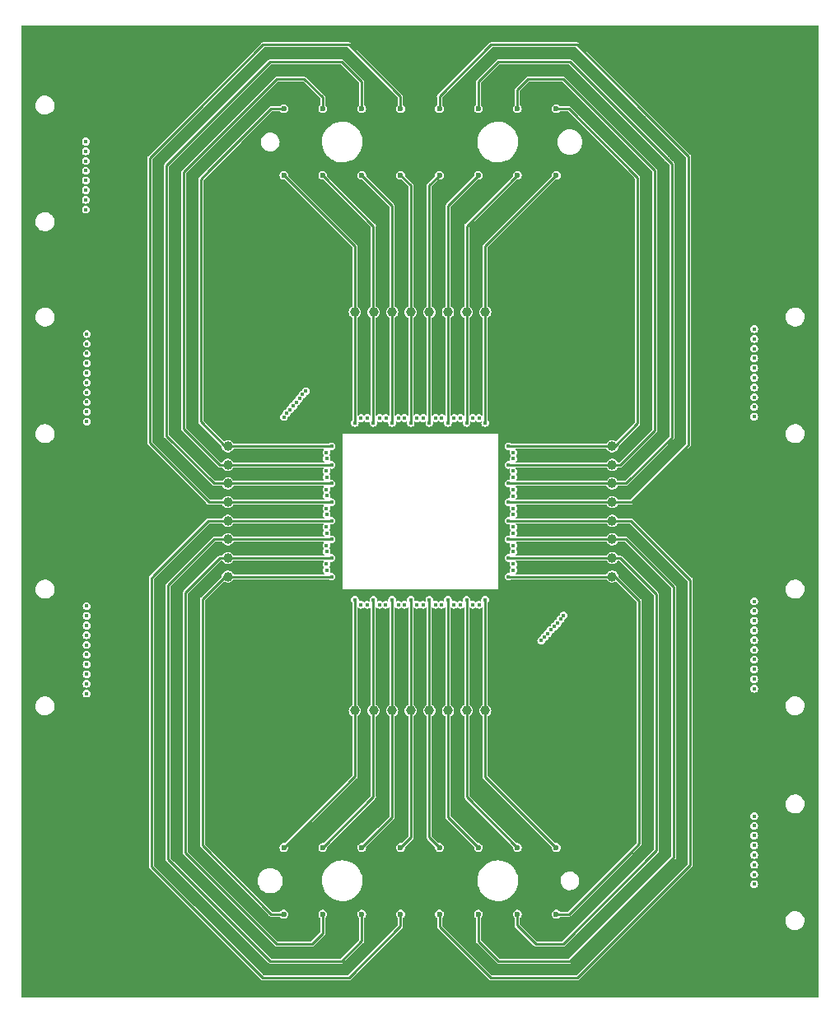
<source format=gbr>
%TF.GenerationSoftware,KiCad,Pcbnew,7.0.9*%
%TF.CreationDate,2024-08-26T11:06:27-06:00*%
%TF.ProjectId,igloo34,69676c6f-6f33-4342-9e6b-696361645f70,rev?*%
%TF.SameCoordinates,Original*%
%TF.FileFunction,Copper,L2,Inr*%
%TF.FilePolarity,Positive*%
%FSLAX46Y46*%
G04 Gerber Fmt 4.6, Leading zero omitted, Abs format (unit mm)*
G04 Created by KiCad (PCBNEW 7.0.9) date 2024-08-26 11:06:27*
%MOMM*%
%LPD*%
G01*
G04 APERTURE LIST*
%TA.AperFunction,ComponentPad*%
%ADD10C,1.000000*%
%TD*%
%TA.AperFunction,ComponentPad*%
%ADD11C,1.500000*%
%TD*%
%TA.AperFunction,ViaPad*%
%ADD12C,0.400000*%
%TD*%
%TA.AperFunction,ViaPad*%
%ADD13C,3.500000*%
%TD*%
%TA.AperFunction,ViaPad*%
%ADD14C,0.600000*%
%TD*%
%TA.AperFunction,Conductor*%
%ADD15C,0.250000*%
%TD*%
G04 APERTURE END LIST*
D10*
%TO.N,Net-(J1-Pin_1)*%
%TO.C,TP32*%
X-19750000Y6700000D03*
%TD*%
%TO.N,Net-(J1-Pin_2)*%
%TO.C,TP31*%
X-19750000Y4790000D03*
%TD*%
%TO.N,Net-(J1-Pin_3)*%
%TO.C,TP30*%
X-19750000Y2870000D03*
%TD*%
%TO.N,Net-(J1-Pin_4)*%
%TO.C,TP29*%
X-19750000Y960000D03*
%TD*%
%TO.N,Net-(J2-Pin_5)*%
%TO.C,TP28*%
X19750000Y960000D03*
%TD*%
%TO.N,Net-(J2-Pin_6)*%
%TO.C,TP27*%
X19750000Y2870000D03*
%TD*%
%TO.N,Net-(J2-Pin_7)*%
%TO.C,TP26*%
X19750000Y4790000D03*
%TD*%
%TO.N,Net-(J2-Pin_8)*%
%TO.C,TP25*%
X19750000Y6700000D03*
%TD*%
%TO.N,Net-(J2-Pin_1)*%
%TO.C,TP24*%
X19750000Y-6700000D03*
%TD*%
%TO.N,Net-(J2-Pin_2)*%
%TO.C,TP23*%
X19750000Y-4790000D03*
%TD*%
%TO.N,Net-(J2-Pin_3)*%
%TO.C,TP22*%
X19750000Y-2870000D03*
%TD*%
%TO.N,Net-(J2-Pin_4)*%
%TO.C,TP21*%
X19750000Y-960000D03*
%TD*%
%TO.N,Net-(J1-Pin_5)*%
%TO.C,TP20*%
X-19745000Y-960000D03*
%TD*%
%TO.N,Net-(J1-Pin_6)*%
%TO.C,TP19*%
X-19750000Y-2870000D03*
%TD*%
%TO.N,Net-(J1-Pin_7)*%
%TO.C,TP18*%
X-19750000Y-4790000D03*
%TD*%
%TO.N,Net-(J1-Pin_8)*%
%TO.C,TP17*%
X-19750000Y-6700000D03*
%TD*%
%TO.N,Net-(J5-Pin_8)*%
%TO.C,TP16*%
X6700000Y20500000D03*
%TD*%
%TO.N,Net-(J5-Pin_7)*%
%TO.C,TP15*%
X4790000Y20500000D03*
%TD*%
%TO.N,Net-(J5-Pin_6)*%
%TO.C,TP14*%
X2880000Y20500000D03*
%TD*%
%TO.N,Net-(J5-Pin_5)*%
%TO.C,TP13*%
X960000Y20500000D03*
%TD*%
%TO.N,Net-(J5-Pin_4)*%
%TO.C,TP12*%
X-960000Y20500000D03*
%TD*%
%TO.N,Net-(J5-Pin_3)*%
%TO.C,TP11*%
X-2870000Y20500000D03*
%TD*%
%TO.N,Net-(J5-Pin_2)*%
%TO.C,TP10*%
X-4780000Y20500000D03*
%TD*%
%TO.N,Net-(J5-Pin_1)*%
%TO.C,TP9*%
X-6700000Y20500000D03*
%TD*%
%TO.N,Net-(J6-Pin_8)*%
%TO.C,TP8*%
X-6700000Y-20500000D03*
%TD*%
%TO.N,Net-(J6-Pin_7)*%
%TO.C,TP7*%
X-4780000Y-20500000D03*
%TD*%
%TO.N,Net-(J6-Pin_6)*%
%TO.C,TP6*%
X-2870000Y-20500000D03*
%TD*%
%TO.N,Net-(J6-Pin_5)*%
%TO.C,TP5*%
X-960000Y-20500000D03*
%TD*%
%TO.N,Net-(J6-Pin_4)*%
%TO.C,TP4*%
X960000Y-20500000D03*
%TD*%
%TO.N,Net-(J6-Pin_3)*%
%TO.C,TP3*%
X2880000Y-20500000D03*
%TD*%
%TO.N,Net-(J6-Pin_1)*%
%TO.C,TP2*%
X6700000Y-20500000D03*
%TD*%
%TO.N,Net-(J6-Pin_2)*%
%TO.C,TP1*%
X4790000Y-20500000D03*
%TD*%
D11*
%TO.N,GND*%
%TO.C,J20*%
X36550000Y-43575000D03*
X36550000Y-28625000D03*
%TD*%
%TO.N,GND*%
%TO.C,J8*%
X36550000Y6525000D03*
X36550000Y21475000D03*
%TD*%
%TO.N,GND*%
%TO.C,J12*%
X-36550000Y21475000D03*
X-36550000Y6525000D03*
%TD*%
%TO.N,GND*%
%TO.C,J15*%
X-36550000Y43275000D03*
X-36550000Y28325000D03*
%TD*%
%TO.N,GND*%
%TO.C,J7*%
X-36550000Y-6525000D03*
X-36550000Y-21475000D03*
%TD*%
%TO.N,GND*%
%TO.C,J11*%
X36550000Y-21475000D03*
X36550000Y-6525000D03*
%TD*%
D12*
%TO.N,GND*%
X-5400000Y10350000D03*
X8350000Y-11800000D03*
X8500000Y-10850000D03*
X-11800000Y8200000D03*
X9600000Y9200000D03*
X11100000Y23450000D03*
X-10650000Y22150000D03*
X19150000Y34150000D03*
X-18950000Y35200000D03*
X-19450000Y-33050000D03*
X19050000Y-35700000D03*
X-36950000Y25400000D03*
X-16050000Y5750000D03*
X13100000Y-7450000D03*
X-37600000Y2850000D03*
X3950000Y47000000D03*
X2700000Y-48350000D03*
X-10850000Y-20250000D03*
X10900000Y-20900000D03*
X37600000Y3600000D03*
X33750000Y39350000D03*
X-28700000Y41100000D03*
X31750000Y-27000000D03*
X-33250000Y-32900000D03*
X-11750000Y-7900000D03*
X-8050000Y-9150000D03*
X9800000Y-8250000D03*
X7950000Y9400000D03*
X-9450000Y8800000D03*
D13*
X17500000Y-20000000D03*
X-17500000Y-20000000D03*
X17500000Y20000000D03*
X-17500000Y20000000D03*
X-17500000Y25000000D03*
X17500000Y25000000D03*
X-17500000Y-25000000D03*
X17500000Y-25000000D03*
X25000000Y-45000000D03*
X-25000000Y-45000000D03*
X25000000Y45000000D03*
X-25000000Y45000000D03*
D12*
%TO.N,Net-(J21-Pin_1)*%
X14758557Y-10682374D03*
%TO.N,Net-(J21-Pin_2)*%
X14450765Y-11075778D03*
%TO.N,Net-(J22-Pin_1)*%
X14162382Y-11483623D03*
%TO.N,Net-(J22-Pin_2)*%
X13813498Y-11841090D03*
%TO.N,Net-(J23-Pin_1)*%
X13452383Y-12186197D03*
%TO.N,Net-(J23-Pin_2)*%
X13122767Y-12561505D03*
%TO.N,Net-(J24-Pin_1)*%
X12788192Y-12932400D03*
%TO.N,Net-(J24-Pin_2)*%
X12450000Y-13300000D03*
%TO.N,Net-(J16-Pin_1)*%
X-13993331Y9712231D03*
%TO.N,Net-(J16-Pin_2)*%
X-13707502Y10121870D03*
%TO.N,Net-(J17-Pin_1)*%
X-13355565Y10476332D03*
%TO.N,Net-(J17-Pin_2)*%
X-13037604Y10861564D03*
%TO.N,Net-(J18-Pin_1)*%
X-12717308Y11244857D03*
%TO.N,Net-(J18-Pin_2)*%
X-12398206Y11629144D03*
%TO.N,Net-(J19-Pin_1)*%
X-12083202Y12016798D03*
%TO.N,Net-(J19-Pin_2)*%
X-11730000Y12370000D03*
%TO.N,Net-(J1-Pin_1)*%
X-9100000Y6702500D03*
D14*
X-14000000Y41425000D03*
%TO.N,Net-(J1-Pin_2)*%
X-10000000Y41425000D03*
D12*
X-9100000Y4787500D03*
D14*
%TO.N,Net-(J1-Pin_3)*%
X-6000000Y41425000D03*
D12*
X-9100000Y2872500D03*
%TO.N,Net-(J1-Pin_4)*%
X-9100000Y957500D03*
D14*
X-2000000Y41425000D03*
%TO.N,Net-(J1-Pin_5)*%
X-2000000Y-41425000D03*
D12*
X-9100000Y-957500D03*
%TO.N,Net-(J1-Pin_6)*%
X-9100000Y-2872500D03*
D14*
X-6000000Y-41425000D03*
%TO.N,Net-(J1-Pin_7)*%
X-10000000Y-41425000D03*
D12*
X-9100000Y-4787500D03*
%TO.N,Net-(J1-Pin_8)*%
X-9100000Y-6702500D03*
D14*
X-14000000Y-41425000D03*
D12*
%TO.N,Net-(J2-Pin_1)*%
X9100000Y-6702500D03*
D14*
X14000000Y-41425000D03*
%TO.N,Net-(J2-Pin_2)*%
X10000000Y-41425000D03*
D12*
X9100000Y-4787500D03*
%TO.N,Net-(J2-Pin_3)*%
X9100000Y-2872500D03*
D14*
X6000000Y-41425000D03*
D12*
%TO.N,Net-(J2-Pin_4)*%
X9100000Y-957500D03*
D14*
X2000000Y-41425000D03*
D12*
%TO.N,Net-(J2-Pin_5)*%
X9100000Y957500D03*
D14*
X2000000Y41425000D03*
D12*
%TO.N,Net-(J2-Pin_6)*%
X9100000Y2872500D03*
D14*
X6000000Y41425000D03*
%TO.N,Net-(J2-Pin_7)*%
X10000000Y41425000D03*
D12*
X9100000Y4787500D03*
D14*
%TO.N,Net-(J2-Pin_8)*%
X14000000Y41425000D03*
D12*
X9100000Y6702500D03*
D14*
%TO.N,Net-(J5-Pin_1)*%
X-14000000Y34575000D03*
D12*
X-6702500Y9100000D03*
D14*
%TO.N,Net-(J5-Pin_2)*%
X-10000000Y34575000D03*
D12*
X-4787500Y9100000D03*
D14*
%TO.N,Net-(J5-Pin_3)*%
X-6000000Y34575000D03*
D12*
X-2872500Y9100000D03*
%TO.N,Net-(J5-Pin_4)*%
X-957500Y9100000D03*
D14*
X-2000000Y34575000D03*
D12*
%TO.N,Net-(J5-Pin_5)*%
X957500Y9100000D03*
D14*
X2000000Y34575000D03*
D12*
%TO.N,Net-(J5-Pin_6)*%
X2872500Y9100000D03*
D14*
X6000000Y34575000D03*
D12*
%TO.N,Net-(J5-Pin_7)*%
X4787500Y9100000D03*
D14*
X10000000Y34575000D03*
%TO.N,Net-(J5-Pin_8)*%
X14000000Y34575000D03*
D12*
X6702500Y9100000D03*
%TO.N,Net-(J6-Pin_1)*%
X6702500Y-9100000D03*
D14*
X14000000Y-34575000D03*
D12*
%TO.N,Net-(J6-Pin_2)*%
X4787500Y-9100000D03*
D14*
X10000000Y-34575000D03*
%TO.N,Net-(J6-Pin_3)*%
X6000000Y-34575000D03*
D12*
X2872500Y-9100000D03*
%TO.N,Net-(J6-Pin_4)*%
X957500Y-9100000D03*
D14*
X2000000Y-34575000D03*
D12*
%TO.N,Net-(J6-Pin_5)*%
X-957500Y-9100000D03*
D14*
X-2000000Y-34575000D03*
D12*
%TO.N,Net-(J6-Pin_6)*%
X-2872500Y-9100000D03*
D14*
X-6000000Y-34575000D03*
D12*
%TO.N,Net-(J6-Pin_7)*%
X-4787500Y-9100000D03*
D14*
X-10000000Y-34575000D03*
%TO.N,Net-(J6-Pin_8)*%
X-14000000Y-34575000D03*
D12*
X-6702500Y-9100000D03*
%TO.N,Net-(J9-Pin_1)*%
X-34270000Y-18740000D03*
X4140000Y-9600000D03*
%TO.N,Net-(J9-Pin_2)*%
X3502000Y-9600000D03*
X-34270000Y-17740000D03*
%TO.N,Net-(J9-Pin_3)*%
X2226000Y-9600000D03*
X-34270000Y-16740000D03*
%TO.N,Net-(J9-Pin_4)*%
X-34270000Y-15740000D03*
X1588000Y-9600000D03*
%TO.N,Net-(J9-Pin_5)*%
X-34270000Y-14740000D03*
X312000Y-9600000D03*
%TO.N,Net-(J9-Pin_6)*%
X-34270000Y-13740000D03*
X-326000Y-9600000D03*
%TO.N,Net-(J9-Pin_7)*%
X-1602000Y-9600000D03*
X-34270000Y-12740000D03*
%TO.N,Net-(J9-Pin_8)*%
X-34270000Y-11740000D03*
X-2240000Y-9600000D03*
%TO.N,Net-(J9-Pin_9)*%
X-3516000Y-9600000D03*
X-34270000Y-10740000D03*
%TO.N,Net-(J9-Pin_10)*%
X-4154000Y-9600000D03*
X-34270000Y-9740000D03*
%TO.N,Net-(J10-Pin_1)*%
X34350000Y18750000D03*
X-4146000Y9600000D03*
%TO.N,Net-(J10-Pin_2)*%
X34350000Y17750000D03*
X-3508000Y9600000D03*
%TO.N,Net-(J10-Pin_3)*%
X34350000Y16750000D03*
X-2232000Y9600000D03*
%TO.N,Net-(J10-Pin_4)*%
X-1594000Y9600000D03*
X34350000Y15750000D03*
%TO.N,Net-(J10-Pin_5)*%
X34350000Y14750000D03*
X-318000Y9600000D03*
%TO.N,Net-(J10-Pin_6)*%
X34350000Y13750000D03*
X320000Y9600000D03*
%TO.N,Net-(J10-Pin_7)*%
X1596000Y9600000D03*
X34350000Y12750000D03*
%TO.N,Net-(J10-Pin_8)*%
X2234000Y9600000D03*
X34350000Y11750000D03*
%TO.N,Net-(J10-Pin_9)*%
X3510000Y9600000D03*
X34350000Y10750000D03*
%TO.N,Net-(J10-Pin_10)*%
X34350000Y9750000D03*
X4148000Y9600000D03*
%TO.N,Net-(J13-Pin_1)*%
X34350000Y-9250000D03*
X9600000Y4146000D03*
%TO.N,Net-(J13-Pin_2)*%
X9600000Y3508000D03*
X34350000Y-10250000D03*
%TO.N,Net-(J13-Pin_3)*%
X34350000Y-11250000D03*
X9600000Y2232000D03*
%TO.N,Net-(J13-Pin_4)*%
X34350000Y-12250000D03*
X9600000Y1594000D03*
%TO.N,Net-(J13-Pin_5)*%
X9600000Y318000D03*
X34350000Y-13250000D03*
%TO.N,Net-(J13-Pin_6)*%
X34350000Y-14250000D03*
X9600000Y-320000D03*
%TO.N,Net-(J13-Pin_7)*%
X9600000Y-1596000D03*
X34350000Y-15250000D03*
%TO.N,Net-(J13-Pin_8)*%
X34350000Y-16250000D03*
X9600000Y-2234000D03*
%TO.N,Net-(J13-Pin_9)*%
X9600000Y-3510000D03*
X34350000Y-17250000D03*
%TO.N,Net-(J13-Pin_10)*%
X34350000Y-18250000D03*
X9600000Y-4148000D03*
%TO.N,Net-(J14-Pin_1)*%
X-34250000Y9250000D03*
X-9600000Y-4140000D03*
%TO.N,Net-(J14-Pin_2)*%
X-9620000Y-3502000D03*
X-34250000Y10250000D03*
%TO.N,Net-(J14-Pin_3)*%
X-9600000Y-2226000D03*
X-34250000Y11250000D03*
%TO.N,Net-(J14-Pin_4)*%
X-9620000Y-1588000D03*
X-34250000Y12250000D03*
%TO.N,Net-(J14-Pin_5)*%
X-9600000Y-312000D03*
X-34250000Y13250000D03*
%TO.N,Net-(J14-Pin_6)*%
X-9620000Y326000D03*
X-34250000Y14250000D03*
%TO.N,Net-(J14-Pin_7)*%
X-9600000Y1602000D03*
X-34250000Y15250000D03*
%TO.N,Net-(J14-Pin_8)*%
X-9620000Y2240000D03*
X-34250000Y16250000D03*
%TO.N,Net-(J14-Pin_9)*%
X-34250000Y17250000D03*
X-9600000Y3516000D03*
%TO.N,Net-(J14-Pin_10)*%
X-9620000Y4154000D03*
X-34250000Y18250000D03*
%TO.N,Net-(J16-Pin_1)*%
X-34350000Y31050000D03*
X-9600000Y5430000D03*
%TO.N,Net-(J16-Pin_2)*%
X-34350000Y32050000D03*
X-9620000Y6068000D03*
%TO.N,Net-(J17-Pin_1)*%
X-34350000Y33050000D03*
X-6060000Y9600000D03*
%TO.N,Net-(J17-Pin_2)*%
X-5422000Y9600000D03*
X-34350000Y34050000D03*
%TO.N,Net-(J18-Pin_1)*%
X5424000Y9600000D03*
X-34350000Y35050000D03*
%TO.N,Net-(J18-Pin_2)*%
X6062000Y9600000D03*
X-34350000Y36050000D03*
%TO.N,Net-(J19-Pin_1)*%
X9600000Y6060000D03*
X-34350000Y37050000D03*
%TO.N,Net-(J19-Pin_2)*%
X-34350000Y38050000D03*
X9600000Y5422000D03*
%TO.N,Net-(J21-Pin_1)*%
X9600000Y-5424000D03*
X34350000Y-31350000D03*
%TO.N,Net-(J21-Pin_2)*%
X34350000Y-32350000D03*
X9600000Y-6062000D03*
%TO.N,Net-(J22-Pin_1)*%
X34350000Y-33350000D03*
X6054000Y-9600000D03*
%TO.N,Net-(J22-Pin_2)*%
X5416000Y-9600000D03*
X34350000Y-34350000D03*
%TO.N,Net-(J23-Pin_1)*%
X-5430000Y-9600000D03*
X34350000Y-35350000D03*
%TO.N,Net-(J23-Pin_2)*%
X-6068000Y-9600000D03*
X34350000Y-36350000D03*
%TO.N,Net-(J24-Pin_1)*%
X34350000Y-37350000D03*
X-9600000Y-6054000D03*
%TO.N,Net-(J24-Pin_2)*%
X34350000Y-38350000D03*
X-9620000Y-5416000D03*
%TD*%
D15*
%TO.N,Net-(J1-Pin_7)*%
X-19750000Y-4790000D02*
X-9106250Y-4790000D01*
%TO.N,Net-(J1-Pin_8)*%
X-19755000Y-6705000D02*
X-20034128Y-6705000D01*
X-19750000Y-6700000D02*
X-19755000Y-6705000D01*
X-19745000Y-6705000D02*
X-19750000Y-6700000D01*
%TO.N,Net-(J5-Pin_1)*%
X-6702500Y21102500D02*
X-6702500Y9100000D01*
%TO.N,Net-(J1-Pin_1)*%
X-22560000Y33527500D02*
X-22560000Y14257500D01*
X-22560000Y11827500D02*
X-22560000Y9887500D01*
X-15300378Y41422500D02*
X-21652689Y35070189D01*
X-9110000Y6700000D02*
X-20037878Y6700000D01*
X-22560000Y9222122D02*
X-22560000Y11827500D01*
X-21652689Y35070189D02*
X-22560000Y34162878D01*
X-22560000Y14257500D02*
X-22560000Y11827500D01*
X-14010000Y41422500D02*
X-15300378Y41422500D01*
X-20037878Y6700000D02*
X-22560000Y9222122D01*
X-22560000Y34162878D02*
X-22560000Y33527500D01*
%TO.N,Net-(J1-Pin_2)*%
X-14700252Y44497500D02*
X-11920000Y44497500D01*
X-24310000Y8497248D02*
X-24310000Y34887752D01*
X-9110000Y4785000D02*
X-20597752Y4785000D01*
X-10010000Y41422500D02*
X-10010000Y42587500D01*
X-10010000Y42587500D02*
X-11920000Y44497500D01*
X-24310000Y34887752D02*
X-14700252Y44497500D01*
X-20597752Y4785000D02*
X-24310000Y8497248D01*
%TO.N,Net-(J1-Pin_3)*%
X-21157626Y2870000D02*
X-9110000Y2870000D01*
X-15425126Y46247500D02*
X-26060000Y35612626D01*
X-26060000Y7772374D02*
X-21157626Y2870000D01*
X-8044874Y46247500D02*
X-15425126Y46247500D01*
X-26060000Y35612626D02*
X-26060000Y7772374D01*
X-6010000Y41422500D02*
X-6010000Y44212626D01*
X-6010000Y44212626D02*
X-8044874Y46247500D01*
%TO.N,Net-(J1-Pin_4)*%
X-27810000Y36337500D02*
X-27625000Y36522500D01*
X-7320000Y47997500D02*
X-16150000Y47997500D01*
X-27810000Y7047500D02*
X-27810000Y36337500D01*
X-16150000Y47997500D02*
X-23310000Y40837500D01*
X-21717500Y955000D02*
X-27810000Y7047500D01*
X-23310000Y40837500D02*
X-27625000Y36522500D01*
X-9110000Y955000D02*
X-21717500Y955000D01*
X-2010000Y41422500D02*
X-2010000Y42687500D01*
X-2010000Y42687500D02*
X-7320000Y47997500D01*
%TO.N,Net-(J1-Pin_5)*%
X-2000000Y-42680000D02*
X-7320000Y-48000000D01*
X-27357500Y-6592500D02*
X-21727500Y-962500D01*
X-27635000Y-36525000D02*
X-27635000Y-6870000D01*
X-27635000Y-6870000D02*
X-27357500Y-6592500D01*
X-2000000Y-41425000D02*
X-2000000Y-42680000D01*
X-16155000Y-48000000D02*
X-23315000Y-40840000D01*
X-23320000Y-40840000D02*
X-27635000Y-36525000D01*
X-9106250Y-960000D02*
X-21713750Y-960000D01*
X-16155000Y-48000000D02*
X-7325000Y-48000000D01*
%TO.N,Net-(J1-Pin_6)*%
X-15430126Y-46250000D02*
X-8044874Y-46250000D01*
X-6000000Y-44205126D02*
X-6000000Y-41425000D01*
X-25885000Y-7605000D02*
X-25885000Y-35800126D01*
X-8044874Y-46250000D02*
X-6000000Y-44205126D01*
X-25472563Y-36207563D02*
X-15430126Y-46250000D01*
X-25477563Y-36207563D02*
X-25472563Y-36207563D01*
X-25885000Y-35800126D02*
X-25477563Y-36207563D01*
X-9106250Y-2875000D02*
X-21155000Y-2875000D01*
X-21155000Y-2875000D02*
X-25885000Y-7605000D01*
%TO.N,Net-(J1-Pin_7)*%
X-10000000Y-41425000D02*
X-10000000Y-43370000D01*
X-20594002Y-4790000D02*
X-19750000Y-4790000D01*
X-10000000Y-43370000D02*
X-11130000Y-44500000D01*
X-24135000Y-35070252D02*
X-24135000Y-8330998D01*
X-24135000Y-8330998D02*
X-20594002Y-4790000D01*
X-11130000Y-44500000D02*
X-14705252Y-44500000D01*
X-14705252Y-44500000D02*
X-24135000Y-35070252D01*
%TO.N,Net-(J1-Pin_8)*%
X-22385000Y-34345378D02*
X-15305378Y-41425000D01*
X-20034128Y-6705000D02*
X-22385000Y-9055872D01*
X-22385000Y-9055872D02*
X-22385000Y-34345378D01*
X-9106250Y-6705000D02*
X-19745000Y-6705000D01*
X-15305378Y-41425000D02*
X-14000000Y-41425000D01*
%TO.N,Net-(J2-Pin_1)*%
X20027878Y-6702500D02*
X22550000Y-9224622D01*
X9100000Y-6702500D02*
X20027878Y-6702500D01*
X22550000Y-34165378D02*
X22550000Y-33530000D01*
X21642689Y-35072689D02*
X22550000Y-34165378D01*
X22550000Y-33530000D02*
X22550000Y-14260000D01*
X14000000Y-41425000D02*
X15290378Y-41425000D01*
X22550000Y-14260000D02*
X22550000Y-11830000D01*
X22550000Y-11830000D02*
X22550000Y-9890000D01*
X15290378Y-41425000D02*
X21642689Y-35072689D01*
X22550000Y-9224622D02*
X22550000Y-11830000D01*
%TO.N,Net-(J2-Pin_2)*%
X9100000Y-4787500D02*
X20587752Y-4787500D01*
X20587752Y-4787500D02*
X24300000Y-8499748D01*
X10000000Y-42590000D02*
X11910000Y-44500000D01*
X14690252Y-44500000D02*
X11910000Y-44500000D01*
X24300000Y-34890252D02*
X14690252Y-44500000D01*
X24300000Y-8499748D02*
X24300000Y-34890252D01*
X10000000Y-41425000D02*
X10000000Y-42590000D01*
%TO.N,Net-(J2-Pin_3)*%
X26050000Y-7774874D02*
X21147626Y-2872500D01*
X21147626Y-2872500D02*
X9100000Y-2872500D01*
X6000000Y-44215126D02*
X8034874Y-46250000D01*
X15415126Y-46250000D02*
X26050000Y-35615126D01*
X26050000Y-35615126D02*
X26050000Y-7774874D01*
X6000000Y-41425000D02*
X6000000Y-44215126D01*
X8034874Y-46250000D02*
X15415126Y-46250000D01*
%TO.N,Net-(J2-Pin_4)*%
X27800000Y-36340000D02*
X27615000Y-36525000D01*
X2000000Y-41425000D02*
X2000000Y-42690000D01*
X23300000Y-40840000D02*
X27615000Y-36525000D01*
X7310000Y-48000000D02*
X16140000Y-48000000D01*
X2000000Y-42690000D02*
X7310000Y-48000000D01*
X9100000Y-957500D02*
X21707500Y-957500D01*
X27800000Y-7050000D02*
X27800000Y-36340000D01*
X16140000Y-48000000D02*
X23300000Y-40840000D01*
X21707500Y-957500D02*
X27800000Y-7050000D01*
%TO.N,Net-(J2-Pin_5)*%
X1990000Y41422500D02*
X1990000Y42677500D01*
X27625000Y6867500D02*
X27347500Y6590000D01*
X16145000Y47997500D02*
X23305000Y40837500D01*
X27347500Y6590000D02*
X21717500Y960000D01*
X23310000Y40837500D02*
X27625000Y36522500D01*
X1990000Y42677500D02*
X7310000Y47997500D01*
X9096250Y957500D02*
X21703750Y957500D01*
X16145000Y47997500D02*
X7315000Y47997500D01*
X27625000Y36522500D02*
X27625000Y6867500D01*
%TO.N,Net-(J2-Pin_6)*%
X25467563Y36205063D02*
X25462563Y36205063D01*
X25875000Y7602500D02*
X25875000Y35797626D01*
X15420126Y46247500D02*
X8034874Y46247500D01*
X25875000Y35797626D02*
X25467563Y36205063D01*
X5990000Y44202626D02*
X5990000Y41422500D01*
X21145000Y2872500D02*
X25875000Y7602500D01*
X25462563Y36205063D02*
X15420126Y46247500D01*
X8034874Y46247500D02*
X5990000Y44202626D01*
X9096250Y2872500D02*
X21145000Y2872500D01*
%TO.N,Net-(J2-Pin_7)*%
X20584002Y4787500D02*
X9096250Y4787500D01*
X24125000Y8328498D02*
X20584002Y4787500D01*
X24125000Y35067752D02*
X24125000Y8328498D01*
X9990000Y41422500D02*
X9990000Y43367500D01*
X11120000Y44497500D02*
X14695252Y44497500D01*
X14695252Y44497500D02*
X24125000Y35067752D01*
X9990000Y43367500D02*
X11120000Y44497500D01*
%TO.N,Net-(J2-Pin_8)*%
X22375000Y34342878D02*
X15295378Y41422500D01*
X15295378Y41422500D02*
X13990000Y41422500D01*
X22375000Y9053372D02*
X22375000Y34342878D01*
X20024128Y6702500D02*
X22375000Y9053372D01*
X9096250Y6702500D02*
X20024128Y6702500D01*
%TO.N,Net-(J5-Pin_1)*%
X-14000000Y34575000D02*
X-6702500Y27277500D01*
X-6702500Y27277500D02*
X-6702500Y21117500D01*
%TO.N,Net-(J5-Pin_2)*%
X-10000000Y34575000D02*
X-4787500Y29362500D01*
X-4787500Y29362500D02*
X-4787500Y9100000D01*
%TO.N,Net-(J5-Pin_3)*%
X-2872500Y9100000D02*
X-2872500Y31447500D01*
X-2872500Y31447500D02*
X-6000000Y34575000D01*
%TO.N,Net-(J5-Pin_4)*%
X-957500Y33532500D02*
X-957500Y29580000D01*
X-957500Y29580000D02*
X-957500Y30522500D01*
X-957500Y9100000D02*
X-957500Y29580000D01*
X-2000000Y34575000D02*
X-957500Y33532500D01*
%TO.N,Net-(J5-Pin_5)*%
X2000000Y34575000D02*
X957500Y33532500D01*
X957500Y33532500D02*
X957500Y33320000D01*
X957500Y31770000D02*
X957500Y33320000D01*
X957500Y9100000D02*
X957500Y31770000D01*
X1672500Y34247500D02*
X2000000Y34575000D01*
%TO.N,Net-(J5-Pin_6)*%
X2872500Y31447500D02*
X2872500Y9100000D01*
X6000000Y34575000D02*
X2872500Y31447500D01*
%TO.N,Net-(J5-Pin_7)*%
X4787500Y29362500D02*
X4787500Y9100000D01*
X10000000Y34575000D02*
X4787500Y29362500D01*
%TO.N,Net-(J5-Pin_8)*%
X6702500Y27277500D02*
X6702500Y9100000D01*
X14000000Y34575000D02*
X6702500Y27277500D01*
%TO.N,Net-(J6-Pin_1)*%
X6702500Y-9100000D02*
X6702500Y-27277500D01*
X6702500Y-27277500D02*
X14000000Y-34575000D01*
%TO.N,Net-(J6-Pin_2)*%
X4787500Y-29362500D02*
X10000000Y-34575000D01*
X4787500Y-9100000D02*
X4787500Y-29362500D01*
%TO.N,Net-(J6-Pin_3)*%
X2872500Y-9100000D02*
X2872500Y-31447500D01*
X2872500Y-31447500D02*
X6000000Y-34575000D01*
%TO.N,Net-(J6-Pin_4)*%
X957500Y-33532500D02*
X957500Y-9100000D01*
X2000000Y-34575000D02*
X957500Y-33532500D01*
%TO.N,Net-(J6-Pin_5)*%
X-957500Y-33532500D02*
X-1297500Y-33872500D01*
X-957500Y-31970000D02*
X-957500Y-32140000D01*
X-957500Y-31970000D02*
X-957500Y-33532500D01*
X-957500Y-32140000D02*
X-957500Y-32757500D01*
X-2000000Y-34575000D02*
X-1297500Y-33872500D01*
X-957500Y-9100000D02*
X-957500Y-31970000D01*
%TO.N,Net-(J6-Pin_6)*%
X-2872500Y-9100000D02*
X-2872500Y-31442500D01*
X-4160000Y-32735000D02*
X-6000000Y-34575000D01*
X-4160000Y-32730000D02*
X-4160000Y-32735000D01*
X-2872500Y-31442500D02*
X-4160000Y-32730000D01*
%TO.N,Net-(J6-Pin_7)*%
X-4787500Y-29362500D02*
X-10000000Y-34575000D01*
X-4787500Y-9100000D02*
X-4787500Y-29362500D01*
%TO.N,Net-(J6-Pin_8)*%
X-11890000Y-32460000D02*
X-11890000Y-32465000D01*
X-6702500Y-9100000D02*
X-6702500Y-27272500D01*
X-6702500Y-27272500D02*
X-11890000Y-32460000D01*
X-11890000Y-32465000D02*
X-14000000Y-34575000D01*
%TD*%
%TA.AperFunction,Conductor*%
%TO.N,GND*%
G36*
X40985148Y49985148D02*
G01*
X40999500Y49950500D01*
X40999500Y-49950500D01*
X40985148Y-49985148D01*
X40950500Y-49999500D01*
X-40950500Y-49999500D01*
X-40985148Y-49985148D01*
X-40999500Y-49950500D01*
X-40999500Y-20049663D01*
X-39529272Y-20049663D01*
X-39499230Y-20245773D01*
X-39430325Y-20431820D01*
X-39325380Y-20600189D01*
X-39188691Y-20743986D01*
X-39025854Y-20857324D01*
X-38843535Y-20935563D01*
X-38649199Y-20975500D01*
X-38649198Y-20975500D01*
X-38500533Y-20975500D01*
X-38500527Y-20975500D01*
X-38352621Y-20960459D01*
X-38163322Y-20901067D01*
X-38043271Y-20834433D01*
X-37989855Y-20804785D01*
X-37989848Y-20804779D01*
X-37839323Y-20675557D01*
X-37839318Y-20675553D01*
X-37820524Y-20651274D01*
X-37717880Y-20518669D01*
X-37717874Y-20518659D01*
X-37630505Y-20340546D01*
X-37580776Y-20148482D01*
X-37580776Y-20148479D01*
X-37570728Y-19950337D01*
X-37600769Y-19754231D01*
X-37600770Y-19754224D01*
X-37669674Y-19568181D01*
X-37774621Y-19399809D01*
X-37911309Y-19256013D01*
X-37911314Y-19256009D01*
X-38074141Y-19142678D01*
X-38074146Y-19142675D01*
X-38256465Y-19064436D01*
X-38417672Y-19031307D01*
X-38450801Y-19024500D01*
X-38599473Y-19024500D01*
X-38710402Y-19035780D01*
X-38747381Y-19039541D01*
X-38873578Y-19079135D01*
X-38936678Y-19098933D01*
X-38984802Y-19125644D01*
X-39110144Y-19195214D01*
X-39110146Y-19195216D01*
X-39260682Y-19324447D01*
X-39382122Y-19481334D01*
X-39382124Y-19481339D01*
X-39382125Y-19481340D01*
X-39424722Y-19568181D01*
X-39469495Y-19659456D01*
X-39519224Y-19851520D01*
X-39529272Y-20049663D01*
X-40999500Y-20049663D01*
X-40999500Y-18740000D01*
X-34675492Y-18740000D01*
X-34655646Y-18865304D01*
X-34655644Y-18865307D01*
X-34655644Y-18865309D01*
X-34598054Y-18978335D01*
X-34598050Y-18978342D01*
X-34508342Y-19068050D01*
X-34508337Y-19068052D01*
X-34508335Y-19068054D01*
X-34447731Y-19098933D01*
X-34395304Y-19125646D01*
X-34270000Y-19145492D01*
X-34144696Y-19125646D01*
X-34144692Y-19125644D01*
X-34144690Y-19125644D01*
X-34031664Y-19068054D01*
X-34031657Y-19068049D01*
X-33941950Y-18978342D01*
X-33941945Y-18978335D01*
X-33884355Y-18865309D01*
X-33884355Y-18865307D01*
X-33884354Y-18865305D01*
X-33884354Y-18865304D01*
X-33864508Y-18740000D01*
X-33884354Y-18614696D01*
X-33884354Y-18614694D01*
X-33884355Y-18614692D01*
X-33884355Y-18614690D01*
X-33941945Y-18501664D01*
X-33941950Y-18501657D01*
X-34031657Y-18411950D01*
X-34031664Y-18411945D01*
X-34144691Y-18354355D01*
X-34144695Y-18354354D01*
X-34144696Y-18354354D01*
X-34270000Y-18334508D01*
X-34395304Y-18354354D01*
X-34395305Y-18354354D01*
X-34395307Y-18354355D01*
X-34395309Y-18354355D01*
X-34508335Y-18411945D01*
X-34508342Y-18411950D01*
X-34598049Y-18501657D01*
X-34598054Y-18501664D01*
X-34655644Y-18614690D01*
X-34655644Y-18614692D01*
X-34655646Y-18614696D01*
X-34675492Y-18740000D01*
X-40999500Y-18740000D01*
X-40999500Y-17740000D01*
X-34675492Y-17740000D01*
X-34655646Y-17865304D01*
X-34655644Y-17865307D01*
X-34655644Y-17865309D01*
X-34598054Y-17978335D01*
X-34598050Y-17978342D01*
X-34508342Y-18068050D01*
X-34508337Y-18068052D01*
X-34508335Y-18068054D01*
X-34395308Y-18125644D01*
X-34395304Y-18125646D01*
X-34270000Y-18145492D01*
X-34144696Y-18125646D01*
X-34144692Y-18125644D01*
X-34144690Y-18125644D01*
X-34031664Y-18068054D01*
X-34031657Y-18068049D01*
X-33941950Y-17978342D01*
X-33941945Y-17978335D01*
X-33884355Y-17865309D01*
X-33884355Y-17865307D01*
X-33884354Y-17865305D01*
X-33884354Y-17865304D01*
X-33864508Y-17740000D01*
X-33884354Y-17614696D01*
X-33884354Y-17614694D01*
X-33884355Y-17614692D01*
X-33884355Y-17614690D01*
X-33941945Y-17501664D01*
X-33941950Y-17501657D01*
X-34031657Y-17411950D01*
X-34031664Y-17411945D01*
X-34144691Y-17354355D01*
X-34144695Y-17354354D01*
X-34144696Y-17354354D01*
X-34270000Y-17334508D01*
X-34395304Y-17354354D01*
X-34395305Y-17354354D01*
X-34395307Y-17354355D01*
X-34395309Y-17354355D01*
X-34508335Y-17411945D01*
X-34508342Y-17411950D01*
X-34598049Y-17501657D01*
X-34598054Y-17501664D01*
X-34655644Y-17614690D01*
X-34655644Y-17614692D01*
X-34655646Y-17614696D01*
X-34675492Y-17740000D01*
X-40999500Y-17740000D01*
X-40999500Y-16740000D01*
X-34675492Y-16740000D01*
X-34655646Y-16865304D01*
X-34655644Y-16865307D01*
X-34655644Y-16865309D01*
X-34598054Y-16978335D01*
X-34598050Y-16978342D01*
X-34508342Y-17068050D01*
X-34508337Y-17068052D01*
X-34508335Y-17068054D01*
X-34395308Y-17125644D01*
X-34395304Y-17125646D01*
X-34270000Y-17145492D01*
X-34144696Y-17125646D01*
X-34144692Y-17125644D01*
X-34144690Y-17125644D01*
X-34031664Y-17068054D01*
X-34031657Y-17068049D01*
X-33941950Y-16978342D01*
X-33941945Y-16978335D01*
X-33884355Y-16865309D01*
X-33884355Y-16865307D01*
X-33884354Y-16865305D01*
X-33884354Y-16865304D01*
X-33864508Y-16740000D01*
X-33884354Y-16614696D01*
X-33884354Y-16614694D01*
X-33884355Y-16614692D01*
X-33884355Y-16614690D01*
X-33941945Y-16501664D01*
X-33941950Y-16501657D01*
X-34031657Y-16411950D01*
X-34031664Y-16411945D01*
X-34144691Y-16354355D01*
X-34144695Y-16354354D01*
X-34144696Y-16354354D01*
X-34270000Y-16334508D01*
X-34395304Y-16354354D01*
X-34395305Y-16354354D01*
X-34395307Y-16354355D01*
X-34395309Y-16354355D01*
X-34508335Y-16411945D01*
X-34508342Y-16411950D01*
X-34598049Y-16501657D01*
X-34598054Y-16501664D01*
X-34655644Y-16614690D01*
X-34655644Y-16614692D01*
X-34655646Y-16614696D01*
X-34675492Y-16740000D01*
X-40999500Y-16740000D01*
X-40999500Y-15740000D01*
X-34675492Y-15740000D01*
X-34655646Y-15865304D01*
X-34655644Y-15865307D01*
X-34655644Y-15865309D01*
X-34598054Y-15978335D01*
X-34598050Y-15978342D01*
X-34508342Y-16068050D01*
X-34508337Y-16068052D01*
X-34508335Y-16068054D01*
X-34395308Y-16125644D01*
X-34395304Y-16125646D01*
X-34270000Y-16145492D01*
X-34144696Y-16125646D01*
X-34144692Y-16125644D01*
X-34144690Y-16125644D01*
X-34031664Y-16068054D01*
X-34031657Y-16068049D01*
X-33941950Y-15978342D01*
X-33941945Y-15978335D01*
X-33884355Y-15865309D01*
X-33884355Y-15865307D01*
X-33884354Y-15865305D01*
X-33884354Y-15865304D01*
X-33864508Y-15740000D01*
X-33884354Y-15614696D01*
X-33884354Y-15614694D01*
X-33884355Y-15614692D01*
X-33884355Y-15614690D01*
X-33941945Y-15501664D01*
X-33941950Y-15501657D01*
X-34031657Y-15411950D01*
X-34031664Y-15411945D01*
X-34144691Y-15354355D01*
X-34144695Y-15354354D01*
X-34144696Y-15354354D01*
X-34270000Y-15334508D01*
X-34395304Y-15354354D01*
X-34395305Y-15354354D01*
X-34395307Y-15354355D01*
X-34395309Y-15354355D01*
X-34508335Y-15411945D01*
X-34508342Y-15411950D01*
X-34598049Y-15501657D01*
X-34598054Y-15501664D01*
X-34655644Y-15614690D01*
X-34655644Y-15614692D01*
X-34655646Y-15614696D01*
X-34675492Y-15740000D01*
X-40999500Y-15740000D01*
X-40999500Y-14740000D01*
X-34675492Y-14740000D01*
X-34655646Y-14865304D01*
X-34655644Y-14865307D01*
X-34655644Y-14865309D01*
X-34598054Y-14978335D01*
X-34598050Y-14978342D01*
X-34508342Y-15068050D01*
X-34508337Y-15068052D01*
X-34508335Y-15068054D01*
X-34395308Y-15125644D01*
X-34395304Y-15125646D01*
X-34270000Y-15145492D01*
X-34144696Y-15125646D01*
X-34144692Y-15125644D01*
X-34144690Y-15125644D01*
X-34031664Y-15068054D01*
X-34031657Y-15068049D01*
X-33941950Y-14978342D01*
X-33941945Y-14978335D01*
X-33884355Y-14865309D01*
X-33884355Y-14865307D01*
X-33884354Y-14865305D01*
X-33884354Y-14865304D01*
X-33864508Y-14740000D01*
X-33884354Y-14614696D01*
X-33884354Y-14614694D01*
X-33884355Y-14614692D01*
X-33884355Y-14614690D01*
X-33941945Y-14501664D01*
X-33941950Y-14501657D01*
X-34031657Y-14411950D01*
X-34031664Y-14411945D01*
X-34144691Y-14354355D01*
X-34144695Y-14354354D01*
X-34144696Y-14354354D01*
X-34270000Y-14334508D01*
X-34395304Y-14354354D01*
X-34395305Y-14354354D01*
X-34395307Y-14354355D01*
X-34395309Y-14354355D01*
X-34508335Y-14411945D01*
X-34508342Y-14411950D01*
X-34598049Y-14501657D01*
X-34598054Y-14501664D01*
X-34655644Y-14614690D01*
X-34655644Y-14614692D01*
X-34655646Y-14614696D01*
X-34675492Y-14740000D01*
X-40999500Y-14740000D01*
X-40999500Y-13740000D01*
X-34675492Y-13740000D01*
X-34655646Y-13865304D01*
X-34655644Y-13865307D01*
X-34655644Y-13865309D01*
X-34598054Y-13978335D01*
X-34598050Y-13978342D01*
X-34508342Y-14068050D01*
X-34508337Y-14068052D01*
X-34508335Y-14068054D01*
X-34395308Y-14125644D01*
X-34395304Y-14125646D01*
X-34270000Y-14145492D01*
X-34144696Y-14125646D01*
X-34144692Y-14125644D01*
X-34144690Y-14125644D01*
X-34031664Y-14068054D01*
X-34031657Y-14068049D01*
X-33941950Y-13978342D01*
X-33941945Y-13978335D01*
X-33884355Y-13865309D01*
X-33884355Y-13865307D01*
X-33884354Y-13865305D01*
X-33884354Y-13865304D01*
X-33864508Y-13740000D01*
X-33884354Y-13614696D01*
X-33884354Y-13614694D01*
X-33884355Y-13614692D01*
X-33884355Y-13614690D01*
X-33941945Y-13501664D01*
X-33941950Y-13501657D01*
X-34031657Y-13411950D01*
X-34031664Y-13411945D01*
X-34144691Y-13354355D01*
X-34144695Y-13354354D01*
X-34144696Y-13354354D01*
X-34270000Y-13334508D01*
X-34395304Y-13354354D01*
X-34395305Y-13354354D01*
X-34395307Y-13354355D01*
X-34395309Y-13354355D01*
X-34508335Y-13411945D01*
X-34508342Y-13411950D01*
X-34598049Y-13501657D01*
X-34598054Y-13501664D01*
X-34655644Y-13614690D01*
X-34655644Y-13614692D01*
X-34655646Y-13614696D01*
X-34675492Y-13740000D01*
X-40999500Y-13740000D01*
X-40999500Y-12740000D01*
X-34675492Y-12740000D01*
X-34655646Y-12865304D01*
X-34655644Y-12865307D01*
X-34655644Y-12865309D01*
X-34601307Y-12971950D01*
X-34598050Y-12978342D01*
X-34508342Y-13068050D01*
X-34508337Y-13068052D01*
X-34508335Y-13068054D01*
X-34395308Y-13125644D01*
X-34395304Y-13125646D01*
X-34270000Y-13145492D01*
X-34144696Y-13125646D01*
X-34144692Y-13125644D01*
X-34144690Y-13125644D01*
X-34031664Y-13068054D01*
X-34031657Y-13068049D01*
X-33941950Y-12978342D01*
X-33941945Y-12978335D01*
X-33884355Y-12865309D01*
X-33884355Y-12865307D01*
X-33884354Y-12865305D01*
X-33884354Y-12865304D01*
X-33864508Y-12740000D01*
X-33884354Y-12614696D01*
X-33884354Y-12614694D01*
X-33884355Y-12614692D01*
X-33884355Y-12614690D01*
X-33941945Y-12501664D01*
X-33941950Y-12501657D01*
X-34031657Y-12411950D01*
X-34031664Y-12411945D01*
X-34144691Y-12354355D01*
X-34144695Y-12354354D01*
X-34144696Y-12354354D01*
X-34270000Y-12334508D01*
X-34395304Y-12354354D01*
X-34395305Y-12354354D01*
X-34395307Y-12354355D01*
X-34395309Y-12354355D01*
X-34508335Y-12411945D01*
X-34508342Y-12411950D01*
X-34598049Y-12501657D01*
X-34598054Y-12501664D01*
X-34655644Y-12614690D01*
X-34655644Y-12614692D01*
X-34655646Y-12614696D01*
X-34675492Y-12740000D01*
X-40999500Y-12740000D01*
X-40999500Y-11740000D01*
X-34675492Y-11740000D01*
X-34655646Y-11865304D01*
X-34655644Y-11865307D01*
X-34655644Y-11865309D01*
X-34613584Y-11947855D01*
X-34598050Y-11978342D01*
X-34508342Y-12068050D01*
X-34508337Y-12068052D01*
X-34508335Y-12068054D01*
X-34395308Y-12125644D01*
X-34395304Y-12125646D01*
X-34270000Y-12145492D01*
X-34144696Y-12125646D01*
X-34144692Y-12125644D01*
X-34144690Y-12125644D01*
X-34031664Y-12068054D01*
X-34031657Y-12068049D01*
X-33941950Y-11978342D01*
X-33941945Y-11978335D01*
X-33884355Y-11865309D01*
X-33884355Y-11865307D01*
X-33884354Y-11865305D01*
X-33884354Y-11865304D01*
X-33864508Y-11740000D01*
X-33884354Y-11614696D01*
X-33884354Y-11614694D01*
X-33884355Y-11614692D01*
X-33884355Y-11614690D01*
X-33941945Y-11501664D01*
X-33941950Y-11501657D01*
X-34031657Y-11411950D01*
X-34031664Y-11411945D01*
X-34144691Y-11354355D01*
X-34144695Y-11354354D01*
X-34144696Y-11354354D01*
X-34270000Y-11334508D01*
X-34395304Y-11354354D01*
X-34395305Y-11354354D01*
X-34395307Y-11354355D01*
X-34395309Y-11354355D01*
X-34508335Y-11411945D01*
X-34508342Y-11411950D01*
X-34598049Y-11501657D01*
X-34598054Y-11501664D01*
X-34655644Y-11614690D01*
X-34655644Y-11614692D01*
X-34655646Y-11614696D01*
X-34675492Y-11740000D01*
X-40999500Y-11740000D01*
X-40999500Y-10740000D01*
X-34675492Y-10740000D01*
X-34655646Y-10865304D01*
X-34655644Y-10865307D01*
X-34655644Y-10865309D01*
X-34612253Y-10950468D01*
X-34598050Y-10978342D01*
X-34508342Y-11068050D01*
X-34508337Y-11068052D01*
X-34508335Y-11068054D01*
X-34395308Y-11125644D01*
X-34395304Y-11125646D01*
X-34270000Y-11145492D01*
X-34144696Y-11125646D01*
X-34144692Y-11125644D01*
X-34144690Y-11125644D01*
X-34031664Y-11068054D01*
X-34031657Y-11068049D01*
X-33941950Y-10978342D01*
X-33941945Y-10978335D01*
X-33884355Y-10865309D01*
X-33884355Y-10865307D01*
X-33884354Y-10865305D01*
X-33884354Y-10865304D01*
X-33864508Y-10740000D01*
X-33884354Y-10614696D01*
X-33884354Y-10614694D01*
X-33884355Y-10614692D01*
X-33884355Y-10614690D01*
X-33941945Y-10501664D01*
X-33941950Y-10501657D01*
X-34031657Y-10411950D01*
X-34031664Y-10411945D01*
X-34144691Y-10354355D01*
X-34144695Y-10354354D01*
X-34144696Y-10354354D01*
X-34270000Y-10334508D01*
X-34395304Y-10354354D01*
X-34395305Y-10354354D01*
X-34395307Y-10354355D01*
X-34395309Y-10354355D01*
X-34508335Y-10411945D01*
X-34508342Y-10411950D01*
X-34598049Y-10501657D01*
X-34598054Y-10501664D01*
X-34655644Y-10614690D01*
X-34655644Y-10614692D01*
X-34655646Y-10614696D01*
X-34675492Y-10740000D01*
X-40999500Y-10740000D01*
X-40999500Y-9740000D01*
X-34675492Y-9740000D01*
X-34655646Y-9865304D01*
X-34655644Y-9865307D01*
X-34655644Y-9865309D01*
X-34598054Y-9978335D01*
X-34598050Y-9978342D01*
X-34508342Y-10068050D01*
X-34508337Y-10068052D01*
X-34508335Y-10068054D01*
X-34395308Y-10125644D01*
X-34395304Y-10125646D01*
X-34270000Y-10145492D01*
X-34144696Y-10125646D01*
X-34144692Y-10125644D01*
X-34144690Y-10125644D01*
X-34031664Y-10068054D01*
X-34031657Y-10068049D01*
X-33941950Y-9978342D01*
X-33941945Y-9978335D01*
X-33884355Y-9865309D01*
X-33884355Y-9865307D01*
X-33884354Y-9865305D01*
X-33884354Y-9865304D01*
X-33864508Y-9740000D01*
X-33884354Y-9614696D01*
X-33884354Y-9614694D01*
X-33884355Y-9614692D01*
X-33884355Y-9614690D01*
X-33941945Y-9501664D01*
X-33941950Y-9501657D01*
X-34031657Y-9411950D01*
X-34031664Y-9411945D01*
X-34144691Y-9354355D01*
X-34144695Y-9354354D01*
X-34144696Y-9354354D01*
X-34270000Y-9334508D01*
X-34395304Y-9354354D01*
X-34395305Y-9354354D01*
X-34395307Y-9354355D01*
X-34395309Y-9354355D01*
X-34508335Y-9411945D01*
X-34508342Y-9411950D01*
X-34598049Y-9501657D01*
X-34598054Y-9501664D01*
X-34655644Y-9614690D01*
X-34655644Y-9614692D01*
X-34655646Y-9614696D01*
X-34675492Y-9740000D01*
X-40999500Y-9740000D01*
X-40999500Y-8049663D01*
X-39529272Y-8049663D01*
X-39499230Y-8245773D01*
X-39430325Y-8431820D01*
X-39325380Y-8600189D01*
X-39188691Y-8743986D01*
X-39025854Y-8857324D01*
X-38843535Y-8935563D01*
X-38649199Y-8975500D01*
X-38649198Y-8975500D01*
X-38500533Y-8975500D01*
X-38500527Y-8975500D01*
X-38352621Y-8960459D01*
X-38163322Y-8901067D01*
X-38043271Y-8834433D01*
X-37989855Y-8804785D01*
X-37989848Y-8804779D01*
X-37839323Y-8675557D01*
X-37839318Y-8675553D01*
X-37784192Y-8604337D01*
X-37717880Y-8518669D01*
X-37717874Y-8518659D01*
X-37630505Y-8340546D01*
X-37580776Y-8148482D01*
X-37580776Y-8148479D01*
X-37580221Y-8137545D01*
X-37570728Y-7950337D01*
X-37585866Y-7851517D01*
X-37600769Y-7754231D01*
X-37600770Y-7754224D01*
X-37669674Y-7568181D01*
X-37774621Y-7399809D01*
X-37911309Y-7256013D01*
X-37911314Y-7256009D01*
X-38074141Y-7142678D01*
X-38074146Y-7142675D01*
X-38256465Y-7064436D01*
X-38421366Y-7030549D01*
X-38450801Y-7024500D01*
X-38599473Y-7024500D01*
X-38710402Y-7035780D01*
X-38747381Y-7039541D01*
X-38859992Y-7074873D01*
X-38936678Y-7098933D01*
X-39003310Y-7135917D01*
X-39110144Y-7195214D01*
X-39110151Y-7195220D01*
X-39139271Y-7220219D01*
X-39260682Y-7324447D01*
X-39382122Y-7481334D01*
X-39382124Y-7481339D01*
X-39382125Y-7481340D01*
X-39436812Y-7592828D01*
X-39469495Y-7659456D01*
X-39519224Y-7851520D01*
X-39529272Y-8049663D01*
X-40999500Y-8049663D01*
X-40999500Y7950337D01*
X-39529272Y7950337D01*
X-39499230Y7754227D01*
X-39430325Y7568180D01*
X-39325380Y7399811D01*
X-39221978Y7291032D01*
X-39188690Y7256013D01*
X-39188685Y7256009D01*
X-39025858Y7142678D01*
X-39025853Y7142675D01*
X-38843534Y7064436D01*
X-38689135Y7032707D01*
X-38649199Y7024500D01*
X-38649198Y7024500D01*
X-38500533Y7024500D01*
X-38500527Y7024500D01*
X-38401923Y7034527D01*
X-38352618Y7039541D01*
X-38327257Y7047498D01*
X-28067448Y7047498D01*
X-28064076Y7030549D01*
X-28056757Y6993756D01*
X-28047850Y6948979D01*
X-28010025Y6892370D01*
X-27992043Y6865457D01*
X-27992040Y6865454D01*
X-27974967Y6854047D01*
X-27967542Y6847953D01*
X-21917046Y797457D01*
X-21910952Y790033D01*
X-21899543Y772957D01*
X-21819026Y719158D01*
X-21816021Y717150D01*
X-21816018Y717149D01*
X-21717502Y697552D01*
X-21717500Y697552D01*
X-21717499Y697552D01*
X-21697361Y701558D01*
X-21687801Y702500D01*
X-20357278Y702500D01*
X-20322630Y688148D01*
X-20311463Y670878D01*
X-20309705Y666244D01*
X-20309704Y666242D01*
X-20223141Y540835D01*
X-20223140Y540834D01*
X-20109079Y439784D01*
X-20109074Y439780D01*
X-19974150Y368968D01*
X-19826192Y332500D01*
X-19673808Y332500D01*
X-19525849Y368968D01*
X-19390925Y439780D01*
X-19390920Y439784D01*
X-19276859Y540834D01*
X-19276858Y540835D01*
X-19190295Y666242D01*
X-19190294Y666244D01*
X-19188537Y670878D01*
X-19162830Y698184D01*
X-19142722Y702500D01*
X-9928188Y702500D01*
X-9893540Y688148D01*
X-9879188Y653500D01*
X-9893540Y618852D01*
X-9948050Y564342D01*
X-9948052Y564337D01*
X-9948054Y564335D01*
X-10005644Y451309D01*
X-10005644Y451307D01*
X-10005646Y451304D01*
X-10025492Y326000D01*
X-10005646Y200696D01*
X-10005644Y200692D01*
X-10005644Y200690D01*
X-9948054Y87664D01*
X-9948049Y87657D01*
X-9892040Y31648D01*
X-9877688Y-3000D01*
X-9892040Y-37648D01*
X-9928049Y-73657D01*
X-9928054Y-73664D01*
X-9985644Y-186690D01*
X-9985644Y-186692D01*
X-9985646Y-186696D01*
X-10005492Y-312000D01*
X-9985646Y-437304D01*
X-9985644Y-437307D01*
X-9985644Y-437309D01*
X-9928054Y-550335D01*
X-9928050Y-550342D01*
X-9857040Y-621352D01*
X-9854540Y-623852D01*
X-9840188Y-658500D01*
X-9854540Y-693148D01*
X-9889188Y-707500D01*
X-19135826Y-707500D01*
X-19170474Y-693148D01*
X-19181642Y-675876D01*
X-19185295Y-666242D01*
X-19271858Y-540835D01*
X-19271859Y-540834D01*
X-19385920Y-439784D01*
X-19385925Y-439780D01*
X-19520849Y-368968D01*
X-19668808Y-332500D01*
X-19821192Y-332500D01*
X-19969150Y-368968D01*
X-20104074Y-439780D01*
X-20104079Y-439784D01*
X-20218140Y-540834D01*
X-20218141Y-540835D01*
X-20304704Y-666242D01*
X-20308358Y-675876D01*
X-20334064Y-703183D01*
X-20354174Y-707500D01*
X-21710374Y-707500D01*
X-21719932Y-706558D01*
X-21727500Y-705053D01*
X-21727503Y-705053D01*
X-21826018Y-724648D01*
X-21888456Y-766367D01*
X-27792542Y-6670453D01*
X-27799967Y-6676547D01*
X-27817040Y-6687954D01*
X-27817043Y-6687957D01*
X-27872850Y-6771479D01*
X-27873554Y-6773800D01*
X-27873792Y-6776215D01*
X-27892448Y-6869998D01*
X-27892448Y-6870000D01*
X-27888442Y-6890137D01*
X-27887500Y-6899698D01*
X-27887500Y-36495301D01*
X-27888442Y-36504861D01*
X-27892448Y-36524998D01*
X-27892448Y-36525001D01*
X-27879849Y-36588335D01*
X-27877973Y-36597767D01*
X-27872850Y-36623521D01*
X-27817043Y-36707043D01*
X-27799965Y-36718453D01*
X-27792546Y-36724541D01*
X-23480958Y-41036131D01*
X-23469890Y-41043525D01*
X-23462480Y-41049607D01*
X-16354541Y-48157546D01*
X-16348453Y-48164965D01*
X-16337043Y-48182043D01*
X-16253521Y-48237850D01*
X-16204260Y-48247649D01*
X-16155002Y-48257448D01*
X-16155000Y-48257448D01*
X-16154999Y-48257448D01*
X-16134861Y-48253442D01*
X-16125301Y-48252500D01*
X-7349699Y-48252500D01*
X-7340139Y-48253442D01*
X-7320001Y-48257448D01*
X-7320000Y-48257448D01*
X-7319998Y-48257448D01*
X-7254320Y-48244382D01*
X-7221480Y-48237850D01*
X-7159041Y-48196130D01*
X-7152387Y-48189476D01*
X-7144960Y-48183381D01*
X-7142957Y-48182043D01*
X-7142954Y-48182039D01*
X-7141614Y-48180034D01*
X-7135521Y-48172610D01*
X-1842457Y-42879546D01*
X-1835031Y-42873451D01*
X-1817957Y-42862043D01*
X-1817956Y-42862042D01*
X-1762150Y-42778522D01*
X-1760861Y-42772043D01*
X-1742552Y-42680001D01*
X-1742552Y-42679998D01*
X-1746558Y-42659861D01*
X-1747500Y-42650301D01*
X-1747500Y-41824995D01*
X-1733148Y-41790347D01*
X-1724994Y-41783776D01*
X-1701951Y-41768967D01*
X-1617118Y-41671063D01*
X-1563301Y-41553223D01*
X-1544867Y-41425002D01*
X1544867Y-41425002D01*
X1563301Y-41553223D01*
X1613367Y-41662849D01*
X1617118Y-41671063D01*
X1701951Y-41768967D01*
X1724991Y-41783774D01*
X1746380Y-41814579D01*
X1747500Y-41824995D01*
X1747500Y-42660301D01*
X1746558Y-42669861D01*
X1744542Y-42679998D01*
X1742552Y-42690000D01*
X1758872Y-42772043D01*
X1762150Y-42788521D01*
X1799210Y-42843986D01*
X1811274Y-42862042D01*
X1817957Y-42872043D01*
X1835031Y-42883451D01*
X1842457Y-42889546D01*
X7110453Y-48157542D01*
X7116547Y-48164967D01*
X7127954Y-48182040D01*
X7127957Y-48182043D01*
X7211474Y-48237847D01*
X7211475Y-48237847D01*
X7211479Y-48237850D01*
X7218014Y-48239149D01*
X7226786Y-48240895D01*
X7309998Y-48257448D01*
X7310000Y-48257448D01*
X7310001Y-48257448D01*
X7330139Y-48253442D01*
X7339699Y-48252500D01*
X16110301Y-48252500D01*
X16119861Y-48253442D01*
X16139999Y-48257448D01*
X16140000Y-48257448D01*
X16140002Y-48257448D01*
X16223214Y-48240894D01*
X16238521Y-48237850D01*
X16322043Y-48182043D01*
X16333453Y-48164965D01*
X16339541Y-48157546D01*
X22347428Y-42149661D01*
X37570728Y-42149661D01*
X37600769Y-42345768D01*
X37600770Y-42345775D01*
X37657802Y-42499763D01*
X37669675Y-42531820D01*
X37774620Y-42700189D01*
X37849080Y-42778521D01*
X37911309Y-42843986D01*
X37911314Y-42843990D01*
X38074141Y-42957321D01*
X38074146Y-42957324D01*
X38256465Y-43035563D01*
X38450801Y-43075500D01*
X38450802Y-43075500D01*
X38599467Y-43075500D01*
X38599473Y-43075500D01*
X38747379Y-43060459D01*
X38936678Y-43001067D01*
X39110146Y-42904784D01*
X39260682Y-42775553D01*
X39382122Y-42618666D01*
X39469495Y-42440544D01*
X39519224Y-42248480D01*
X39529272Y-42050337D01*
X39499230Y-41854227D01*
X39430325Y-41668180D01*
X39325380Y-41499811D01*
X39188691Y-41356014D01*
X39188690Y-41356013D01*
X39188685Y-41356009D01*
X39025858Y-41242678D01*
X39025853Y-41242675D01*
X38843534Y-41164436D01*
X38689135Y-41132707D01*
X38649199Y-41124500D01*
X38500527Y-41124500D01*
X38401923Y-41134527D01*
X38352618Y-41139541D01*
X38163322Y-41198933D01*
X37989855Y-41295214D01*
X37989848Y-41295220D01*
X37839323Y-41424442D01*
X37839313Y-41424452D01*
X37717880Y-41581330D01*
X37717874Y-41581340D01*
X37630505Y-41759453D01*
X37580776Y-41951517D01*
X37580776Y-41951520D01*
X37570728Y-42149659D01*
X37570728Y-42149661D01*
X22347428Y-42149661D01*
X23496130Y-41000959D01*
X26147089Y-38350000D01*
X33944508Y-38350000D01*
X33964354Y-38475304D01*
X33964354Y-38475305D01*
X33964355Y-38475307D01*
X33964355Y-38475309D01*
X34021945Y-38588335D01*
X34021950Y-38588342D01*
X34111657Y-38678049D01*
X34111664Y-38678054D01*
X34224691Y-38735644D01*
X34224692Y-38735644D01*
X34224696Y-38735646D01*
X34350000Y-38755492D01*
X34475304Y-38735646D01*
X34475308Y-38735644D01*
X34475309Y-38735644D01*
X34588335Y-38678054D01*
X34588337Y-38678052D01*
X34588342Y-38678050D01*
X34678050Y-38588342D01*
X34678054Y-38588335D01*
X34735644Y-38475309D01*
X34735644Y-38475307D01*
X34735646Y-38475304D01*
X34755492Y-38350000D01*
X34735646Y-38224696D01*
X34735644Y-38224692D01*
X34735644Y-38224690D01*
X34678054Y-38111664D01*
X34678049Y-38111657D01*
X34588342Y-38021950D01*
X34588335Y-38021945D01*
X34475308Y-37964355D01*
X34475305Y-37964354D01*
X34475304Y-37964354D01*
X34350000Y-37944508D01*
X34224696Y-37964354D01*
X34224694Y-37964354D01*
X34224692Y-37964355D01*
X34224690Y-37964355D01*
X34111664Y-38021945D01*
X34111657Y-38021950D01*
X34021950Y-38111657D01*
X34021945Y-38111664D01*
X33964355Y-38224690D01*
X33964355Y-38224692D01*
X33964354Y-38224694D01*
X33964354Y-38224696D01*
X33944508Y-38350000D01*
X26147089Y-38350000D01*
X27147089Y-37350000D01*
X33944508Y-37350000D01*
X33964354Y-37475304D01*
X33964354Y-37475305D01*
X33964355Y-37475307D01*
X33964355Y-37475309D01*
X34021945Y-37588335D01*
X34021950Y-37588342D01*
X34111657Y-37678049D01*
X34111664Y-37678054D01*
X34224691Y-37735644D01*
X34224692Y-37735644D01*
X34224696Y-37735646D01*
X34350000Y-37755492D01*
X34475304Y-37735646D01*
X34475308Y-37735644D01*
X34475309Y-37735644D01*
X34588335Y-37678054D01*
X34588337Y-37678052D01*
X34588342Y-37678050D01*
X34678050Y-37588342D01*
X34678054Y-37588335D01*
X34735644Y-37475309D01*
X34735644Y-37475307D01*
X34735646Y-37475304D01*
X34755492Y-37350000D01*
X34735646Y-37224696D01*
X34735644Y-37224692D01*
X34735644Y-37224690D01*
X34678054Y-37111664D01*
X34678049Y-37111657D01*
X34588342Y-37021950D01*
X34588335Y-37021945D01*
X34475308Y-36964355D01*
X34475305Y-36964354D01*
X34475304Y-36964354D01*
X34350000Y-36944508D01*
X34224696Y-36964354D01*
X34224694Y-36964354D01*
X34224692Y-36964355D01*
X34224690Y-36964355D01*
X34111664Y-37021945D01*
X34111657Y-37021950D01*
X34021950Y-37111657D01*
X34021945Y-37111664D01*
X33964355Y-37224690D01*
X33964355Y-37224692D01*
X33964354Y-37224694D01*
X33964354Y-37224696D01*
X33944508Y-37350000D01*
X27147089Y-37350000D01*
X27811131Y-36685958D01*
X27957546Y-36539541D01*
X27964965Y-36533453D01*
X27982043Y-36522043D01*
X28037429Y-36439149D01*
X28038318Y-36437907D01*
X28042354Y-36432617D01*
X28042789Y-36431565D01*
X28041271Y-36421325D01*
X28042776Y-36413763D01*
X28051775Y-36368519D01*
X28055459Y-36350000D01*
X33944508Y-36350000D01*
X33964354Y-36475304D01*
X33964354Y-36475305D01*
X33964355Y-36475307D01*
X33964355Y-36475309D01*
X34021945Y-36588335D01*
X34021950Y-36588342D01*
X34111657Y-36678049D01*
X34111664Y-36678054D01*
X34224691Y-36735644D01*
X34224692Y-36735644D01*
X34224696Y-36735646D01*
X34350000Y-36755492D01*
X34475304Y-36735646D01*
X34475308Y-36735644D01*
X34475309Y-36735644D01*
X34588335Y-36678054D01*
X34588337Y-36678052D01*
X34588342Y-36678050D01*
X34678050Y-36588342D01*
X34702913Y-36539546D01*
X34735644Y-36475309D01*
X34735644Y-36475307D01*
X34735646Y-36475304D01*
X34755492Y-36350000D01*
X34735646Y-36224696D01*
X34735644Y-36224692D01*
X34735644Y-36224690D01*
X34678054Y-36111664D01*
X34678049Y-36111657D01*
X34588342Y-36021950D01*
X34588335Y-36021945D01*
X34475308Y-35964355D01*
X34475305Y-35964354D01*
X34475304Y-35964354D01*
X34350000Y-35944508D01*
X34224696Y-35964354D01*
X34224694Y-35964354D01*
X34224692Y-35964355D01*
X34224690Y-35964355D01*
X34111664Y-36021945D01*
X34111657Y-36021950D01*
X34021950Y-36111657D01*
X34021945Y-36111664D01*
X33964355Y-36224690D01*
X33964355Y-36224692D01*
X33964354Y-36224694D01*
X33964354Y-36224696D01*
X33944508Y-36350000D01*
X28055459Y-36350000D01*
X28057448Y-36340001D01*
X28057448Y-36340000D01*
X28053441Y-36319854D01*
X28052500Y-36310296D01*
X28052500Y-35350000D01*
X33944508Y-35350000D01*
X33964354Y-35475304D01*
X33964354Y-35475305D01*
X33964355Y-35475307D01*
X33964355Y-35475309D01*
X34021945Y-35588335D01*
X34021950Y-35588342D01*
X34111657Y-35678049D01*
X34111664Y-35678054D01*
X34224691Y-35735644D01*
X34224692Y-35735644D01*
X34224696Y-35735646D01*
X34350000Y-35755492D01*
X34475304Y-35735646D01*
X34475308Y-35735644D01*
X34475309Y-35735644D01*
X34588335Y-35678054D01*
X34588337Y-35678052D01*
X34588342Y-35678050D01*
X34678050Y-35588342D01*
X34678054Y-35588335D01*
X34735644Y-35475309D01*
X34735644Y-35475307D01*
X34735646Y-35475304D01*
X34755492Y-35350000D01*
X34735646Y-35224696D01*
X34735644Y-35224692D01*
X34735644Y-35224690D01*
X34678054Y-35111664D01*
X34678049Y-35111657D01*
X34588342Y-35021950D01*
X34588335Y-35021945D01*
X34475308Y-34964355D01*
X34475305Y-34964354D01*
X34475304Y-34964354D01*
X34350000Y-34944508D01*
X34224696Y-34964354D01*
X34224694Y-34964354D01*
X34224692Y-34964355D01*
X34224690Y-34964355D01*
X34111664Y-35021945D01*
X34111657Y-35021950D01*
X34021950Y-35111657D01*
X34021945Y-35111664D01*
X33964355Y-35224690D01*
X33964355Y-35224692D01*
X33964354Y-35224694D01*
X33964354Y-35224696D01*
X33944508Y-35350000D01*
X28052500Y-35350000D01*
X28052500Y-34350000D01*
X33944508Y-34350000D01*
X33964354Y-34475304D01*
X33964354Y-34475305D01*
X33964355Y-34475307D01*
X33964355Y-34475309D01*
X34021945Y-34588335D01*
X34021950Y-34588342D01*
X34111657Y-34678049D01*
X34111664Y-34678054D01*
X34224691Y-34735644D01*
X34224692Y-34735644D01*
X34224696Y-34735646D01*
X34350000Y-34755492D01*
X34475304Y-34735646D01*
X34475308Y-34735644D01*
X34475309Y-34735644D01*
X34588335Y-34678054D01*
X34588337Y-34678052D01*
X34588342Y-34678050D01*
X34678050Y-34588342D01*
X34678054Y-34588335D01*
X34735644Y-34475309D01*
X34735644Y-34475307D01*
X34735646Y-34475304D01*
X34755492Y-34350000D01*
X34735646Y-34224696D01*
X34735644Y-34224692D01*
X34735644Y-34224690D01*
X34678054Y-34111664D01*
X34678049Y-34111657D01*
X34588342Y-34021950D01*
X34588335Y-34021945D01*
X34475308Y-33964355D01*
X34475305Y-33964354D01*
X34475304Y-33964354D01*
X34350000Y-33944508D01*
X34224696Y-33964354D01*
X34224694Y-33964354D01*
X34224692Y-33964355D01*
X34224690Y-33964355D01*
X34111664Y-34021945D01*
X34111657Y-34021950D01*
X34021950Y-34111657D01*
X34021945Y-34111664D01*
X33964355Y-34224690D01*
X33964355Y-34224692D01*
X33964354Y-34224694D01*
X33964354Y-34224696D01*
X33944508Y-34350000D01*
X28052500Y-34350000D01*
X28052500Y-33350000D01*
X33944508Y-33350000D01*
X33964354Y-33475304D01*
X33964354Y-33475305D01*
X33964355Y-33475307D01*
X33964355Y-33475309D01*
X34021945Y-33588335D01*
X34021950Y-33588342D01*
X34111657Y-33678049D01*
X34111664Y-33678054D01*
X34224691Y-33735644D01*
X34224692Y-33735644D01*
X34224696Y-33735646D01*
X34350000Y-33755492D01*
X34475304Y-33735646D01*
X34475308Y-33735644D01*
X34475309Y-33735644D01*
X34588335Y-33678054D01*
X34588337Y-33678052D01*
X34588342Y-33678050D01*
X34678050Y-33588342D01*
X34678054Y-33588335D01*
X34735644Y-33475309D01*
X34735644Y-33475307D01*
X34735646Y-33475304D01*
X34755492Y-33350000D01*
X34735646Y-33224696D01*
X34735644Y-33224692D01*
X34735644Y-33224690D01*
X34678054Y-33111664D01*
X34678049Y-33111657D01*
X34588342Y-33021950D01*
X34588335Y-33021945D01*
X34475308Y-32964355D01*
X34475305Y-32964354D01*
X34475304Y-32964354D01*
X34350000Y-32944508D01*
X34224696Y-32964354D01*
X34224694Y-32964354D01*
X34224692Y-32964355D01*
X34224690Y-32964355D01*
X34111664Y-33021945D01*
X34111657Y-33021950D01*
X34021950Y-33111657D01*
X34021945Y-33111664D01*
X33964355Y-33224690D01*
X33964355Y-33224692D01*
X33964354Y-33224694D01*
X33964354Y-33224696D01*
X33944508Y-33350000D01*
X28052500Y-33350000D01*
X28052500Y-32350000D01*
X33944508Y-32350000D01*
X33964354Y-32475304D01*
X33964354Y-32475305D01*
X33964355Y-32475307D01*
X33964355Y-32475309D01*
X34021945Y-32588335D01*
X34021950Y-32588342D01*
X34111657Y-32678049D01*
X34111664Y-32678054D01*
X34224691Y-32735644D01*
X34224692Y-32735644D01*
X34224696Y-32735646D01*
X34350000Y-32755492D01*
X34475304Y-32735646D01*
X34475308Y-32735644D01*
X34475309Y-32735644D01*
X34588335Y-32678054D01*
X34588337Y-32678052D01*
X34588342Y-32678050D01*
X34678050Y-32588342D01*
X34682250Y-32580099D01*
X34735644Y-32475309D01*
X34735644Y-32475307D01*
X34735646Y-32475304D01*
X34755492Y-32350000D01*
X34735646Y-32224696D01*
X34735644Y-32224692D01*
X34735644Y-32224690D01*
X34678054Y-32111664D01*
X34678049Y-32111657D01*
X34588342Y-32021950D01*
X34588335Y-32021945D01*
X34475308Y-31964355D01*
X34475305Y-31964354D01*
X34475304Y-31964354D01*
X34350000Y-31944508D01*
X34224696Y-31964354D01*
X34224694Y-31964354D01*
X34224692Y-31964355D01*
X34224690Y-31964355D01*
X34111664Y-32021945D01*
X34111657Y-32021950D01*
X34021950Y-32111657D01*
X34021945Y-32111664D01*
X33964355Y-32224690D01*
X33964355Y-32224692D01*
X33964354Y-32224694D01*
X33964354Y-32224696D01*
X33944508Y-32350000D01*
X28052500Y-32350000D01*
X28052500Y-31350000D01*
X33944508Y-31350000D01*
X33964354Y-31475304D01*
X33964354Y-31475305D01*
X33964355Y-31475307D01*
X33964355Y-31475309D01*
X34021945Y-31588335D01*
X34021950Y-31588342D01*
X34111657Y-31678049D01*
X34111664Y-31678054D01*
X34224691Y-31735644D01*
X34224692Y-31735644D01*
X34224696Y-31735646D01*
X34350000Y-31755492D01*
X34475304Y-31735646D01*
X34475308Y-31735644D01*
X34475309Y-31735644D01*
X34588335Y-31678054D01*
X34588337Y-31678052D01*
X34588342Y-31678050D01*
X34678050Y-31588342D01*
X34699614Y-31546021D01*
X34735644Y-31475309D01*
X34735644Y-31475307D01*
X34735646Y-31475304D01*
X34755492Y-31350000D01*
X34735646Y-31224696D01*
X34735644Y-31224692D01*
X34735644Y-31224690D01*
X34678054Y-31111664D01*
X34678049Y-31111657D01*
X34588342Y-31021950D01*
X34588335Y-31021945D01*
X34475308Y-30964355D01*
X34475305Y-30964354D01*
X34475304Y-30964354D01*
X34350000Y-30944508D01*
X34224696Y-30964354D01*
X34224694Y-30964354D01*
X34224692Y-30964355D01*
X34224690Y-30964355D01*
X34111664Y-31021945D01*
X34111657Y-31021950D01*
X34021950Y-31111657D01*
X34021945Y-31111664D01*
X33964355Y-31224690D01*
X33964355Y-31224692D01*
X33964354Y-31224694D01*
X33964354Y-31224696D01*
X33944508Y-31350000D01*
X28052500Y-31350000D01*
X28052500Y-30149661D01*
X37570728Y-30149661D01*
X37600769Y-30345768D01*
X37600770Y-30345775D01*
X37635870Y-30440546D01*
X37669675Y-30531820D01*
X37774620Y-30700189D01*
X37911309Y-30843986D01*
X37911314Y-30843990D01*
X38074141Y-30957321D01*
X38074146Y-30957324D01*
X38256465Y-31035563D01*
X38450801Y-31075500D01*
X38450802Y-31075500D01*
X38599467Y-31075500D01*
X38599473Y-31075500D01*
X38747379Y-31060459D01*
X38936678Y-31001067D01*
X39110146Y-30904784D01*
X39260682Y-30775553D01*
X39382122Y-30618666D01*
X39469495Y-30440544D01*
X39519224Y-30248480D01*
X39529272Y-30050337D01*
X39499230Y-29854227D01*
X39430325Y-29668180D01*
X39325380Y-29499811D01*
X39188691Y-29356014D01*
X39188690Y-29356013D01*
X39188685Y-29356009D01*
X39025858Y-29242678D01*
X39025853Y-29242675D01*
X38843534Y-29164436D01*
X38689135Y-29132707D01*
X38649199Y-29124500D01*
X38500527Y-29124500D01*
X38401923Y-29134527D01*
X38352618Y-29139541D01*
X38163322Y-29198933D01*
X37989855Y-29295214D01*
X37989848Y-29295220D01*
X37839323Y-29424442D01*
X37839313Y-29424452D01*
X37717880Y-29581330D01*
X37717874Y-29581340D01*
X37630505Y-29759453D01*
X37580776Y-29951517D01*
X37580776Y-29951520D01*
X37570728Y-30149659D01*
X37570728Y-30149661D01*
X28052500Y-30149661D01*
X28052500Y-20049661D01*
X37570728Y-20049661D01*
X37600769Y-20245768D01*
X37600770Y-20245775D01*
X37635870Y-20340546D01*
X37669675Y-20431820D01*
X37774620Y-20600189D01*
X37911309Y-20743986D01*
X37911314Y-20743990D01*
X38074141Y-20857321D01*
X38074146Y-20857324D01*
X38256465Y-20935563D01*
X38450801Y-20975500D01*
X38450802Y-20975500D01*
X38599467Y-20975500D01*
X38599473Y-20975500D01*
X38747379Y-20960459D01*
X38936678Y-20901067D01*
X39110146Y-20804784D01*
X39260682Y-20675553D01*
X39382122Y-20518666D01*
X39469495Y-20340544D01*
X39519224Y-20148480D01*
X39529272Y-19950337D01*
X39499230Y-19754227D01*
X39430325Y-19568180D01*
X39325380Y-19399811D01*
X39188691Y-19256014D01*
X39188690Y-19256013D01*
X39188685Y-19256009D01*
X39025858Y-19142678D01*
X39025853Y-19142675D01*
X38843534Y-19064436D01*
X38689135Y-19032707D01*
X38649199Y-19024500D01*
X38500527Y-19024500D01*
X38401923Y-19034527D01*
X38352618Y-19039541D01*
X38163322Y-19098933D01*
X37989855Y-19195214D01*
X37989848Y-19195220D01*
X37839323Y-19324442D01*
X37839313Y-19324452D01*
X37717880Y-19481330D01*
X37717874Y-19481340D01*
X37630505Y-19659453D01*
X37580776Y-19851517D01*
X37580776Y-19851520D01*
X37570728Y-20049659D01*
X37570728Y-20049661D01*
X28052500Y-20049661D01*
X28052500Y-18250000D01*
X33944508Y-18250000D01*
X33964354Y-18375304D01*
X33964354Y-18375305D01*
X33964355Y-18375307D01*
X33964355Y-18375309D01*
X34021945Y-18488335D01*
X34021950Y-18488342D01*
X34111657Y-18578049D01*
X34111664Y-18578054D01*
X34224691Y-18635644D01*
X34224692Y-18635644D01*
X34224696Y-18635646D01*
X34350000Y-18655492D01*
X34475304Y-18635646D01*
X34475308Y-18635644D01*
X34475309Y-18635644D01*
X34588335Y-18578054D01*
X34588337Y-18578052D01*
X34588342Y-18578050D01*
X34678050Y-18488342D01*
X34716974Y-18411950D01*
X34735644Y-18375309D01*
X34735644Y-18375307D01*
X34735646Y-18375304D01*
X34755492Y-18250000D01*
X34735646Y-18124696D01*
X34735644Y-18124692D01*
X34735644Y-18124690D01*
X34678054Y-18011664D01*
X34678049Y-18011657D01*
X34588342Y-17921950D01*
X34588335Y-17921945D01*
X34475308Y-17864355D01*
X34475305Y-17864354D01*
X34475304Y-17864354D01*
X34350000Y-17844508D01*
X34224696Y-17864354D01*
X34224694Y-17864354D01*
X34224692Y-17864355D01*
X34224690Y-17864355D01*
X34111664Y-17921945D01*
X34111657Y-17921950D01*
X34021950Y-18011657D01*
X34021945Y-18011664D01*
X33964355Y-18124690D01*
X33964355Y-18124692D01*
X33964354Y-18124694D01*
X33964354Y-18124696D01*
X33944508Y-18250000D01*
X28052500Y-18250000D01*
X28052500Y-17250000D01*
X33944508Y-17250000D01*
X33964354Y-17375304D01*
X33964354Y-17375305D01*
X33964355Y-17375307D01*
X33964355Y-17375309D01*
X34021945Y-17488335D01*
X34021950Y-17488342D01*
X34111657Y-17578049D01*
X34111664Y-17578054D01*
X34224691Y-17635644D01*
X34224692Y-17635644D01*
X34224696Y-17635646D01*
X34350000Y-17655492D01*
X34475304Y-17635646D01*
X34475308Y-17635644D01*
X34475309Y-17635644D01*
X34588335Y-17578054D01*
X34588337Y-17578052D01*
X34588342Y-17578050D01*
X34678050Y-17488342D01*
X34716974Y-17411950D01*
X34735644Y-17375309D01*
X34735644Y-17375307D01*
X34735646Y-17375304D01*
X34755492Y-17250000D01*
X34735646Y-17124696D01*
X34735644Y-17124692D01*
X34735644Y-17124690D01*
X34678054Y-17011664D01*
X34678049Y-17011657D01*
X34588342Y-16921950D01*
X34588335Y-16921945D01*
X34475308Y-16864355D01*
X34475305Y-16864354D01*
X34475304Y-16864354D01*
X34350000Y-16844508D01*
X34224696Y-16864354D01*
X34224694Y-16864354D01*
X34224692Y-16864355D01*
X34224690Y-16864355D01*
X34111664Y-16921945D01*
X34111657Y-16921950D01*
X34021950Y-17011657D01*
X34021945Y-17011664D01*
X33964355Y-17124690D01*
X33964355Y-17124692D01*
X33964354Y-17124694D01*
X33964354Y-17124696D01*
X33944508Y-17250000D01*
X28052500Y-17250000D01*
X28052500Y-16250000D01*
X33944508Y-16250000D01*
X33964354Y-16375304D01*
X33964354Y-16375305D01*
X33964355Y-16375307D01*
X33964355Y-16375309D01*
X34021945Y-16488335D01*
X34021950Y-16488342D01*
X34111657Y-16578049D01*
X34111664Y-16578054D01*
X34224691Y-16635644D01*
X34224692Y-16635644D01*
X34224696Y-16635646D01*
X34350000Y-16655492D01*
X34475304Y-16635646D01*
X34475308Y-16635644D01*
X34475309Y-16635644D01*
X34588335Y-16578054D01*
X34588337Y-16578052D01*
X34588342Y-16578050D01*
X34678050Y-16488342D01*
X34716974Y-16411950D01*
X34735644Y-16375309D01*
X34735644Y-16375307D01*
X34735646Y-16375304D01*
X34755492Y-16250000D01*
X34735646Y-16124696D01*
X34735644Y-16124692D01*
X34735644Y-16124690D01*
X34678054Y-16011664D01*
X34678049Y-16011657D01*
X34588342Y-15921950D01*
X34588335Y-15921945D01*
X34475308Y-15864355D01*
X34475305Y-15864354D01*
X34475304Y-15864354D01*
X34350000Y-15844508D01*
X34224696Y-15864354D01*
X34224694Y-15864354D01*
X34224692Y-15864355D01*
X34224690Y-15864355D01*
X34111664Y-15921945D01*
X34111657Y-15921950D01*
X34021950Y-16011657D01*
X34021945Y-16011664D01*
X33964355Y-16124690D01*
X33964355Y-16124692D01*
X33964354Y-16124694D01*
X33964354Y-16124696D01*
X33944508Y-16250000D01*
X28052500Y-16250000D01*
X28052500Y-15250000D01*
X33944508Y-15250000D01*
X33964354Y-15375304D01*
X33964354Y-15375305D01*
X33964355Y-15375307D01*
X33964355Y-15375309D01*
X34021945Y-15488335D01*
X34021950Y-15488342D01*
X34111657Y-15578049D01*
X34111664Y-15578054D01*
X34224691Y-15635644D01*
X34224692Y-15635644D01*
X34224696Y-15635646D01*
X34350000Y-15655492D01*
X34475304Y-15635646D01*
X34475308Y-15635644D01*
X34475309Y-15635644D01*
X34588335Y-15578054D01*
X34588337Y-15578052D01*
X34588342Y-15578050D01*
X34678050Y-15488342D01*
X34716974Y-15411950D01*
X34735644Y-15375309D01*
X34735644Y-15375307D01*
X34735646Y-15375304D01*
X34755492Y-15250000D01*
X34735646Y-15124696D01*
X34735644Y-15124692D01*
X34735644Y-15124690D01*
X34678054Y-15011664D01*
X34678049Y-15011657D01*
X34588342Y-14921950D01*
X34588335Y-14921945D01*
X34475308Y-14864355D01*
X34475305Y-14864354D01*
X34475304Y-14864354D01*
X34350000Y-14844508D01*
X34224696Y-14864354D01*
X34224694Y-14864354D01*
X34224692Y-14864355D01*
X34224690Y-14864355D01*
X34111664Y-14921945D01*
X34111657Y-14921950D01*
X34021950Y-15011657D01*
X34021945Y-15011664D01*
X33964355Y-15124690D01*
X33964355Y-15124692D01*
X33964354Y-15124694D01*
X33964354Y-15124696D01*
X33944508Y-15250000D01*
X28052500Y-15250000D01*
X28052500Y-14250000D01*
X33944508Y-14250000D01*
X33964354Y-14375304D01*
X33964354Y-14375305D01*
X33964355Y-14375307D01*
X33964355Y-14375309D01*
X34021945Y-14488335D01*
X34021950Y-14488342D01*
X34111657Y-14578049D01*
X34111664Y-14578054D01*
X34224691Y-14635644D01*
X34224692Y-14635644D01*
X34224696Y-14635646D01*
X34350000Y-14655492D01*
X34475304Y-14635646D01*
X34475308Y-14635644D01*
X34475309Y-14635644D01*
X34588335Y-14578054D01*
X34588337Y-14578052D01*
X34588342Y-14578050D01*
X34678050Y-14488342D01*
X34716974Y-14411950D01*
X34735644Y-14375309D01*
X34735644Y-14375307D01*
X34735646Y-14375304D01*
X34755492Y-14250000D01*
X34735646Y-14124696D01*
X34735644Y-14124692D01*
X34735644Y-14124690D01*
X34678054Y-14011664D01*
X34678049Y-14011657D01*
X34588342Y-13921950D01*
X34588335Y-13921945D01*
X34475308Y-13864355D01*
X34475305Y-13864354D01*
X34475304Y-13864354D01*
X34350000Y-13844508D01*
X34224696Y-13864354D01*
X34224694Y-13864354D01*
X34224692Y-13864355D01*
X34224690Y-13864355D01*
X34111664Y-13921945D01*
X34111657Y-13921950D01*
X34021950Y-14011657D01*
X34021945Y-14011664D01*
X33964355Y-14124690D01*
X33964355Y-14124692D01*
X33964354Y-14124694D01*
X33964354Y-14124696D01*
X33944508Y-14250000D01*
X28052500Y-14250000D01*
X28052500Y-13250000D01*
X33944508Y-13250000D01*
X33964354Y-13375304D01*
X33964354Y-13375305D01*
X33964355Y-13375307D01*
X33964355Y-13375309D01*
X34021945Y-13488335D01*
X34021950Y-13488342D01*
X34111657Y-13578049D01*
X34111664Y-13578054D01*
X34224691Y-13635644D01*
X34224692Y-13635644D01*
X34224696Y-13635646D01*
X34350000Y-13655492D01*
X34475304Y-13635646D01*
X34475308Y-13635644D01*
X34475309Y-13635644D01*
X34588335Y-13578054D01*
X34588337Y-13578052D01*
X34588342Y-13578050D01*
X34678050Y-13488342D01*
X34678054Y-13488335D01*
X34735644Y-13375309D01*
X34735644Y-13375307D01*
X34735646Y-13375304D01*
X34755492Y-13250000D01*
X34735646Y-13124696D01*
X34735644Y-13124692D01*
X34735644Y-13124690D01*
X34678054Y-13011664D01*
X34678049Y-13011657D01*
X34588342Y-12921950D01*
X34588335Y-12921945D01*
X34475308Y-12864355D01*
X34475305Y-12864354D01*
X34475304Y-12864354D01*
X34350000Y-12844508D01*
X34224696Y-12864354D01*
X34224694Y-12864354D01*
X34224692Y-12864355D01*
X34224690Y-12864355D01*
X34111664Y-12921945D01*
X34111657Y-12921950D01*
X34021950Y-13011657D01*
X34021945Y-13011664D01*
X33964355Y-13124690D01*
X33964355Y-13124692D01*
X33964354Y-13124694D01*
X33964354Y-13124696D01*
X33944508Y-13250000D01*
X28052500Y-13250000D01*
X28052500Y-12250000D01*
X33944508Y-12250000D01*
X33964354Y-12375304D01*
X33964354Y-12375305D01*
X33964355Y-12375307D01*
X33964355Y-12375309D01*
X34021945Y-12488335D01*
X34021950Y-12488342D01*
X34111657Y-12578049D01*
X34111664Y-12578054D01*
X34224691Y-12635644D01*
X34224692Y-12635644D01*
X34224696Y-12635646D01*
X34350000Y-12655492D01*
X34475304Y-12635646D01*
X34475308Y-12635644D01*
X34475309Y-12635644D01*
X34588335Y-12578054D01*
X34588337Y-12578052D01*
X34588342Y-12578050D01*
X34678050Y-12488342D01*
X34678054Y-12488335D01*
X34735644Y-12375309D01*
X34735644Y-12375307D01*
X34735646Y-12375304D01*
X34755492Y-12250000D01*
X34735646Y-12124696D01*
X34735644Y-12124692D01*
X34735644Y-12124690D01*
X34678054Y-12011664D01*
X34678049Y-12011657D01*
X34588342Y-11921950D01*
X34588335Y-11921945D01*
X34475308Y-11864355D01*
X34475305Y-11864354D01*
X34475304Y-11864354D01*
X34350000Y-11844508D01*
X34224696Y-11864354D01*
X34224694Y-11864354D01*
X34224692Y-11864355D01*
X34224690Y-11864355D01*
X34111664Y-11921945D01*
X34111657Y-11921950D01*
X34021950Y-12011657D01*
X34021945Y-12011664D01*
X33964355Y-12124690D01*
X33964355Y-12124692D01*
X33964354Y-12124694D01*
X33964354Y-12124696D01*
X33944508Y-12250000D01*
X28052500Y-12250000D01*
X28052500Y-11250000D01*
X33944508Y-11250000D01*
X33964354Y-11375304D01*
X33964354Y-11375305D01*
X33964355Y-11375307D01*
X33964355Y-11375309D01*
X34021945Y-11488335D01*
X34021950Y-11488342D01*
X34111657Y-11578049D01*
X34111664Y-11578054D01*
X34224691Y-11635644D01*
X34224692Y-11635644D01*
X34224696Y-11635646D01*
X34350000Y-11655492D01*
X34475304Y-11635646D01*
X34475308Y-11635644D01*
X34475309Y-11635644D01*
X34588335Y-11578054D01*
X34588337Y-11578052D01*
X34588342Y-11578050D01*
X34678050Y-11488342D01*
X34678054Y-11488335D01*
X34735644Y-11375309D01*
X34735644Y-11375307D01*
X34735646Y-11375304D01*
X34755492Y-11250000D01*
X34735646Y-11124696D01*
X34735644Y-11124692D01*
X34735644Y-11124690D01*
X34678054Y-11011664D01*
X34678049Y-11011657D01*
X34588342Y-10921950D01*
X34588335Y-10921945D01*
X34475308Y-10864355D01*
X34475305Y-10864354D01*
X34475304Y-10864354D01*
X34350000Y-10844508D01*
X34224696Y-10864354D01*
X34224694Y-10864354D01*
X34224692Y-10864355D01*
X34224690Y-10864355D01*
X34111664Y-10921945D01*
X34111657Y-10921950D01*
X34021950Y-11011657D01*
X34021945Y-11011664D01*
X33964355Y-11124690D01*
X33964355Y-11124692D01*
X33964354Y-11124694D01*
X33964354Y-11124696D01*
X33944508Y-11250000D01*
X28052500Y-11250000D01*
X28052500Y-10250000D01*
X33944508Y-10250000D01*
X33964354Y-10375304D01*
X33964354Y-10375305D01*
X33964355Y-10375307D01*
X33964355Y-10375309D01*
X34021945Y-10488335D01*
X34021950Y-10488342D01*
X34111657Y-10578049D01*
X34111664Y-10578054D01*
X34224691Y-10635644D01*
X34224692Y-10635644D01*
X34224696Y-10635646D01*
X34350000Y-10655492D01*
X34475304Y-10635646D01*
X34475308Y-10635644D01*
X34475309Y-10635644D01*
X34588335Y-10578054D01*
X34588337Y-10578052D01*
X34588342Y-10578050D01*
X34678050Y-10488342D01*
X34678054Y-10488335D01*
X34735644Y-10375309D01*
X34735644Y-10375307D01*
X34735646Y-10375304D01*
X34755492Y-10250000D01*
X34735646Y-10124696D01*
X34735644Y-10124692D01*
X34735644Y-10124690D01*
X34678054Y-10011664D01*
X34678049Y-10011657D01*
X34588342Y-9921950D01*
X34588335Y-9921945D01*
X34475308Y-9864355D01*
X34475305Y-9864354D01*
X34475304Y-9864354D01*
X34350000Y-9844508D01*
X34224696Y-9864354D01*
X34224694Y-9864354D01*
X34224692Y-9864355D01*
X34224690Y-9864355D01*
X34111664Y-9921945D01*
X34111657Y-9921950D01*
X34021950Y-10011657D01*
X34021945Y-10011664D01*
X33964355Y-10124690D01*
X33964355Y-10124692D01*
X33964354Y-10124694D01*
X33964354Y-10124696D01*
X33944508Y-10250000D01*
X28052500Y-10250000D01*
X28052500Y-9250000D01*
X33944508Y-9250000D01*
X33964354Y-9375304D01*
X33964354Y-9375305D01*
X33964355Y-9375307D01*
X33964355Y-9375309D01*
X34021945Y-9488335D01*
X34021950Y-9488342D01*
X34111657Y-9578049D01*
X34111664Y-9578054D01*
X34224691Y-9635644D01*
X34224692Y-9635644D01*
X34224696Y-9635646D01*
X34350000Y-9655492D01*
X34475304Y-9635646D01*
X34475308Y-9635644D01*
X34475309Y-9635644D01*
X34588335Y-9578054D01*
X34588337Y-9578052D01*
X34588342Y-9578050D01*
X34678050Y-9488342D01*
X34685003Y-9474696D01*
X34735644Y-9375309D01*
X34735644Y-9375307D01*
X34735646Y-9375304D01*
X34755492Y-9250000D01*
X34735646Y-9124696D01*
X34735644Y-9124692D01*
X34735644Y-9124690D01*
X34678054Y-9011664D01*
X34678049Y-9011657D01*
X34588342Y-8921950D01*
X34588335Y-8921945D01*
X34475308Y-8864355D01*
X34475305Y-8864354D01*
X34475304Y-8864354D01*
X34350000Y-8844508D01*
X34224696Y-8864354D01*
X34224694Y-8864354D01*
X34224692Y-8864355D01*
X34224690Y-8864355D01*
X34111664Y-8921945D01*
X34111657Y-8921950D01*
X34021950Y-9011657D01*
X34021945Y-9011664D01*
X33964355Y-9124690D01*
X33964355Y-9124692D01*
X33964354Y-9124694D01*
X33964354Y-9124696D01*
X33944508Y-9250000D01*
X28052500Y-9250000D01*
X28052500Y-8049663D01*
X37570728Y-8049663D01*
X37587758Y-8160837D01*
X37600769Y-8245768D01*
X37600770Y-8245775D01*
X37669674Y-8431818D01*
X37669675Y-8431820D01*
X37774620Y-8600189D01*
X37864277Y-8694508D01*
X37911309Y-8743986D01*
X37911314Y-8743990D01*
X38074141Y-8857321D01*
X38074146Y-8857324D01*
X38256465Y-8935563D01*
X38450801Y-8975500D01*
X38450802Y-8975500D01*
X38599467Y-8975500D01*
X38599473Y-8975500D01*
X38747379Y-8960459D01*
X38936678Y-8901067D01*
X39110146Y-8804784D01*
X39260682Y-8675553D01*
X39382122Y-8518666D01*
X39469495Y-8340544D01*
X39519224Y-8148480D01*
X39529272Y-7950337D01*
X39499230Y-7754227D01*
X39430325Y-7568180D01*
X39325380Y-7399811D01*
X39188691Y-7256014D01*
X39188690Y-7256013D01*
X39188685Y-7256009D01*
X39025858Y-7142678D01*
X39025853Y-7142675D01*
X38843534Y-7064436D01*
X38678658Y-7030554D01*
X38649199Y-7024500D01*
X38500527Y-7024500D01*
X38401923Y-7034527D01*
X38352618Y-7039541D01*
X38163322Y-7098933D01*
X37989855Y-7195214D01*
X37989848Y-7195220D01*
X37839323Y-7324442D01*
X37839313Y-7324452D01*
X37717880Y-7481330D01*
X37717874Y-7481340D01*
X37630505Y-7659453D01*
X37580776Y-7851517D01*
X37580776Y-7851520D01*
X37573252Y-7999900D01*
X37570728Y-8049663D01*
X28052500Y-8049663D01*
X28052500Y-7079698D01*
X28053442Y-7070137D01*
X28057448Y-7050000D01*
X28057448Y-7049998D01*
X28037850Y-6951480D01*
X28037850Y-6951479D01*
X28030743Y-6940842D01*
X28030414Y-6940349D01*
X27982043Y-6867956D01*
X27964967Y-6856547D01*
X27957542Y-6850453D01*
X21907046Y-799957D01*
X21900951Y-792531D01*
X21889542Y-775456D01*
X21861827Y-756937D01*
X21806021Y-719650D01*
X21798367Y-718127D01*
X21790715Y-716605D01*
X21707502Y-700052D01*
X21707499Y-700052D01*
X21687361Y-704058D01*
X21677801Y-705000D01*
X20358226Y-705000D01*
X20323578Y-690648D01*
X20312411Y-673377D01*
X20309706Y-666246D01*
X20309704Y-666242D01*
X20223141Y-540835D01*
X20223140Y-540834D01*
X20109079Y-439784D01*
X20109074Y-439780D01*
X19974150Y-368968D01*
X19826192Y-332500D01*
X19673808Y-332500D01*
X19525849Y-368968D01*
X19390925Y-439780D01*
X19390920Y-439784D01*
X19276859Y-540834D01*
X19276858Y-540835D01*
X19190295Y-666242D01*
X19190293Y-666246D01*
X19187589Y-673377D01*
X19161883Y-700684D01*
X19141774Y-705000D01*
X9899688Y-705000D01*
X9865040Y-690648D01*
X9850688Y-656000D01*
X9865040Y-621352D01*
X9928050Y-558342D01*
X9928054Y-558335D01*
X9985644Y-445309D01*
X9985644Y-445307D01*
X9985646Y-445304D01*
X10005492Y-320000D01*
X9985646Y-194696D01*
X9985644Y-194692D01*
X9985644Y-194690D01*
X9928054Y-81664D01*
X9928049Y-81657D01*
X9882040Y-35648D01*
X9867688Y-1000D01*
X9882040Y33648D01*
X9928049Y79657D01*
X9928054Y79664D01*
X9985644Y192690D01*
X9985644Y192692D01*
X9985646Y192696D01*
X10005492Y318000D01*
X9985646Y443304D01*
X9985644Y443307D01*
X9985644Y443309D01*
X9928054Y556335D01*
X9928052Y556337D01*
X9928050Y556342D01*
X9863040Y621352D01*
X9848688Y656000D01*
X9863040Y690648D01*
X9897688Y705000D01*
X19141774Y705000D01*
X19176422Y690648D01*
X19187589Y673377D01*
X19190293Y666246D01*
X19190295Y666242D01*
X19276858Y540835D01*
X19276859Y540834D01*
X19390920Y439784D01*
X19390925Y439780D01*
X19525849Y368968D01*
X19673808Y332500D01*
X19826192Y332500D01*
X19974150Y368968D01*
X20109074Y439780D01*
X20109079Y439784D01*
X20223140Y540834D01*
X20223141Y540835D01*
X20309704Y666242D01*
X20309706Y666246D01*
X20312411Y673377D01*
X20338117Y700684D01*
X20358226Y705000D01*
X21700369Y705000D01*
X21709928Y704058D01*
X21717500Y702552D01*
X21717502Y702552D01*
X21816018Y722149D01*
X21816019Y722149D01*
X21816020Y722150D01*
X21878459Y763870D01*
X27543630Y6429041D01*
X27782542Y6667953D01*
X27789967Y6674047D01*
X27807040Y6685454D01*
X27807043Y6685457D01*
X27816760Y6700000D01*
X27862850Y6768979D01*
X27877500Y6842630D01*
X27882447Y6867500D01*
X27878441Y6887634D01*
X27877500Y6897194D01*
X27877500Y7950338D01*
X37570728Y7950338D01*
X37600769Y7754231D01*
X37600770Y7754224D01*
X37669674Y7568181D01*
X37774621Y7399809D01*
X37911309Y7256013D01*
X37911314Y7256009D01*
X38074141Y7142678D01*
X38074146Y7142675D01*
X38256465Y7064436D01*
X38417672Y7031307D01*
X38450801Y7024500D01*
X38450802Y7024500D01*
X38599467Y7024500D01*
X38599473Y7024500D01*
X38710402Y7035780D01*
X38747381Y7039541D01*
X38902290Y7088144D01*
X38936678Y7098933D01*
X39015486Y7142675D01*
X39110144Y7195214D01*
X39110151Y7195220D01*
X39260676Y7324442D01*
X39260682Y7324447D01*
X39382122Y7481334D01*
X39424722Y7568180D01*
X39469494Y7659453D01*
X39473223Y7673853D01*
X39519224Y7851520D01*
X39529272Y8049663D01*
X39499230Y8245773D01*
X39430325Y8431820D01*
X39325380Y8600189D01*
X39188691Y8743986D01*
X39025854Y8857324D01*
X38843535Y8935563D01*
X38649199Y8975500D01*
X38500527Y8975500D01*
X38352621Y8960459D01*
X38163322Y8901067D01*
X38078209Y8853825D01*
X37989855Y8804785D01*
X37989854Y8804784D01*
X37839318Y8675553D01*
X37839314Y8675548D01*
X37839313Y8675547D01*
X37717880Y8518669D01*
X37717874Y8518659D01*
X37630505Y8340546D01*
X37580776Y8148482D01*
X37580776Y8148479D01*
X37570728Y7950340D01*
X37570728Y7950338D01*
X27877500Y7950338D01*
X27877500Y9750000D01*
X33944508Y9750000D01*
X33959476Y9655492D01*
X33964355Y9624692D01*
X33964355Y9624690D01*
X34021945Y9511664D01*
X34021950Y9511657D01*
X34111657Y9421950D01*
X34111664Y9421945D01*
X34224691Y9364355D01*
X34224695Y9364354D01*
X34224696Y9364354D01*
X34350000Y9344508D01*
X34475304Y9364354D01*
X34475305Y9364354D01*
X34475307Y9364355D01*
X34475309Y9364355D01*
X34588335Y9421945D01*
X34588342Y9421950D01*
X34678049Y9511657D01*
X34678054Y9511664D01*
X34735644Y9624690D01*
X34735644Y9624692D01*
X34735646Y9624696D01*
X34755492Y9750000D01*
X34735646Y9875304D01*
X34735644Y9875307D01*
X34735644Y9875309D01*
X34678054Y9988335D01*
X34678052Y9988337D01*
X34678050Y9988342D01*
X34588342Y10078050D01*
X34588337Y10078052D01*
X34588335Y10078054D01*
X34475308Y10135644D01*
X34475307Y10135644D01*
X34475304Y10135646D01*
X34350000Y10155492D01*
X34224696Y10135646D01*
X34224692Y10135644D01*
X34224690Y10135644D01*
X34111664Y10078054D01*
X34111657Y10078049D01*
X34021950Y9988342D01*
X34021945Y9988335D01*
X33964355Y9875309D01*
X33964355Y9875307D01*
X33964354Y9875305D01*
X33964354Y9875304D01*
X33944508Y9750000D01*
X27877500Y9750000D01*
X27877500Y10750000D01*
X33944508Y10750000D01*
X33959476Y10655492D01*
X33964355Y10624692D01*
X33964355Y10624690D01*
X34021945Y10511664D01*
X34021950Y10511657D01*
X34111657Y10421950D01*
X34111664Y10421945D01*
X34224691Y10364355D01*
X34224695Y10364354D01*
X34224696Y10364354D01*
X34350000Y10344508D01*
X34475304Y10364354D01*
X34475305Y10364354D01*
X34475307Y10364355D01*
X34475309Y10364355D01*
X34588335Y10421945D01*
X34588342Y10421950D01*
X34678049Y10511657D01*
X34678054Y10511664D01*
X34735644Y10624690D01*
X34735644Y10624692D01*
X34735646Y10624696D01*
X34755492Y10750000D01*
X34735646Y10875304D01*
X34735644Y10875307D01*
X34735644Y10875309D01*
X34678054Y10988335D01*
X34678052Y10988337D01*
X34678050Y10988342D01*
X34588342Y11078050D01*
X34588337Y11078052D01*
X34588335Y11078054D01*
X34475308Y11135644D01*
X34475307Y11135644D01*
X34475304Y11135646D01*
X34350000Y11155492D01*
X34224696Y11135646D01*
X34224692Y11135644D01*
X34224690Y11135644D01*
X34111664Y11078054D01*
X34111657Y11078049D01*
X34021950Y10988342D01*
X34021945Y10988335D01*
X33964355Y10875309D01*
X33964355Y10875307D01*
X33964354Y10875305D01*
X33964354Y10875304D01*
X33944508Y10750000D01*
X27877500Y10750000D01*
X27877500Y11750000D01*
X33944508Y11750000D01*
X33964219Y11625547D01*
X33964355Y11624692D01*
X33964355Y11624690D01*
X34021945Y11511664D01*
X34021950Y11511657D01*
X34111657Y11421950D01*
X34111664Y11421945D01*
X34224691Y11364355D01*
X34224695Y11364354D01*
X34224696Y11364354D01*
X34350000Y11344508D01*
X34475304Y11364354D01*
X34475305Y11364354D01*
X34475307Y11364355D01*
X34475309Y11364355D01*
X34588335Y11421945D01*
X34588342Y11421950D01*
X34678049Y11511657D01*
X34678054Y11511664D01*
X34735644Y11624690D01*
X34735644Y11624692D01*
X34735646Y11624696D01*
X34755492Y11750000D01*
X34735646Y11875304D01*
X34735644Y11875307D01*
X34735644Y11875309D01*
X34678054Y11988335D01*
X34678052Y11988337D01*
X34678050Y11988342D01*
X34588342Y12078050D01*
X34588337Y12078052D01*
X34588335Y12078054D01*
X34475308Y12135644D01*
X34475307Y12135644D01*
X34475304Y12135646D01*
X34350000Y12155492D01*
X34224696Y12135646D01*
X34224692Y12135644D01*
X34224690Y12135644D01*
X34111664Y12078054D01*
X34111657Y12078049D01*
X34021950Y11988342D01*
X34021945Y11988335D01*
X33964355Y11875309D01*
X33964355Y11875307D01*
X33964354Y11875305D01*
X33964354Y11875304D01*
X33944508Y11750000D01*
X27877500Y11750000D01*
X27877500Y12750000D01*
X33944508Y12750000D01*
X33959476Y12655492D01*
X33964355Y12624692D01*
X33964355Y12624690D01*
X34021945Y12511664D01*
X34021950Y12511657D01*
X34111657Y12421950D01*
X34111664Y12421945D01*
X34224691Y12364355D01*
X34224695Y12364354D01*
X34224696Y12364354D01*
X34350000Y12344508D01*
X34475304Y12364354D01*
X34475305Y12364354D01*
X34475307Y12364355D01*
X34475309Y12364355D01*
X34588335Y12421945D01*
X34588342Y12421950D01*
X34678049Y12511657D01*
X34678054Y12511664D01*
X34735644Y12624690D01*
X34735644Y12624692D01*
X34735646Y12624696D01*
X34755492Y12750000D01*
X34735646Y12875304D01*
X34735644Y12875307D01*
X34735644Y12875309D01*
X34678054Y12988335D01*
X34678052Y12988337D01*
X34678050Y12988342D01*
X34588342Y13078050D01*
X34588337Y13078052D01*
X34588335Y13078054D01*
X34475308Y13135644D01*
X34475307Y13135644D01*
X34475304Y13135646D01*
X34350000Y13155492D01*
X34224696Y13135646D01*
X34224692Y13135644D01*
X34224690Y13135644D01*
X34111664Y13078054D01*
X34111657Y13078049D01*
X34021950Y12988342D01*
X34021945Y12988335D01*
X33964355Y12875309D01*
X33964355Y12875307D01*
X33964354Y12875305D01*
X33964354Y12875304D01*
X33944508Y12750000D01*
X27877500Y12750000D01*
X27877500Y13750000D01*
X33944508Y13750000D01*
X33959476Y13655492D01*
X33964355Y13624692D01*
X33964355Y13624690D01*
X34021945Y13511664D01*
X34021950Y13511657D01*
X34111657Y13421950D01*
X34111664Y13421945D01*
X34224691Y13364355D01*
X34224695Y13364354D01*
X34224696Y13364354D01*
X34350000Y13344508D01*
X34475304Y13364354D01*
X34475305Y13364354D01*
X34475307Y13364355D01*
X34475309Y13364355D01*
X34588335Y13421945D01*
X34588342Y13421950D01*
X34678049Y13511657D01*
X34678054Y13511664D01*
X34735644Y13624690D01*
X34735644Y13624692D01*
X34735646Y13624696D01*
X34755492Y13750000D01*
X34735646Y13875304D01*
X34735644Y13875307D01*
X34735644Y13875309D01*
X34678054Y13988335D01*
X34678052Y13988337D01*
X34678050Y13988342D01*
X34588342Y14078050D01*
X34588337Y14078052D01*
X34588335Y14078054D01*
X34475308Y14135644D01*
X34475307Y14135644D01*
X34475304Y14135646D01*
X34350000Y14155492D01*
X34224696Y14135646D01*
X34224692Y14135644D01*
X34224690Y14135644D01*
X34111664Y14078054D01*
X34111657Y14078049D01*
X34021950Y13988342D01*
X34021945Y13988335D01*
X33964355Y13875309D01*
X33964355Y13875307D01*
X33964354Y13875305D01*
X33964354Y13875304D01*
X33944508Y13750000D01*
X27877500Y13750000D01*
X27877500Y14750000D01*
X33944508Y14750000D01*
X33959476Y14655492D01*
X33964355Y14624692D01*
X33964355Y14624690D01*
X34021945Y14511664D01*
X34021950Y14511657D01*
X34111657Y14421950D01*
X34111664Y14421945D01*
X34224691Y14364355D01*
X34224695Y14364354D01*
X34224696Y14364354D01*
X34350000Y14344508D01*
X34475304Y14364354D01*
X34475305Y14364354D01*
X34475307Y14364355D01*
X34475309Y14364355D01*
X34588335Y14421945D01*
X34588342Y14421950D01*
X34678049Y14511657D01*
X34678054Y14511664D01*
X34735644Y14624690D01*
X34735644Y14624692D01*
X34735646Y14624696D01*
X34755492Y14750000D01*
X34735646Y14875304D01*
X34735644Y14875307D01*
X34735644Y14875309D01*
X34678054Y14988335D01*
X34678052Y14988337D01*
X34678050Y14988342D01*
X34588342Y15078050D01*
X34588337Y15078052D01*
X34588335Y15078054D01*
X34475308Y15135644D01*
X34475307Y15135644D01*
X34475304Y15135646D01*
X34350000Y15155492D01*
X34224696Y15135646D01*
X34224692Y15135644D01*
X34224690Y15135644D01*
X34111664Y15078054D01*
X34111657Y15078049D01*
X34021950Y14988342D01*
X34021945Y14988335D01*
X33964355Y14875309D01*
X33964355Y14875307D01*
X33964354Y14875305D01*
X33964354Y14875304D01*
X33944508Y14750000D01*
X27877500Y14750000D01*
X27877500Y15750000D01*
X33944508Y15750000D01*
X33959476Y15655492D01*
X33964355Y15624692D01*
X33964355Y15624690D01*
X34021945Y15511664D01*
X34021950Y15511657D01*
X34111657Y15421950D01*
X34111664Y15421945D01*
X34224691Y15364355D01*
X34224695Y15364354D01*
X34224696Y15364354D01*
X34350000Y15344508D01*
X34475304Y15364354D01*
X34475305Y15364354D01*
X34475307Y15364355D01*
X34475309Y15364355D01*
X34588335Y15421945D01*
X34588342Y15421950D01*
X34678049Y15511657D01*
X34678054Y15511664D01*
X34735644Y15624690D01*
X34735644Y15624692D01*
X34735646Y15624696D01*
X34755492Y15750000D01*
X34735646Y15875304D01*
X34735644Y15875307D01*
X34735644Y15875309D01*
X34678054Y15988335D01*
X34678052Y15988337D01*
X34678050Y15988342D01*
X34588342Y16078050D01*
X34588337Y16078052D01*
X34588335Y16078054D01*
X34475308Y16135644D01*
X34475307Y16135644D01*
X34475304Y16135646D01*
X34350000Y16155492D01*
X34224696Y16135646D01*
X34224692Y16135644D01*
X34224690Y16135644D01*
X34111664Y16078054D01*
X34111657Y16078049D01*
X34021950Y15988342D01*
X34021945Y15988335D01*
X33964355Y15875309D01*
X33964355Y15875307D01*
X33964354Y15875305D01*
X33964354Y15875304D01*
X33944508Y15750000D01*
X27877500Y15750000D01*
X27877500Y16750000D01*
X33944508Y16750000D01*
X33959476Y16655492D01*
X33964355Y16624692D01*
X33964355Y16624690D01*
X34021945Y16511664D01*
X34021950Y16511657D01*
X34111657Y16421950D01*
X34111664Y16421945D01*
X34224691Y16364355D01*
X34224695Y16364354D01*
X34224696Y16364354D01*
X34350000Y16344508D01*
X34475304Y16364354D01*
X34475305Y16364354D01*
X34475307Y16364355D01*
X34475309Y16364355D01*
X34588335Y16421945D01*
X34588342Y16421950D01*
X34678049Y16511657D01*
X34678054Y16511664D01*
X34735644Y16624690D01*
X34735644Y16624692D01*
X34735646Y16624696D01*
X34755492Y16750000D01*
X34735646Y16875304D01*
X34735644Y16875307D01*
X34735644Y16875309D01*
X34678054Y16988335D01*
X34678052Y16988337D01*
X34678050Y16988342D01*
X34588342Y17078050D01*
X34588337Y17078052D01*
X34588335Y17078054D01*
X34475308Y17135644D01*
X34475307Y17135644D01*
X34475304Y17135646D01*
X34350000Y17155492D01*
X34224696Y17135646D01*
X34224692Y17135644D01*
X34224690Y17135644D01*
X34111664Y17078054D01*
X34111657Y17078049D01*
X34021950Y16988342D01*
X34021945Y16988335D01*
X33964355Y16875309D01*
X33964355Y16875307D01*
X33964354Y16875305D01*
X33964354Y16875304D01*
X33944508Y16750000D01*
X27877500Y16750000D01*
X27877500Y17750000D01*
X33944508Y17750000D01*
X33959476Y17655492D01*
X33964355Y17624692D01*
X33964355Y17624690D01*
X34021945Y17511664D01*
X34021950Y17511657D01*
X34111657Y17421950D01*
X34111664Y17421945D01*
X34224691Y17364355D01*
X34224695Y17364354D01*
X34224696Y17364354D01*
X34350000Y17344508D01*
X34475304Y17364354D01*
X34475305Y17364354D01*
X34475307Y17364355D01*
X34475309Y17364355D01*
X34588335Y17421945D01*
X34588342Y17421950D01*
X34678049Y17511657D01*
X34678054Y17511664D01*
X34735644Y17624690D01*
X34735644Y17624692D01*
X34735646Y17624696D01*
X34755492Y17750000D01*
X34735646Y17875304D01*
X34735644Y17875307D01*
X34735644Y17875309D01*
X34678054Y17988335D01*
X34678052Y17988337D01*
X34678050Y17988342D01*
X34588342Y18078050D01*
X34588337Y18078052D01*
X34588335Y18078054D01*
X34475308Y18135644D01*
X34475307Y18135644D01*
X34475304Y18135646D01*
X34350000Y18155492D01*
X34224696Y18135646D01*
X34224692Y18135644D01*
X34224690Y18135644D01*
X34111664Y18078054D01*
X34111657Y18078049D01*
X34021950Y17988342D01*
X34021945Y17988335D01*
X33964355Y17875309D01*
X33964355Y17875307D01*
X33964354Y17875305D01*
X33964354Y17875304D01*
X33944508Y17750000D01*
X27877500Y17750000D01*
X27877500Y18750000D01*
X33944508Y18750000D01*
X33959476Y18655492D01*
X33964355Y18624692D01*
X33964355Y18624690D01*
X34021945Y18511664D01*
X34021950Y18511657D01*
X34111657Y18421950D01*
X34111664Y18421945D01*
X34224691Y18364355D01*
X34224695Y18364354D01*
X34224696Y18364354D01*
X34350000Y18344508D01*
X34475304Y18364354D01*
X34475305Y18364354D01*
X34475307Y18364355D01*
X34475309Y18364355D01*
X34588335Y18421945D01*
X34588342Y18421950D01*
X34678049Y18511657D01*
X34678054Y18511664D01*
X34735644Y18624690D01*
X34735644Y18624692D01*
X34735646Y18624696D01*
X34755492Y18750000D01*
X34735646Y18875304D01*
X34735644Y18875307D01*
X34735644Y18875309D01*
X34678054Y18988335D01*
X34678052Y18988337D01*
X34678050Y18988342D01*
X34588342Y19078050D01*
X34588337Y19078052D01*
X34588335Y19078054D01*
X34475308Y19135644D01*
X34475307Y19135644D01*
X34475304Y19135646D01*
X34350000Y19155492D01*
X34224696Y19135646D01*
X34224692Y19135644D01*
X34224690Y19135644D01*
X34111664Y19078054D01*
X34111657Y19078049D01*
X34021950Y18988342D01*
X34021945Y18988335D01*
X33964355Y18875309D01*
X33964355Y18875307D01*
X33964354Y18875305D01*
X33964354Y18875304D01*
X33944508Y18750000D01*
X27877500Y18750000D01*
X27877500Y19950337D01*
X37570728Y19950337D01*
X37572476Y19938924D01*
X37600769Y19754231D01*
X37600770Y19754224D01*
X37669674Y19568181D01*
X37774621Y19399809D01*
X37911309Y19256013D01*
X37911314Y19256009D01*
X38074141Y19142678D01*
X38074146Y19142675D01*
X38256465Y19064436D01*
X38417672Y19031307D01*
X38450801Y19024500D01*
X38450802Y19024500D01*
X38599467Y19024500D01*
X38599473Y19024500D01*
X38710402Y19035780D01*
X38747381Y19039541D01*
X38873578Y19079135D01*
X38936678Y19098933D01*
X39015486Y19142675D01*
X39110144Y19195214D01*
X39110151Y19195220D01*
X39260676Y19324442D01*
X39260682Y19324447D01*
X39382122Y19481334D01*
X39424722Y19568180D01*
X39469494Y19659453D01*
X39519223Y19851517D01*
X39519224Y19851520D01*
X39529272Y20049663D01*
X39499230Y20245773D01*
X39430325Y20431820D01*
X39325380Y20600189D01*
X39188691Y20743986D01*
X39025854Y20857324D01*
X38843535Y20935563D01*
X38649199Y20975500D01*
X38500527Y20975500D01*
X38352621Y20960459D01*
X38163322Y20901067D01*
X38043271Y20834433D01*
X37989855Y20804785D01*
X37989854Y20804784D01*
X37839318Y20675553D01*
X37839314Y20675548D01*
X37839313Y20675547D01*
X37717880Y20518669D01*
X37717874Y20518659D01*
X37630505Y20340546D01*
X37580776Y20148482D01*
X37580776Y20148480D01*
X37570728Y19950337D01*
X27877500Y19950337D01*
X27877500Y36492796D01*
X27878441Y36502354D01*
X27882448Y36522500D01*
X27882448Y36522502D01*
X27862852Y36621017D01*
X27862851Y36621017D01*
X27862851Y36621020D01*
X27821131Y36683458D01*
X27807043Y36704543D01*
X27789965Y36715953D01*
X27782546Y36722041D01*
X23470959Y41033630D01*
X23459891Y41041024D01*
X23452481Y41047106D01*
X16344541Y48155046D01*
X16338451Y48162468D01*
X16327043Y48179543D01*
X16243521Y48235350D01*
X16228214Y48238394D01*
X16228209Y48238395D01*
X16145002Y48254948D01*
X16144999Y48254948D01*
X16124861Y48250942D01*
X16115301Y48250000D01*
X7339699Y48250000D01*
X7330139Y48250942D01*
X7310001Y48254948D01*
X7309998Y48254948D01*
X7244319Y48241882D01*
X7211479Y48235350D01*
X7180154Y48214419D01*
X7149043Y48193632D01*
X7142387Y48186976D01*
X7134960Y48180881D01*
X7132957Y48179543D01*
X7132954Y48179539D01*
X7131614Y48177534D01*
X7125521Y48170110D01*
X1832457Y42877046D01*
X1825033Y42870952D01*
X1807957Y42859543D01*
X1752150Y42776021D01*
X1750861Y42769543D01*
X1749105Y42760715D01*
X1732552Y42677501D01*
X1732552Y42677498D01*
X1736558Y42657361D01*
X1737500Y42647801D01*
X1737500Y41818568D01*
X1723148Y41783920D01*
X1714991Y41777347D01*
X1701951Y41768967D01*
X1617118Y41671063D01*
X1563301Y41553223D01*
X1544867Y41425002D01*
X1544867Y41424997D01*
X1563301Y41296776D01*
X1617118Y41178936D01*
X1701950Y41081033D01*
X1810933Y41010995D01*
X1935223Y40974500D01*
X1935228Y40974500D01*
X2064776Y40974500D01*
X2189066Y41010995D01*
X2189069Y41010996D01*
X2298049Y41081033D01*
X2382882Y41178937D01*
X2436697Y41296774D01*
X2436698Y41296776D01*
X2455133Y41424997D01*
X2455133Y41425002D01*
X2436698Y41553223D01*
X2436241Y41554224D01*
X2382882Y41671063D01*
X2298049Y41768967D01*
X2298048Y41768967D01*
X2298048Y41768968D01*
X2285011Y41777346D01*
X2265009Y41790200D01*
X2243620Y41821004D01*
X2242500Y41831421D01*
X2242500Y42552615D01*
X2256852Y42587263D01*
X7400237Y47730648D01*
X7434885Y47745000D01*
X16020115Y47745000D01*
X16054763Y47730648D01*
X23144041Y40641369D01*
X23144044Y40641367D01*
X23155101Y40633978D01*
X23162523Y40627886D01*
X27358148Y36432262D01*
X27372500Y36397614D01*
X27372500Y6992385D01*
X27358148Y6957737D01*
X21624763Y1224352D01*
X21590115Y1210000D01*
X20360122Y1210000D01*
X20325474Y1224352D01*
X20314306Y1241624D01*
X20309705Y1253755D01*
X20309705Y1253756D01*
X20223140Y1379166D01*
X20109079Y1480216D01*
X20109075Y1480217D01*
X20109074Y1480219D01*
X20049487Y1511491D01*
X19974149Y1551032D01*
X19826192Y1587500D01*
X19673808Y1587500D01*
X19525851Y1551032D01*
X19525849Y1551031D01*
X19390925Y1480219D01*
X19390921Y1480216D01*
X19377916Y1468694D01*
X19276859Y1379165D01*
X19276858Y1379164D01*
X19190295Y1253757D01*
X19185694Y1241624D01*
X19159988Y1214317D01*
X19139878Y1210000D01*
X9900688Y1210000D01*
X9866040Y1224352D01*
X9851688Y1259000D01*
X9866040Y1293648D01*
X9928049Y1355657D01*
X9928054Y1355664D01*
X9985644Y1468690D01*
X9985644Y1468692D01*
X9985646Y1468696D01*
X10005492Y1594000D01*
X9985646Y1719304D01*
X9985644Y1719307D01*
X9985644Y1719309D01*
X9928054Y1832335D01*
X9928052Y1832337D01*
X9928050Y1832342D01*
X9882040Y1878352D01*
X9867688Y1913000D01*
X9882040Y1947648D01*
X9928049Y1993657D01*
X9928054Y1993664D01*
X9985644Y2106690D01*
X9985644Y2106692D01*
X9985646Y2106696D01*
X10005492Y2232000D01*
X9985646Y2357304D01*
X9985644Y2357307D01*
X9985644Y2357309D01*
X9928054Y2470335D01*
X9928052Y2470337D01*
X9928050Y2470342D01*
X9862040Y2536352D01*
X9847688Y2571000D01*
X9862040Y2605648D01*
X9896688Y2620000D01*
X19139878Y2620000D01*
X19174526Y2605648D01*
X19185694Y2588376D01*
X19190295Y2576242D01*
X19276858Y2450835D01*
X19276859Y2450834D01*
X19390920Y2349784D01*
X19390925Y2349780D01*
X19525849Y2278968D01*
X19673808Y2242500D01*
X19826192Y2242500D01*
X19974150Y2278968D01*
X20109074Y2349780D01*
X20109079Y2349784D01*
X20223140Y2450834D01*
X20223141Y2450835D01*
X20309704Y2576242D01*
X20314306Y2588376D01*
X20340012Y2615683D01*
X20360122Y2620000D01*
X21115301Y2620000D01*
X21124861Y2619058D01*
X21144999Y2615052D01*
X21145000Y2615052D01*
X21145002Y2615052D01*
X21228215Y2631605D01*
X21235867Y2633127D01*
X21243521Y2634650D01*
X21323300Y2687956D01*
X21327042Y2690456D01*
X21338451Y2707531D01*
X21344546Y2714957D01*
X26032542Y7402953D01*
X26039967Y7409047D01*
X26057040Y7420454D01*
X26057043Y7420457D01*
X26112850Y7503979D01*
X26118926Y7534524D01*
X26125621Y7568181D01*
X26132448Y7602498D01*
X26132448Y7602500D01*
X26128442Y7622637D01*
X26127500Y7632198D01*
X26127500Y35767926D01*
X26128442Y35777486D01*
X26132448Y35797624D01*
X26132448Y35797627D01*
X26113792Y35891410D01*
X26113553Y35893826D01*
X26112850Y35896146D01*
X26112850Y35896147D01*
X26076740Y35950190D01*
X26057047Y35979664D01*
X26057045Y35979665D01*
X26057043Y35979669D01*
X26039965Y35991079D01*
X26032546Y35997167D01*
X25667101Y36362613D01*
X25661016Y36370028D01*
X25649606Y36387106D01*
X25617452Y36408589D01*
X25610038Y36414674D01*
X15619667Y46405046D01*
X15613577Y46412468D01*
X15602169Y46429543D01*
X15518647Y46485350D01*
X15503340Y46488394D01*
X15503335Y46488395D01*
X15420128Y46504948D01*
X15420125Y46504948D01*
X15399987Y46500942D01*
X15390427Y46500000D01*
X8064574Y46500000D01*
X8055014Y46500942D01*
X8034876Y46504948D01*
X8034872Y46504948D01*
X7995678Y46497151D01*
X7936354Y46485351D01*
X7936353Y46485350D01*
X7936352Y46485350D01*
X7934216Y46484209D01*
X7932339Y46482668D01*
X7852831Y46429543D01*
X7852828Y46429540D01*
X7841421Y46412467D01*
X7835327Y46405042D01*
X5832457Y44402172D01*
X5825033Y44396078D01*
X5807957Y44384669D01*
X5807956Y44384667D01*
X5807955Y44384667D01*
X5752150Y44301148D01*
X5751446Y44298826D01*
X5751208Y44296410D01*
X5732552Y44202627D01*
X5732552Y44202624D01*
X5736558Y44182487D01*
X5737500Y44172927D01*
X5737500Y41818568D01*
X5723148Y41783920D01*
X5714991Y41777347D01*
X5701951Y41768967D01*
X5617118Y41671063D01*
X5563301Y41553223D01*
X5544867Y41425002D01*
X5544867Y41424997D01*
X5563301Y41296776D01*
X5617118Y41178936D01*
X5701950Y41081033D01*
X5810933Y41010995D01*
X5935223Y40974500D01*
X5935228Y40974500D01*
X6064776Y40974500D01*
X6189066Y41010995D01*
X6189069Y41010996D01*
X6298049Y41081033D01*
X6382882Y41178937D01*
X6436697Y41296774D01*
X6436698Y41296776D01*
X6455133Y41424997D01*
X6455133Y41425002D01*
X6436698Y41553223D01*
X6436241Y41554224D01*
X6382882Y41671063D01*
X6298049Y41768967D01*
X6298048Y41768967D01*
X6298048Y41768968D01*
X6285011Y41777346D01*
X6265009Y41790200D01*
X6243620Y41821004D01*
X6242500Y41831421D01*
X6242500Y44077741D01*
X6256852Y44112389D01*
X8125111Y45980648D01*
X8159759Y45995000D01*
X15295241Y45995000D01*
X15329889Y45980648D01*
X25263015Y36047521D01*
X25269107Y36040098D01*
X25280517Y36023022D01*
X25280524Y36023016D01*
X25312663Y36001541D01*
X25320087Y35995448D01*
X25608148Y35707388D01*
X25622500Y35672740D01*
X25622500Y7727385D01*
X25608148Y7692737D01*
X21054763Y3139352D01*
X21020115Y3125000D01*
X20358226Y3125000D01*
X20323578Y3139352D01*
X20312411Y3156623D01*
X20309706Y3163753D01*
X20309705Y3163756D01*
X20223140Y3289166D01*
X20109079Y3390216D01*
X20109075Y3390217D01*
X20109074Y3390219D01*
X20049487Y3421491D01*
X19974149Y3461032D01*
X19826192Y3497500D01*
X19673808Y3497500D01*
X19525851Y3461032D01*
X19525849Y3461031D01*
X19390925Y3390219D01*
X19390921Y3390216D01*
X19382431Y3382694D01*
X19276859Y3289165D01*
X19276858Y3289164D01*
X19190295Y3163757D01*
X19190293Y3163753D01*
X19187589Y3156623D01*
X19161883Y3129316D01*
X19141774Y3125000D01*
X9901688Y3125000D01*
X9867040Y3139352D01*
X9852688Y3174000D01*
X9867040Y3208648D01*
X9928049Y3269657D01*
X9928054Y3269664D01*
X9985644Y3382690D01*
X9985644Y3382692D01*
X9985646Y3382696D01*
X10005492Y3508000D01*
X9985646Y3633304D01*
X9985644Y3633307D01*
X9985644Y3633309D01*
X9928054Y3746335D01*
X9928052Y3746337D01*
X9928050Y3746342D01*
X9882040Y3792352D01*
X9867688Y3827000D01*
X9882040Y3861648D01*
X9928049Y3907657D01*
X9928054Y3907664D01*
X9985644Y4020690D01*
X9985644Y4020692D01*
X9985646Y4020696D01*
X10005492Y4146000D01*
X9985646Y4271304D01*
X9985644Y4271307D01*
X9985644Y4271309D01*
X9928054Y4384335D01*
X9928052Y4384337D01*
X9928050Y4384342D01*
X9861040Y4451352D01*
X9846688Y4486000D01*
X9861040Y4520648D01*
X9895688Y4535000D01*
X19141774Y4535000D01*
X19176422Y4520648D01*
X19187589Y4503377D01*
X19190293Y4496246D01*
X19190295Y4496242D01*
X19276858Y4370835D01*
X19276859Y4370834D01*
X19390920Y4269784D01*
X19390925Y4269780D01*
X19525849Y4198968D01*
X19673808Y4162500D01*
X19826192Y4162500D01*
X19974150Y4198968D01*
X20109074Y4269780D01*
X20109079Y4269784D01*
X20223140Y4370834D01*
X20223141Y4370835D01*
X20309704Y4496242D01*
X20309706Y4496246D01*
X20312411Y4503377D01*
X20338117Y4530684D01*
X20358226Y4535000D01*
X20554303Y4535000D01*
X20563863Y4534058D01*
X20584001Y4530052D01*
X20584002Y4530052D01*
X20584004Y4530052D01*
X20667217Y4546605D01*
X20674869Y4548127D01*
X20682523Y4549650D01*
X20762302Y4602956D01*
X20766044Y4605456D01*
X20777453Y4622531D01*
X20783548Y4629957D01*
X24282542Y8128951D01*
X24289967Y8135045D01*
X24307040Y8146452D01*
X24307043Y8146455D01*
X24308397Y8148482D01*
X24362850Y8229977D01*
X24377500Y8303628D01*
X24382447Y8328498D01*
X24380050Y8340546D01*
X24378442Y8348632D01*
X24377500Y8358192D01*
X24377500Y35038048D01*
X24378441Y35047606D01*
X24382448Y35067752D01*
X24382448Y35067754D01*
X24362852Y35166269D01*
X24362851Y35166269D01*
X24362851Y35166272D01*
X24321131Y35228710D01*
X24307043Y35249795D01*
X24289965Y35261205D01*
X24282546Y35267293D01*
X14894793Y44655046D01*
X14888703Y44662468D01*
X14877295Y44679543D01*
X14793773Y44735350D01*
X14778466Y44738394D01*
X14778461Y44738395D01*
X14695254Y44754948D01*
X14695251Y44754948D01*
X14675113Y44750942D01*
X14665553Y44750000D01*
X11149695Y44750000D01*
X11140135Y44750942D01*
X11120002Y44754947D01*
X11119999Y44754947D01*
X11107565Y44752473D01*
X11095130Y44750000D01*
X11021479Y44735350D01*
X10937960Y44679545D01*
X10937957Y44679543D01*
X10937954Y44679540D01*
X10926547Y44662467D01*
X10920453Y44655042D01*
X9832457Y43567046D01*
X9825033Y43560952D01*
X9807957Y43549543D01*
X9807956Y43549541D01*
X9807955Y43549541D01*
X9752150Y43466022D01*
X9751446Y43463700D01*
X9751208Y43461284D01*
X9732552Y43367501D01*
X9732552Y43367498D01*
X9736558Y43347361D01*
X9737500Y43337801D01*
X9737500Y41818568D01*
X9723148Y41783920D01*
X9714991Y41777347D01*
X9701951Y41768967D01*
X9617118Y41671063D01*
X9563301Y41553223D01*
X9544867Y41425002D01*
X9544867Y41424997D01*
X9563301Y41296776D01*
X9617118Y41178936D01*
X9701950Y41081033D01*
X9810933Y41010995D01*
X9935223Y40974500D01*
X9935228Y40974500D01*
X10064776Y40974500D01*
X10189066Y41010995D01*
X10189069Y41010996D01*
X10298049Y41081033D01*
X10382882Y41178937D01*
X10436697Y41296774D01*
X10436698Y41296776D01*
X10455133Y41424997D01*
X10455133Y41425002D01*
X10436698Y41553223D01*
X10436241Y41554224D01*
X10382882Y41671063D01*
X10298049Y41768967D01*
X10298048Y41768967D01*
X10298048Y41768968D01*
X10285011Y41777346D01*
X10265009Y41790200D01*
X10243620Y41821004D01*
X10242500Y41831421D01*
X10242500Y43242615D01*
X10256852Y43277263D01*
X11210237Y44230648D01*
X11244885Y44245000D01*
X14570367Y44245000D01*
X14605015Y44230648D01*
X23858148Y34977515D01*
X23872500Y34942867D01*
X23872500Y8453383D01*
X23858148Y8418735D01*
X20493765Y5054352D01*
X20459117Y5040000D01*
X20360122Y5040000D01*
X20325474Y5054352D01*
X20314306Y5071624D01*
X20309705Y5083755D01*
X20309705Y5083756D01*
X20223140Y5209166D01*
X20109079Y5310216D01*
X20109075Y5310217D01*
X20109074Y5310219D01*
X20049487Y5341491D01*
X19974149Y5381032D01*
X19826192Y5417500D01*
X19673808Y5417500D01*
X19525851Y5381032D01*
X19525849Y5381031D01*
X19390925Y5310219D01*
X19390921Y5310216D01*
X19288252Y5219258D01*
X19276859Y5209165D01*
X19276858Y5209164D01*
X19190295Y5083757D01*
X19185694Y5071624D01*
X19159988Y5044317D01*
X19139878Y5040000D01*
X9902688Y5040000D01*
X9868040Y5054352D01*
X9853688Y5089000D01*
X9868040Y5123648D01*
X9928049Y5183657D01*
X9928054Y5183664D01*
X9985644Y5296690D01*
X9985644Y5296692D01*
X9985646Y5296696D01*
X10005492Y5422000D01*
X9985646Y5547304D01*
X9985644Y5547307D01*
X9985644Y5547309D01*
X9928054Y5660335D01*
X9928052Y5660337D01*
X9928050Y5660342D01*
X9882040Y5706352D01*
X9867688Y5741000D01*
X9882040Y5775648D01*
X9928049Y5821657D01*
X9928054Y5821664D01*
X9985644Y5934690D01*
X9985644Y5934692D01*
X9985646Y5934696D01*
X10005492Y6060000D01*
X9985646Y6185304D01*
X9985644Y6185307D01*
X9985644Y6185309D01*
X9928054Y6298335D01*
X9928052Y6298337D01*
X9928050Y6298342D01*
X9860040Y6366352D01*
X9845688Y6401000D01*
X9860040Y6435648D01*
X9894688Y6450000D01*
X19139878Y6450000D01*
X19174526Y6435648D01*
X19185694Y6418376D01*
X19190295Y6406242D01*
X19276858Y6280835D01*
X19276859Y6280834D01*
X19390920Y6179784D01*
X19390925Y6179780D01*
X19525849Y6108968D01*
X19673808Y6072500D01*
X19826192Y6072500D01*
X19974150Y6108968D01*
X20109074Y6179780D01*
X20109079Y6179784D01*
X20223140Y6280834D01*
X20223141Y6280835D01*
X20309704Y6406242D01*
X20318351Y6429041D01*
X20363741Y6548726D01*
X20380539Y6687076D01*
X20394534Y6715817D01*
X22532542Y8853825D01*
X22539967Y8859919D01*
X22557040Y8871326D01*
X22557043Y8871329D01*
X22599962Y8935563D01*
X22612850Y8954851D01*
X22624150Y9011658D01*
X22632448Y9053370D01*
X22632448Y9053372D01*
X22628442Y9073509D01*
X22627500Y9083070D01*
X22627500Y34313179D01*
X22628441Y34322737D01*
X22632447Y34342878D01*
X22632447Y34342880D01*
X22612851Y34441396D01*
X22612850Y34441397D01*
X22612850Y34441399D01*
X22603433Y34455492D01*
X22557043Y34524921D01*
X22539965Y34536331D01*
X22532546Y34542419D01*
X15494919Y41580046D01*
X15488829Y41587468D01*
X15477421Y41604543D01*
X15393899Y41660350D01*
X15378592Y41663394D01*
X15295380Y41679948D01*
X15295377Y41679948D01*
X15275239Y41675942D01*
X15265679Y41675000D01*
X14401849Y41675000D01*
X14367201Y41689352D01*
X14364817Y41691912D01*
X14353597Y41704860D01*
X14298049Y41768967D01*
X14189069Y41839004D01*
X14085324Y41869465D01*
X14064776Y41875499D01*
X14064772Y41875500D01*
X13935228Y41875500D01*
X13935223Y41875499D01*
X13880093Y41859311D01*
X13810931Y41839004D01*
X13701951Y41768967D01*
X13617118Y41671063D01*
X13563301Y41553223D01*
X13544867Y41425002D01*
X13544867Y41424997D01*
X13563301Y41296776D01*
X13617118Y41178936D01*
X13701950Y41081033D01*
X13810933Y41010995D01*
X13935223Y40974500D01*
X13935228Y40974500D01*
X14064776Y40974500D01*
X14189066Y41010995D01*
X14189069Y41010996D01*
X14298049Y41081033D01*
X14360484Y41153088D01*
X14394020Y41169875D01*
X14397516Y41170000D01*
X15170493Y41170000D01*
X15205141Y41155648D01*
X22108148Y34252641D01*
X22122500Y34217993D01*
X22122500Y9178257D01*
X22108148Y9143609D01*
X20181821Y7217282D01*
X20147173Y7202930D01*
X20114679Y7215253D01*
X20109079Y7220216D01*
X20109075Y7220218D01*
X20109074Y7220219D01*
X20040871Y7256014D01*
X19974149Y7291032D01*
X19826192Y7327500D01*
X19673808Y7327500D01*
X19525851Y7291032D01*
X19525849Y7291031D01*
X19390925Y7220219D01*
X19390921Y7220216D01*
X19336932Y7172385D01*
X19276859Y7119165D01*
X19276858Y7119164D01*
X19190295Y6993757D01*
X19190293Y6993753D01*
X19187589Y6986623D01*
X19161883Y6959316D01*
X19141774Y6955000D01*
X9434188Y6955000D01*
X9399540Y6969352D01*
X9375135Y6993757D01*
X9338342Y7030550D01*
X9338337Y7030552D01*
X9338335Y7030554D01*
X9225308Y7088144D01*
X9225307Y7088144D01*
X9225304Y7088146D01*
X9100000Y7107992D01*
X8974696Y7088146D01*
X8974692Y7088144D01*
X8974690Y7088144D01*
X8861664Y7030554D01*
X8861657Y7030549D01*
X8771950Y6940842D01*
X8771945Y6940835D01*
X8714355Y6827809D01*
X8714355Y6827807D01*
X8714354Y6827805D01*
X8714354Y6827804D01*
X8694508Y6702500D01*
X8699014Y6674047D01*
X8714355Y6577192D01*
X8714355Y6577190D01*
X8771945Y6464164D01*
X8771950Y6464157D01*
X8861657Y6374450D01*
X8861664Y6374445D01*
X8974691Y6316855D01*
X8974695Y6316854D01*
X8974696Y6316854D01*
X9100000Y6297008D01*
X9191321Y6311471D01*
X9227788Y6302717D01*
X9247383Y6270740D01*
X9242645Y6240830D01*
X9214355Y6185309D01*
X9214355Y6185307D01*
X9214354Y6185305D01*
X9214354Y6185304D01*
X9202264Y6108968D01*
X9194508Y6060000D01*
X9214355Y5934692D01*
X9214355Y5934690D01*
X9271945Y5821664D01*
X9271950Y5821657D01*
X9317960Y5775648D01*
X9332312Y5741000D01*
X9317960Y5706352D01*
X9271950Y5660342D01*
X9271945Y5660335D01*
X9214355Y5547309D01*
X9214355Y5547307D01*
X9214354Y5547305D01*
X9214354Y5547304D01*
X9195775Y5430000D01*
X9194508Y5422000D01*
X9214354Y5296694D01*
X9238212Y5249871D01*
X9241154Y5212484D01*
X9216797Y5183966D01*
X9186891Y5179229D01*
X9100000Y5192992D01*
X8974696Y5173146D01*
X8974692Y5173144D01*
X8974690Y5173144D01*
X8861664Y5115554D01*
X8861657Y5115549D01*
X8771950Y5025842D01*
X8771945Y5025835D01*
X8714355Y4912809D01*
X8714355Y4912807D01*
X8714354Y4912805D01*
X8714354Y4912804D01*
X8694508Y4787500D01*
X8714355Y4662192D01*
X8714355Y4662190D01*
X8771945Y4549164D01*
X8771950Y4549158D01*
X8861657Y4459450D01*
X8861664Y4459445D01*
X8974691Y4401855D01*
X8974695Y4401854D01*
X8974696Y4401854D01*
X9100000Y4382008D01*
X9190766Y4396383D01*
X9227233Y4387629D01*
X9246828Y4355652D01*
X9242091Y4325742D01*
X9214354Y4271305D01*
X9194508Y4146000D01*
X9214355Y4020692D01*
X9214355Y4020690D01*
X9271945Y3907664D01*
X9271950Y3907657D01*
X9317960Y3861648D01*
X9332312Y3827000D01*
X9317960Y3792352D01*
X9271950Y3746342D01*
X9271945Y3746335D01*
X9214355Y3633309D01*
X9214355Y3633307D01*
X9214354Y3633305D01*
X9214354Y3633304D01*
X9195775Y3516000D01*
X9194508Y3508000D01*
X9214354Y3382694D01*
X9238766Y3334784D01*
X9241708Y3297397D01*
X9217351Y3268879D01*
X9187443Y3264142D01*
X9100000Y3277992D01*
X8974696Y3258146D01*
X8974692Y3258144D01*
X8974690Y3258144D01*
X8861664Y3200554D01*
X8861657Y3200549D01*
X8771950Y3110842D01*
X8771945Y3110835D01*
X8714355Y2997809D01*
X8714355Y2997807D01*
X8714354Y2997805D01*
X8714354Y2997804D01*
X8694508Y2872500D01*
X8714355Y2747192D01*
X8714355Y2747190D01*
X8771945Y2634164D01*
X8771950Y2634157D01*
X8861657Y2544450D01*
X8861664Y2544445D01*
X8974691Y2486855D01*
X8974695Y2486854D01*
X8974696Y2486854D01*
X9100000Y2467008D01*
X9190212Y2481296D01*
X9226679Y2472541D01*
X9246274Y2440564D01*
X9241536Y2410654D01*
X9214355Y2357309D01*
X9214355Y2357307D01*
X9214354Y2357305D01*
X9214354Y2357304D01*
X9201947Y2278968D01*
X9194508Y2232000D01*
X9214355Y2106692D01*
X9214355Y2106690D01*
X9271945Y1993664D01*
X9271950Y1993657D01*
X9317960Y1947648D01*
X9332312Y1913000D01*
X9317960Y1878352D01*
X9271950Y1832342D01*
X9271945Y1832335D01*
X9214355Y1719309D01*
X9214355Y1719307D01*
X9214354Y1719305D01*
X9214354Y1719304D01*
X9195775Y1602000D01*
X9194508Y1594000D01*
X9214354Y1468694D01*
X9239320Y1419696D01*
X9242262Y1382308D01*
X9217905Y1353791D01*
X9187997Y1349054D01*
X9100000Y1362992D01*
X8974696Y1343146D01*
X8974692Y1343144D01*
X8974690Y1343144D01*
X8861664Y1285554D01*
X8861657Y1285549D01*
X8771950Y1195842D01*
X8771945Y1195835D01*
X8714355Y1082809D01*
X8714355Y1082807D01*
X8714354Y1082805D01*
X8714354Y1082804D01*
X8694508Y957500D01*
X8714355Y832192D01*
X8714355Y832190D01*
X8771945Y719164D01*
X8771950Y719158D01*
X8861657Y629450D01*
X8861664Y629445D01*
X8974691Y571855D01*
X8974695Y571854D01*
X8974696Y571854D01*
X9100000Y552008D01*
X9189658Y566208D01*
X9226125Y557453D01*
X9245720Y525476D01*
X9240982Y495565D01*
X9214354Y443304D01*
X9196805Y332500D01*
X9194508Y318000D01*
X9214355Y192692D01*
X9214355Y192690D01*
X9271945Y79664D01*
X9271950Y79657D01*
X9317960Y33648D01*
X9332312Y-1000D01*
X9317960Y-35648D01*
X9271950Y-81657D01*
X9271945Y-81664D01*
X9214355Y-194690D01*
X9214355Y-194692D01*
X9194508Y-320000D01*
X9214354Y-445305D01*
X9239874Y-495391D01*
X9242816Y-532778D01*
X9218459Y-561296D01*
X9188550Y-566032D01*
X9100000Y-552008D01*
X8974696Y-571854D01*
X8974694Y-571854D01*
X8974692Y-571855D01*
X8974690Y-571855D01*
X8861664Y-629445D01*
X8861657Y-629450D01*
X8771950Y-719157D01*
X8771945Y-719164D01*
X8714355Y-832190D01*
X8714355Y-832192D01*
X8714354Y-832194D01*
X8714354Y-832196D01*
X8694508Y-957500D01*
X8714354Y-1082804D01*
X8714354Y-1082805D01*
X8714355Y-1082807D01*
X8714355Y-1082809D01*
X8771945Y-1195835D01*
X8771950Y-1195842D01*
X8861657Y-1285549D01*
X8861664Y-1285554D01*
X8974691Y-1343144D01*
X8974692Y-1343144D01*
X8974696Y-1343146D01*
X9100000Y-1362992D01*
X9189107Y-1348878D01*
X9225570Y-1357633D01*
X9245166Y-1389609D01*
X9240429Y-1419520D01*
X9214354Y-1470694D01*
X9201630Y-1551031D01*
X9194508Y-1596000D01*
X9214354Y-1721304D01*
X9214354Y-1721305D01*
X9214355Y-1721307D01*
X9214355Y-1721309D01*
X9271945Y-1834335D01*
X9271950Y-1834342D01*
X9317960Y-1880352D01*
X9332312Y-1915000D01*
X9317960Y-1949648D01*
X9271950Y-1995657D01*
X9271945Y-1995664D01*
X9214355Y-2108690D01*
X9214355Y-2108692D01*
X9214354Y-2108694D01*
X9214354Y-2108696D01*
X9194508Y-2234000D01*
X9214354Y-2359304D01*
X9214354Y-2359305D01*
X9214355Y-2359307D01*
X9214355Y-2359309D01*
X9240428Y-2410479D01*
X9243371Y-2447866D01*
X9219014Y-2476383D01*
X9189105Y-2481120D01*
X9100000Y-2467008D01*
X8974696Y-2486854D01*
X8974694Y-2486854D01*
X8974692Y-2486855D01*
X8974690Y-2486855D01*
X8861664Y-2544445D01*
X8861657Y-2544450D01*
X8771950Y-2634157D01*
X8771945Y-2634164D01*
X8714355Y-2747190D01*
X8714355Y-2747192D01*
X8714354Y-2747194D01*
X8714354Y-2747196D01*
X8694508Y-2872500D01*
X8714354Y-2997804D01*
X8714354Y-2997805D01*
X8714355Y-2997807D01*
X8714355Y-2997809D01*
X8771945Y-3110835D01*
X8771950Y-3110842D01*
X8861657Y-3200549D01*
X8861664Y-3200554D01*
X8974691Y-3258144D01*
X8974692Y-3258144D01*
X8974696Y-3258146D01*
X9100000Y-3277992D01*
X9188551Y-3263966D01*
X9225015Y-3272721D01*
X9244611Y-3304697D01*
X9239874Y-3334608D01*
X9214354Y-3384694D01*
X9213479Y-3390219D01*
X9194508Y-3510000D01*
X9214354Y-3635304D01*
X9214354Y-3635305D01*
X9214355Y-3635307D01*
X9214355Y-3635309D01*
X9271945Y-3748335D01*
X9271950Y-3748342D01*
X9317960Y-3794352D01*
X9332312Y-3829000D01*
X9317960Y-3863648D01*
X9271950Y-3909657D01*
X9271945Y-3909664D01*
X9214355Y-4022690D01*
X9214355Y-4022692D01*
X9214354Y-4022694D01*
X9214354Y-4022696D01*
X9194508Y-4148000D01*
X9214354Y-4273304D01*
X9214354Y-4273305D01*
X9214355Y-4273306D01*
X9240982Y-4325565D01*
X9243925Y-4362953D01*
X9219569Y-4391470D01*
X9189658Y-4396208D01*
X9100000Y-4382008D01*
X8974696Y-4401854D01*
X8974694Y-4401854D01*
X8974692Y-4401855D01*
X8974690Y-4401855D01*
X8861664Y-4459445D01*
X8861657Y-4459450D01*
X8771950Y-4549157D01*
X8771945Y-4549164D01*
X8714355Y-4662190D01*
X8714355Y-4662192D01*
X8714354Y-4662194D01*
X8714354Y-4662196D01*
X8694508Y-4787500D01*
X8714354Y-4912804D01*
X8714354Y-4912805D01*
X8714355Y-4912807D01*
X8714355Y-4912809D01*
X8771945Y-5025835D01*
X8771950Y-5025842D01*
X8861657Y-5115549D01*
X8861664Y-5115554D01*
X8974691Y-5173144D01*
X8974692Y-5173144D01*
X8974696Y-5173146D01*
X9100000Y-5192992D01*
X9187997Y-5179054D01*
X9224461Y-5187809D01*
X9244057Y-5219785D01*
X9239320Y-5249696D01*
X9214354Y-5298694D01*
X9201313Y-5381032D01*
X9194508Y-5424000D01*
X9214354Y-5549304D01*
X9214354Y-5549305D01*
X9214355Y-5549307D01*
X9214355Y-5549309D01*
X9271945Y-5662335D01*
X9271950Y-5662342D01*
X9317960Y-5708352D01*
X9332312Y-5743000D01*
X9317960Y-5777648D01*
X9271950Y-5823657D01*
X9271945Y-5823664D01*
X9214355Y-5936690D01*
X9214355Y-5936692D01*
X9214354Y-5936694D01*
X9214354Y-5936696D01*
X9194508Y-6062000D01*
X9214354Y-6187304D01*
X9214354Y-6187305D01*
X9214355Y-6187307D01*
X9214355Y-6187309D01*
X9241536Y-6240654D01*
X9244479Y-6278041D01*
X9220122Y-6306558D01*
X9190212Y-6311296D01*
X9100000Y-6297008D01*
X8974696Y-6316854D01*
X8974694Y-6316854D01*
X8974692Y-6316855D01*
X8974690Y-6316855D01*
X8861664Y-6374445D01*
X8861657Y-6374450D01*
X8771950Y-6464157D01*
X8771945Y-6464164D01*
X8714355Y-6577190D01*
X8714355Y-6577192D01*
X8714354Y-6577194D01*
X8714354Y-6577196D01*
X8694508Y-6702500D01*
X8714354Y-6827804D01*
X8714354Y-6827805D01*
X8714355Y-6827807D01*
X8714355Y-6827809D01*
X8771945Y-6940835D01*
X8771950Y-6940842D01*
X8861657Y-7030549D01*
X8861664Y-7030554D01*
X8974691Y-7088144D01*
X8974692Y-7088144D01*
X8974696Y-7088146D01*
X9100000Y-7107992D01*
X9225304Y-7088146D01*
X9225308Y-7088144D01*
X9225309Y-7088144D01*
X9338335Y-7030554D01*
X9338337Y-7030552D01*
X9338342Y-7030550D01*
X9399540Y-6969352D01*
X9434188Y-6955000D01*
X19141774Y-6955000D01*
X19176422Y-6969352D01*
X19187589Y-6986623D01*
X19190293Y-6993753D01*
X19190295Y-6993757D01*
X19276858Y-7119164D01*
X19276859Y-7119165D01*
X19276860Y-7119166D01*
X19383334Y-7213494D01*
X19390920Y-7220215D01*
X19390925Y-7220219D01*
X19525849Y-7291031D01*
X19525851Y-7291032D01*
X19673808Y-7327500D01*
X19826192Y-7327500D01*
X19974149Y-7291032D01*
X20049487Y-7251491D01*
X20109074Y-7220219D01*
X20109075Y-7220218D01*
X20109079Y-7220216D01*
X20116668Y-7213492D01*
X20152115Y-7201257D01*
X20183809Y-7215520D01*
X22283148Y-9314859D01*
X22297500Y-9349507D01*
X22297500Y-34040493D01*
X22283148Y-34075141D01*
X15200141Y-41158148D01*
X15165493Y-41172500D01*
X14399682Y-41172500D01*
X14365034Y-41158148D01*
X14362650Y-41155588D01*
X14298048Y-41081032D01*
X14298046Y-41081031D01*
X14290197Y-41075986D01*
X14189069Y-41010996D01*
X14189066Y-41010995D01*
X14064776Y-40974500D01*
X14064772Y-40974500D01*
X13935228Y-40974500D01*
X13935223Y-40974500D01*
X13810933Y-41010995D01*
X13701950Y-41081033D01*
X13617119Y-41178936D01*
X13617118Y-41178936D01*
X13563301Y-41296776D01*
X13544867Y-41424997D01*
X13544867Y-41425002D01*
X13563301Y-41553223D01*
X13613367Y-41662849D01*
X13617118Y-41671063D01*
X13701951Y-41768967D01*
X13810931Y-41839004D01*
X13862791Y-41854231D01*
X13935223Y-41875499D01*
X13935228Y-41875500D01*
X14064772Y-41875500D01*
X14064776Y-41875499D01*
X14085324Y-41869465D01*
X14189069Y-41839004D01*
X14298049Y-41768967D01*
X14362650Y-41694412D01*
X14396186Y-41677625D01*
X14399682Y-41677500D01*
X15260679Y-41677500D01*
X15270239Y-41678442D01*
X15290377Y-41682448D01*
X15290378Y-41682448D01*
X15290380Y-41682448D01*
X15373592Y-41665894D01*
X15388899Y-41662850D01*
X15472421Y-41607043D01*
X15483831Y-41589965D01*
X15489919Y-41582546D01*
X21838819Y-35233648D01*
X22707546Y-34364919D01*
X22714965Y-34358831D01*
X22732043Y-34347421D01*
X22787429Y-34264527D01*
X22788318Y-34263285D01*
X22792354Y-34257995D01*
X22792789Y-34256943D01*
X22791271Y-34246703D01*
X22792448Y-34240789D01*
X22807448Y-34165378D01*
X22803441Y-34145232D01*
X22802500Y-34135674D01*
X22802500Y-9254320D01*
X22803442Y-9244759D01*
X22805076Y-9236548D01*
X22807448Y-9224622D01*
X22805891Y-9216797D01*
X22787850Y-9126101D01*
X22770410Y-9100000D01*
X22732043Y-9042579D01*
X22732040Y-9042576D01*
X22714967Y-9031169D01*
X22707542Y-9025075D01*
X20394015Y-6711548D01*
X20380021Y-6682808D01*
X20363741Y-6548726D01*
X20309705Y-6406244D01*
X20306085Y-6401000D01*
X20223141Y-6280835D01*
X20223140Y-6280834D01*
X20109079Y-6179784D01*
X20109074Y-6179780D01*
X19974150Y-6108968D01*
X19826192Y-6072500D01*
X19673808Y-6072500D01*
X19525849Y-6108968D01*
X19390925Y-6179780D01*
X19390920Y-6179784D01*
X19276859Y-6280834D01*
X19276858Y-6280835D01*
X19190295Y-6406242D01*
X19185694Y-6418376D01*
X19159988Y-6445683D01*
X19139878Y-6450000D01*
X9896688Y-6450000D01*
X9862040Y-6435648D01*
X9847688Y-6401000D01*
X9862040Y-6366352D01*
X9928050Y-6300342D01*
X9929749Y-6297008D01*
X9985644Y-6187309D01*
X9985644Y-6187307D01*
X9985646Y-6187304D01*
X10005492Y-6062000D01*
X9985646Y-5936696D01*
X9985644Y-5936692D01*
X9985644Y-5936690D01*
X9928054Y-5823664D01*
X9928049Y-5823657D01*
X9882040Y-5777648D01*
X9867688Y-5743000D01*
X9882040Y-5708352D01*
X9900041Y-5690351D01*
X9928050Y-5662342D01*
X9928054Y-5662335D01*
X9985644Y-5549309D01*
X9985644Y-5549307D01*
X9985646Y-5549304D01*
X10005492Y-5424000D01*
X9985646Y-5298696D01*
X9985644Y-5298692D01*
X9985644Y-5298690D01*
X9928054Y-5185664D01*
X9928049Y-5185657D01*
X9866040Y-5123648D01*
X9851688Y-5089000D01*
X9866040Y-5054352D01*
X9900688Y-5040000D01*
X19139878Y-5040000D01*
X19174526Y-5054352D01*
X19185694Y-5071624D01*
X19190295Y-5083757D01*
X19276858Y-5209164D01*
X19276859Y-5209165D01*
X19276860Y-5209166D01*
X19377916Y-5298694D01*
X19390920Y-5310215D01*
X19390925Y-5310219D01*
X19525849Y-5381031D01*
X19525851Y-5381032D01*
X19673808Y-5417500D01*
X19826192Y-5417500D01*
X19974149Y-5381032D01*
X20049487Y-5341491D01*
X20109074Y-5310219D01*
X20109075Y-5310217D01*
X20109079Y-5310216D01*
X20223140Y-5209166D01*
X20309705Y-5083756D01*
X20314306Y-5071624D01*
X20340012Y-5044317D01*
X20360122Y-5040000D01*
X20462867Y-5040000D01*
X20497515Y-5054352D01*
X24033148Y-8589985D01*
X24047500Y-8624633D01*
X24047500Y-34765367D01*
X24033148Y-34800015D01*
X14600015Y-44233148D01*
X14565367Y-44247500D01*
X12034885Y-44247500D01*
X12000237Y-44233148D01*
X10266852Y-42499763D01*
X10252500Y-42465115D01*
X10252500Y-41824995D01*
X10266852Y-41790347D01*
X10275005Y-41783776D01*
X10298049Y-41768967D01*
X10382882Y-41671063D01*
X10436697Y-41553226D01*
X10436697Y-41553224D01*
X10436698Y-41553223D01*
X10455133Y-41425002D01*
X10455133Y-41424997D01*
X10436698Y-41296776D01*
X10411991Y-41242676D01*
X10382882Y-41178937D01*
X10298049Y-41081033D01*
X10189069Y-41010996D01*
X10189066Y-41010995D01*
X10064776Y-40974500D01*
X10064772Y-40974500D01*
X9935228Y-40974500D01*
X9935223Y-40974500D01*
X9810933Y-41010995D01*
X9701950Y-41081033D01*
X9617119Y-41178936D01*
X9617118Y-41178936D01*
X9563301Y-41296776D01*
X9544867Y-41424997D01*
X9544867Y-41425002D01*
X9563301Y-41553223D01*
X9613367Y-41662849D01*
X9617118Y-41671063D01*
X9701951Y-41768967D01*
X9724991Y-41783774D01*
X9746380Y-41814579D01*
X9747500Y-41824995D01*
X9747500Y-42560301D01*
X9746558Y-42569861D01*
X9742552Y-42590000D01*
X9759105Y-42673214D01*
X9762150Y-42688521D01*
X9817957Y-42772043D01*
X9827654Y-42778522D01*
X9835031Y-42783451D01*
X9842457Y-42789546D01*
X11710453Y-44657542D01*
X11716547Y-44664967D01*
X11727954Y-44682040D01*
X11727957Y-44682043D01*
X11811474Y-44737847D01*
X11811475Y-44737847D01*
X11811479Y-44737850D01*
X11818014Y-44739149D01*
X11826786Y-44740895D01*
X11909998Y-44757448D01*
X11910000Y-44757448D01*
X11910001Y-44757448D01*
X11930139Y-44753442D01*
X11939699Y-44752500D01*
X14660553Y-44752500D01*
X14670113Y-44753442D01*
X14690251Y-44757448D01*
X14690252Y-44757448D01*
X14690254Y-44757448D01*
X14773466Y-44740894D01*
X14788773Y-44737850D01*
X14872295Y-44682043D01*
X14883705Y-44664965D01*
X14889793Y-44657546D01*
X24457546Y-35089793D01*
X24464965Y-35083705D01*
X24482043Y-35072295D01*
X24537850Y-34988773D01*
X24546655Y-34944508D01*
X24557448Y-34890252D01*
X24553442Y-34870112D01*
X24552500Y-34860552D01*
X24552500Y-8529442D01*
X24553442Y-8519882D01*
X24557447Y-8499749D01*
X24557447Y-8499745D01*
X24537851Y-8401229D01*
X24497303Y-8340544D01*
X24482043Y-8317705D01*
X24482040Y-8317702D01*
X24464967Y-8306295D01*
X24457542Y-8300201D01*
X20787298Y-4629957D01*
X20781203Y-4622531D01*
X20771465Y-4607957D01*
X20769795Y-4605457D01*
X20686273Y-4549650D01*
X20678619Y-4548127D01*
X20670967Y-4546605D01*
X20587754Y-4530052D01*
X20587751Y-4530052D01*
X20567613Y-4534058D01*
X20558053Y-4535000D01*
X20358226Y-4535000D01*
X20323578Y-4520648D01*
X20312411Y-4503377D01*
X20309706Y-4496246D01*
X20309704Y-4496242D01*
X20223141Y-4370835D01*
X20223140Y-4370834D01*
X20109079Y-4269784D01*
X20109074Y-4269780D01*
X19974150Y-4198968D01*
X19826192Y-4162500D01*
X19673808Y-4162500D01*
X19525849Y-4198968D01*
X19390925Y-4269780D01*
X19390920Y-4269784D01*
X19276859Y-4370834D01*
X19276858Y-4370835D01*
X19190295Y-4496242D01*
X19190293Y-4496246D01*
X19187589Y-4503377D01*
X19161883Y-4530684D01*
X19141774Y-4535000D01*
X9897688Y-4535000D01*
X9863040Y-4520648D01*
X9848688Y-4486000D01*
X9863040Y-4451352D01*
X9928050Y-4386342D01*
X9928054Y-4386335D01*
X9985644Y-4273309D01*
X9985644Y-4273307D01*
X9985646Y-4273304D01*
X10005492Y-4148000D01*
X9985646Y-4022696D01*
X9985644Y-4022692D01*
X9985644Y-4022690D01*
X9928054Y-3909664D01*
X9928049Y-3909657D01*
X9882040Y-3863648D01*
X9867688Y-3829000D01*
X9882040Y-3794352D01*
X9900041Y-3776351D01*
X9928050Y-3748342D01*
X9928054Y-3748335D01*
X9985644Y-3635309D01*
X9985644Y-3635307D01*
X9985646Y-3635304D01*
X10005492Y-3510000D01*
X9985646Y-3384696D01*
X9985644Y-3384692D01*
X9985644Y-3384690D01*
X9928054Y-3271664D01*
X9928049Y-3271657D01*
X9865040Y-3208648D01*
X9850688Y-3174000D01*
X9865040Y-3139352D01*
X9899688Y-3125000D01*
X19141774Y-3125000D01*
X19176422Y-3139352D01*
X19187589Y-3156623D01*
X19190293Y-3163753D01*
X19190295Y-3163757D01*
X19276858Y-3289164D01*
X19276859Y-3289165D01*
X19276860Y-3289166D01*
X19384684Y-3384690D01*
X19390920Y-3390215D01*
X19390925Y-3390219D01*
X19525849Y-3461031D01*
X19525851Y-3461032D01*
X19673808Y-3497500D01*
X19826192Y-3497500D01*
X19974149Y-3461032D01*
X20049487Y-3421491D01*
X20109074Y-3390219D01*
X20109075Y-3390217D01*
X20109079Y-3390216D01*
X20223140Y-3289166D01*
X20309705Y-3163756D01*
X20310083Y-3162757D01*
X20312411Y-3156623D01*
X20338117Y-3129316D01*
X20358226Y-3125000D01*
X21022741Y-3125000D01*
X21057389Y-3139352D01*
X25783148Y-7865111D01*
X25797500Y-7899759D01*
X25797500Y-35490241D01*
X25783148Y-35524889D01*
X15324889Y-45983148D01*
X15290241Y-45997500D01*
X8159759Y-45997500D01*
X8125111Y-45983148D01*
X6266852Y-44124889D01*
X6252500Y-44090241D01*
X6252500Y-41824995D01*
X6266852Y-41790347D01*
X6275005Y-41783776D01*
X6298049Y-41768967D01*
X6382882Y-41671063D01*
X6436697Y-41553226D01*
X6436697Y-41553224D01*
X6436698Y-41553223D01*
X6455133Y-41425002D01*
X6455133Y-41424997D01*
X6436698Y-41296776D01*
X6411991Y-41242676D01*
X6382882Y-41178937D01*
X6298049Y-41081033D01*
X6189069Y-41010996D01*
X6189066Y-41010995D01*
X6064776Y-40974500D01*
X6064772Y-40974500D01*
X5935228Y-40974500D01*
X5935223Y-40974500D01*
X5810933Y-41010995D01*
X5701950Y-41081033D01*
X5617119Y-41178936D01*
X5617118Y-41178936D01*
X5563301Y-41296776D01*
X5544867Y-41424997D01*
X5544867Y-41425002D01*
X5563301Y-41553223D01*
X5613367Y-41662849D01*
X5617118Y-41671063D01*
X5701951Y-41768967D01*
X5724991Y-41783774D01*
X5746380Y-41814579D01*
X5747500Y-41824995D01*
X5747500Y-44185427D01*
X5746558Y-44194987D01*
X5742552Y-44215124D01*
X5742552Y-44215127D01*
X5759105Y-44298341D01*
X5760627Y-44305993D01*
X5762150Y-44313647D01*
X5817957Y-44397169D01*
X5824077Y-44401258D01*
X5835031Y-44408577D01*
X5842457Y-44414672D01*
X7835327Y-46407542D01*
X7841421Y-46414967D01*
X7852828Y-46432040D01*
X7852831Y-46432043D01*
X7936353Y-46487850D01*
X7936355Y-46487851D01*
X8034871Y-46507447D01*
X8034874Y-46507447D01*
X8034876Y-46507447D01*
X8055009Y-46503442D01*
X8064569Y-46502500D01*
X15385427Y-46502500D01*
X15394987Y-46503442D01*
X15415125Y-46507448D01*
X15415126Y-46507448D01*
X15415128Y-46507448D01*
X15498340Y-46490894D01*
X15513647Y-46487850D01*
X15597169Y-46432043D01*
X15608579Y-46414965D01*
X15614667Y-46407546D01*
X26207546Y-35814667D01*
X26214965Y-35808579D01*
X26232043Y-35797169D01*
X26287850Y-35713647D01*
X26295040Y-35677500D01*
X26307448Y-35615126D01*
X26303442Y-35594987D01*
X26302500Y-35585427D01*
X26302500Y-7804572D01*
X26303442Y-7795011D01*
X26307448Y-7774874D01*
X26307448Y-7774872D01*
X26288792Y-7681089D01*
X26288554Y-7678674D01*
X26287850Y-7676353D01*
X26232043Y-7592831D01*
X26232040Y-7592828D01*
X26214967Y-7581421D01*
X26207542Y-7575327D01*
X21347172Y-2714957D01*
X21341077Y-2707531D01*
X21331339Y-2692957D01*
X21329669Y-2690457D01*
X21246147Y-2634650D01*
X21238209Y-2633071D01*
X21230272Y-2631492D01*
X21147627Y-2615052D01*
X21147625Y-2615052D01*
X21127487Y-2619058D01*
X21117927Y-2620000D01*
X20360122Y-2620000D01*
X20325474Y-2605648D01*
X20314306Y-2588376D01*
X20309704Y-2576242D01*
X20223141Y-2450835D01*
X20223140Y-2450834D01*
X20109079Y-2349784D01*
X20109074Y-2349780D01*
X19974150Y-2278968D01*
X19826192Y-2242500D01*
X19673808Y-2242500D01*
X19525849Y-2278968D01*
X19390925Y-2349780D01*
X19390920Y-2349784D01*
X19276859Y-2450834D01*
X19276858Y-2450835D01*
X19190295Y-2576242D01*
X19185694Y-2588376D01*
X19159988Y-2615683D01*
X19139878Y-2620000D01*
X9898688Y-2620000D01*
X9864040Y-2605648D01*
X9849688Y-2571000D01*
X9864040Y-2536352D01*
X9928050Y-2472342D01*
X9930768Y-2467008D01*
X9985644Y-2359309D01*
X9985644Y-2359307D01*
X9985646Y-2359304D01*
X10005492Y-2234000D01*
X9985646Y-2108696D01*
X9985644Y-2108692D01*
X9985644Y-2108690D01*
X9928054Y-1995664D01*
X9928049Y-1995657D01*
X9882040Y-1949648D01*
X9867688Y-1915000D01*
X9882040Y-1880352D01*
X9900041Y-1862351D01*
X9928050Y-1834342D01*
X9928054Y-1834335D01*
X9985644Y-1721309D01*
X9985644Y-1721307D01*
X9985646Y-1721304D01*
X10005492Y-1596000D01*
X9985646Y-1470696D01*
X9985644Y-1470692D01*
X9985644Y-1470690D01*
X9928054Y-1357664D01*
X9928049Y-1357657D01*
X9864040Y-1293648D01*
X9849688Y-1259000D01*
X9864040Y-1224352D01*
X9898688Y-1210000D01*
X19139878Y-1210000D01*
X19174526Y-1224352D01*
X19185694Y-1241624D01*
X19190295Y-1253757D01*
X19276858Y-1379164D01*
X19276859Y-1379165D01*
X19276860Y-1379166D01*
X19380169Y-1470690D01*
X19390920Y-1480215D01*
X19390925Y-1480219D01*
X19525849Y-1551031D01*
X19525851Y-1551032D01*
X19673808Y-1587500D01*
X19826192Y-1587500D01*
X19974149Y-1551032D01*
X20049487Y-1511491D01*
X20109074Y-1480219D01*
X20109075Y-1480217D01*
X20109079Y-1480216D01*
X20223140Y-1379166D01*
X20309705Y-1253756D01*
X20314306Y-1241624D01*
X20340012Y-1214317D01*
X20360122Y-1210000D01*
X21582615Y-1210000D01*
X21617263Y-1224352D01*
X27533148Y-7140237D01*
X27547500Y-7174885D01*
X27547500Y-36215115D01*
X27533148Y-36249763D01*
X16049763Y-47733148D01*
X16015115Y-47747500D01*
X7434885Y-47747500D01*
X7400237Y-47733148D01*
X2266852Y-42599763D01*
X2252500Y-42565115D01*
X2252500Y-41824995D01*
X2266852Y-41790347D01*
X2275005Y-41783776D01*
X2298049Y-41768967D01*
X2382882Y-41671063D01*
X2436697Y-41553226D01*
X2436697Y-41553224D01*
X2436698Y-41553223D01*
X2455133Y-41425002D01*
X2455133Y-41424997D01*
X2436698Y-41296776D01*
X2411991Y-41242676D01*
X2382882Y-41178937D01*
X2298049Y-41081033D01*
X2189069Y-41010996D01*
X2189066Y-41010995D01*
X2064776Y-40974500D01*
X2064772Y-40974500D01*
X1935228Y-40974500D01*
X1935223Y-40974500D01*
X1810933Y-41010995D01*
X1701950Y-41081033D01*
X1617119Y-41178936D01*
X1617118Y-41178936D01*
X1563301Y-41296776D01*
X1544867Y-41424997D01*
X1544867Y-41425002D01*
X-1544867Y-41425002D01*
X-1544867Y-41424997D01*
X-1563301Y-41296776D01*
X-1617118Y-41178936D01*
X-1701950Y-41081033D01*
X-1810933Y-41010995D01*
X-1935223Y-40974500D01*
X-1935228Y-40974500D01*
X-2064772Y-40974500D01*
X-2064776Y-40974500D01*
X-2189066Y-41010995D01*
X-2189069Y-41010996D01*
X-2298049Y-41081033D01*
X-2382882Y-41178937D01*
X-2411991Y-41242676D01*
X-2436698Y-41296776D01*
X-2455133Y-41424997D01*
X-2455133Y-41425002D01*
X-2436698Y-41553223D01*
X-2436697Y-41553224D01*
X-2436697Y-41553226D01*
X-2382882Y-41671063D01*
X-2298049Y-41768967D01*
X-2275008Y-41783774D01*
X-2253620Y-41814579D01*
X-2252500Y-41824995D01*
X-2252500Y-42555115D01*
X-2266852Y-42589763D01*
X-7410237Y-47733148D01*
X-7444885Y-47747500D01*
X-16030115Y-47747500D01*
X-16064763Y-47733148D01*
X-23154041Y-40643869D01*
X-23154044Y-40643867D01*
X-23165101Y-40636478D01*
X-23172523Y-40630386D01*
X-27368148Y-36434762D01*
X-27382500Y-36400114D01*
X-27382500Y-6994885D01*
X-27368148Y-6960237D01*
X-21634763Y-1226852D01*
X-21600115Y-1212500D01*
X-20354174Y-1212500D01*
X-20319526Y-1226852D01*
X-20308357Y-1244124D01*
X-20304705Y-1253756D01*
X-20218140Y-1379166D01*
X-20104079Y-1480216D01*
X-20104075Y-1480217D01*
X-20104074Y-1480219D01*
X-20044487Y-1511491D01*
X-19969149Y-1551032D01*
X-19821192Y-1587500D01*
X-19668808Y-1587500D01*
X-19520851Y-1551032D01*
X-19520849Y-1551031D01*
X-19385925Y-1480219D01*
X-19385920Y-1480215D01*
X-19375168Y-1470690D01*
X-19271860Y-1379166D01*
X-19271859Y-1379165D01*
X-19271858Y-1379164D01*
X-19185295Y-1253757D01*
X-19181642Y-1244124D01*
X-19155936Y-1216817D01*
X-19135826Y-1212500D01*
X-9929188Y-1212500D01*
X-9894540Y-1226852D01*
X-9880188Y-1261500D01*
X-9894540Y-1296148D01*
X-9948049Y-1349657D01*
X-9948054Y-1349664D01*
X-10005644Y-1462690D01*
X-10005644Y-1462692D01*
X-10005646Y-1462696D01*
X-10025492Y-1588000D01*
X-10005646Y-1713304D01*
X-10005644Y-1713307D01*
X-10005644Y-1713309D01*
X-9948054Y-1826335D01*
X-9948050Y-1826342D01*
X-9912041Y-1862351D01*
X-9892040Y-1882352D01*
X-9877688Y-1917000D01*
X-9892040Y-1951648D01*
X-9928049Y-1987657D01*
X-9928054Y-1987664D01*
X-9985644Y-2100690D01*
X-9985644Y-2100692D01*
X-9985646Y-2100696D01*
X-10005492Y-2226000D01*
X-9985646Y-2351304D01*
X-9985644Y-2351307D01*
X-9985644Y-2351309D01*
X-9928054Y-2464335D01*
X-9928050Y-2464342D01*
X-9856040Y-2536352D01*
X-9853540Y-2538852D01*
X-9839188Y-2573500D01*
X-9853540Y-2608148D01*
X-9888188Y-2622500D01*
X-19138930Y-2622500D01*
X-19173578Y-2608148D01*
X-19184746Y-2590875D01*
X-19190294Y-2576244D01*
X-19190295Y-2576242D01*
X-19276858Y-2450835D01*
X-19276859Y-2450834D01*
X-19390920Y-2349784D01*
X-19390925Y-2349780D01*
X-19525849Y-2278968D01*
X-19673808Y-2242500D01*
X-19826192Y-2242500D01*
X-19974150Y-2278968D01*
X-20109074Y-2349780D01*
X-20109079Y-2349784D01*
X-20223140Y-2450834D01*
X-20223141Y-2450835D01*
X-20309704Y-2576242D01*
X-20309705Y-2576244D01*
X-20315254Y-2590875D01*
X-20340960Y-2618183D01*
X-20361070Y-2622500D01*
X-21125301Y-2622500D01*
X-21134861Y-2621558D01*
X-21154999Y-2617552D01*
X-21155001Y-2617552D01*
X-21172099Y-2620953D01*
X-21240953Y-2634650D01*
X-21253521Y-2637150D01*
X-21309327Y-2674437D01*
X-21337042Y-2692956D01*
X-21348451Y-2710031D01*
X-21354546Y-2717457D01*
X-26042542Y-7405453D01*
X-26049967Y-7411547D01*
X-26067040Y-7422954D01*
X-26067043Y-7422957D01*
X-26122850Y-7506479D01*
X-26123554Y-7508800D01*
X-26123792Y-7511215D01*
X-26142448Y-7604998D01*
X-26142448Y-7605000D01*
X-26138442Y-7625137D01*
X-26137500Y-7634698D01*
X-26137500Y-35770427D01*
X-26138442Y-35779987D01*
X-26142448Y-35800124D01*
X-26142448Y-35800128D01*
X-26125894Y-35883340D01*
X-26122850Y-35898647D01*
X-26067043Y-35982169D01*
X-26049965Y-35993579D01*
X-26042546Y-35999667D01*
X-25677104Y-36365109D01*
X-25671016Y-36372528D01*
X-25659606Y-36389606D01*
X-25627455Y-36411087D01*
X-25620041Y-36417172D01*
X-15629672Y-46407541D01*
X-15623581Y-46414962D01*
X-15612169Y-46432043D01*
X-15528647Y-46487850D01*
X-15513340Y-46490894D01*
X-15430128Y-46507448D01*
X-15430126Y-46507448D01*
X-15430125Y-46507448D01*
X-15409987Y-46503442D01*
X-15400427Y-46502500D01*
X-8074573Y-46502500D01*
X-8065013Y-46503442D01*
X-8044875Y-46507448D01*
X-8044874Y-46507448D01*
X-8044872Y-46507448D01*
X-7961660Y-46490895D01*
X-7952888Y-46489149D01*
X-7946353Y-46487850D01*
X-7946349Y-46487847D01*
X-7946348Y-46487847D01*
X-7862831Y-46432043D01*
X-7862828Y-46432040D01*
X-7851421Y-46414967D01*
X-7845327Y-46407542D01*
X-5842456Y-44404671D01*
X-5835031Y-44398577D01*
X-5832923Y-44397169D01*
X-5817957Y-44387169D01*
X-5817954Y-44387166D01*
X-5781300Y-44332308D01*
X-5762148Y-44303645D01*
X-5762148Y-44303644D01*
X-5742552Y-44205128D01*
X-5742552Y-44205126D01*
X-5746559Y-44184980D01*
X-5747500Y-44175422D01*
X-5747500Y-41824995D01*
X-5733148Y-41790347D01*
X-5724994Y-41783776D01*
X-5701951Y-41768967D01*
X-5617118Y-41671063D01*
X-5563301Y-41553223D01*
X-5544867Y-41425002D01*
X-5544867Y-41424997D01*
X-5563301Y-41296776D01*
X-5617118Y-41178936D01*
X-5701950Y-41081033D01*
X-5810933Y-41010995D01*
X-5935223Y-40974500D01*
X-5935228Y-40974500D01*
X-6064772Y-40974500D01*
X-6064776Y-40974500D01*
X-6189066Y-41010995D01*
X-6189069Y-41010996D01*
X-6298049Y-41081033D01*
X-6382882Y-41178937D01*
X-6411991Y-41242676D01*
X-6436698Y-41296776D01*
X-6455133Y-41424997D01*
X-6455133Y-41425002D01*
X-6436698Y-41553223D01*
X-6436697Y-41553224D01*
X-6436697Y-41553226D01*
X-6382882Y-41671063D01*
X-6298049Y-41768967D01*
X-6275008Y-41783774D01*
X-6253620Y-41814579D01*
X-6252500Y-41824995D01*
X-6252500Y-44080241D01*
X-6266852Y-44114889D01*
X-8135111Y-45983148D01*
X-8169759Y-45997500D01*
X-15305242Y-45997500D01*
X-15339890Y-45983148D01*
X-25273017Y-36050018D01*
X-25279109Y-36042595D01*
X-25290517Y-36025522D01*
X-25290524Y-36025516D01*
X-25322663Y-36004041D01*
X-25330087Y-35997948D01*
X-25618148Y-35709888D01*
X-25632500Y-35675240D01*
X-25632500Y-7729885D01*
X-25618148Y-7695237D01*
X-21064763Y-3141852D01*
X-21030115Y-3127500D01*
X-20357278Y-3127500D01*
X-20322630Y-3141852D01*
X-20311463Y-3159122D01*
X-20310409Y-3161897D01*
X-20309705Y-3163756D01*
X-20223140Y-3289166D01*
X-20109079Y-3390216D01*
X-20109075Y-3390217D01*
X-20109074Y-3390219D01*
X-20049487Y-3421491D01*
X-19974149Y-3461032D01*
X-19826192Y-3497500D01*
X-19673808Y-3497500D01*
X-19525851Y-3461032D01*
X-19525849Y-3461031D01*
X-19390925Y-3390219D01*
X-19390920Y-3390215D01*
X-19384683Y-3384690D01*
X-19276860Y-3289166D01*
X-19276859Y-3289165D01*
X-19276858Y-3289164D01*
X-19190295Y-3163757D01*
X-19190294Y-3163755D01*
X-19188537Y-3159122D01*
X-19162830Y-3131816D01*
X-19142722Y-3127500D01*
X-9930188Y-3127500D01*
X-9895540Y-3141852D01*
X-9881188Y-3176500D01*
X-9895540Y-3211148D01*
X-9948049Y-3263657D01*
X-9948054Y-3263664D01*
X-10005644Y-3376690D01*
X-10005644Y-3376692D01*
X-10005646Y-3376696D01*
X-10025492Y-3502000D01*
X-10005646Y-3627304D01*
X-10005644Y-3627307D01*
X-10005644Y-3627309D01*
X-9948054Y-3740335D01*
X-9948050Y-3740342D01*
X-9912041Y-3776351D01*
X-9892040Y-3796352D01*
X-9877688Y-3831000D01*
X-9892040Y-3865648D01*
X-9928049Y-3901657D01*
X-9928054Y-3901664D01*
X-9985644Y-4014690D01*
X-9985644Y-4014692D01*
X-9985646Y-4014696D01*
X-10005492Y-4140000D01*
X-9985646Y-4265304D01*
X-9985644Y-4265307D01*
X-9985644Y-4265309D01*
X-9931876Y-4370834D01*
X-9928050Y-4378342D01*
X-9855040Y-4451352D01*
X-9852540Y-4453852D01*
X-9838188Y-4488500D01*
X-9852540Y-4523148D01*
X-9887188Y-4537500D01*
X-19140826Y-4537500D01*
X-19175474Y-4523148D01*
X-19186642Y-4505876D01*
X-19190295Y-4496242D01*
X-19276858Y-4370835D01*
X-19276859Y-4370834D01*
X-19390920Y-4269784D01*
X-19390925Y-4269780D01*
X-19525849Y-4198968D01*
X-19673808Y-4162500D01*
X-19826192Y-4162500D01*
X-19974150Y-4198968D01*
X-20109074Y-4269780D01*
X-20109079Y-4269784D01*
X-20223140Y-4370834D01*
X-20223141Y-4370835D01*
X-20309704Y-4496242D01*
X-20313358Y-4505876D01*
X-20339064Y-4533183D01*
X-20359174Y-4537500D01*
X-20564307Y-4537500D01*
X-20573867Y-4536558D01*
X-20594000Y-4532553D01*
X-20594003Y-4532553D01*
X-20599497Y-4533646D01*
X-20618872Y-4537500D01*
X-20692523Y-4552150D01*
X-20776044Y-4607956D01*
X-20787453Y-4625031D01*
X-20793548Y-4632457D01*
X-24292542Y-8131451D01*
X-24299967Y-8137545D01*
X-24317040Y-8148952D01*
X-24317043Y-8148955D01*
X-24372850Y-8232477D01*
X-24373554Y-8234798D01*
X-24373792Y-8237213D01*
X-24392448Y-8330996D01*
X-24392448Y-8330998D01*
X-24388442Y-8351135D01*
X-24387500Y-8360696D01*
X-24387500Y-35040553D01*
X-24388442Y-35050113D01*
X-24392448Y-35070252D01*
X-24384211Y-35111658D01*
X-24372850Y-35168773D01*
X-24317043Y-35252295D01*
X-24299965Y-35263705D01*
X-24292546Y-35269793D01*
X-14904793Y-44657546D01*
X-14898705Y-44664965D01*
X-14887295Y-44682043D01*
X-14832434Y-44718699D01*
X-14803772Y-44737851D01*
X-14803769Y-44737851D01*
X-14803768Y-44737852D01*
X-14705255Y-44757448D01*
X-14705252Y-44757448D01*
X-14705250Y-44757448D01*
X-14685112Y-44753442D01*
X-14675552Y-44752500D01*
X-11159699Y-44752500D01*
X-11150139Y-44753442D01*
X-11130001Y-44757448D01*
X-11130000Y-44757448D01*
X-11129998Y-44757448D01*
X-11046786Y-44740895D01*
X-11038014Y-44739149D01*
X-11031479Y-44737850D01*
X-11031475Y-44737847D01*
X-11031474Y-44737847D01*
X-10947957Y-44682043D01*
X-10947954Y-44682040D01*
X-10936547Y-44664967D01*
X-10930453Y-44657542D01*
X-9842457Y-43569546D01*
X-9835031Y-43563451D01*
X-9817956Y-43552042D01*
X-9762150Y-43468521D01*
X-9747500Y-43394869D01*
X-9742553Y-43370001D01*
X-9742553Y-43370000D01*
X-9746559Y-43349859D01*
X-9747500Y-43340301D01*
X-9747500Y-41824995D01*
X-9733148Y-41790347D01*
X-9724994Y-41783776D01*
X-9701951Y-41768967D01*
X-9617118Y-41671063D01*
X-9563301Y-41553223D01*
X-9544867Y-41425002D01*
X-9544867Y-41424997D01*
X-9563301Y-41296776D01*
X-9617118Y-41178936D01*
X-9701950Y-41081033D01*
X-9810933Y-41010995D01*
X-9935223Y-40974500D01*
X-9935228Y-40974500D01*
X-10064772Y-40974500D01*
X-10064776Y-40974500D01*
X-10189066Y-41010995D01*
X-10189069Y-41010996D01*
X-10298049Y-41081033D01*
X-10382882Y-41178937D01*
X-10411991Y-41242676D01*
X-10436698Y-41296776D01*
X-10455133Y-41424997D01*
X-10455133Y-41425002D01*
X-10436698Y-41553223D01*
X-10436697Y-41553224D01*
X-10436697Y-41553226D01*
X-10382882Y-41671063D01*
X-10298049Y-41768967D01*
X-10275008Y-41783774D01*
X-10253620Y-41814579D01*
X-10252500Y-41824995D01*
X-10252500Y-43245115D01*
X-10266852Y-43279763D01*
X-11220237Y-44233148D01*
X-11254885Y-44247500D01*
X-14580367Y-44247500D01*
X-14615015Y-44233148D01*
X-23868148Y-34980015D01*
X-23882500Y-34945367D01*
X-23882500Y-8455883D01*
X-23868148Y-8421235D01*
X-20503765Y-5056852D01*
X-20469117Y-5042500D01*
X-20359174Y-5042500D01*
X-20324526Y-5056852D01*
X-20313357Y-5074124D01*
X-20309705Y-5083756D01*
X-20223140Y-5209166D01*
X-20109079Y-5310216D01*
X-20109075Y-5310217D01*
X-20109074Y-5310219D01*
X-20049487Y-5341491D01*
X-19974149Y-5381032D01*
X-19826192Y-5417500D01*
X-19673808Y-5417500D01*
X-19525851Y-5381032D01*
X-19525849Y-5381031D01*
X-19390925Y-5310219D01*
X-19390920Y-5310215D01*
X-19377915Y-5298694D01*
X-19276860Y-5209166D01*
X-19276859Y-5209165D01*
X-19276858Y-5209164D01*
X-19190295Y-5083757D01*
X-19186642Y-5074124D01*
X-19160936Y-5046817D01*
X-19140826Y-5042500D01*
X-9931188Y-5042500D01*
X-9896540Y-5056852D01*
X-9882188Y-5091500D01*
X-9896540Y-5126148D01*
X-9948049Y-5177657D01*
X-9948054Y-5177664D01*
X-10005644Y-5290690D01*
X-10005644Y-5290692D01*
X-10005646Y-5290696D01*
X-10025492Y-5416000D01*
X-10005646Y-5541304D01*
X-10005644Y-5541307D01*
X-10005644Y-5541309D01*
X-9948054Y-5654335D01*
X-9948050Y-5654342D01*
X-9912041Y-5690351D01*
X-9892040Y-5710352D01*
X-9877688Y-5745000D01*
X-9892040Y-5779648D01*
X-9928049Y-5815657D01*
X-9928054Y-5815664D01*
X-9985644Y-5928690D01*
X-9985644Y-5928692D01*
X-9985646Y-5928696D01*
X-10005492Y-6054000D01*
X-9985646Y-6179304D01*
X-9985644Y-6179307D01*
X-9985644Y-6179309D01*
X-9928054Y-6292335D01*
X-9928050Y-6292342D01*
X-9854040Y-6366352D01*
X-9851540Y-6368852D01*
X-9837188Y-6403500D01*
X-9851540Y-6438148D01*
X-9886188Y-6452500D01*
X-19138930Y-6452500D01*
X-19173578Y-6438148D01*
X-19184746Y-6420875D01*
X-19190294Y-6406244D01*
X-19190295Y-6406242D01*
X-19276858Y-6280835D01*
X-19276859Y-6280834D01*
X-19390920Y-6179784D01*
X-19390925Y-6179780D01*
X-19525849Y-6108968D01*
X-19673808Y-6072500D01*
X-19826192Y-6072500D01*
X-19974150Y-6108968D01*
X-20109074Y-6179780D01*
X-20109079Y-6179784D01*
X-20223140Y-6280834D01*
X-20223141Y-6280835D01*
X-20306085Y-6401000D01*
X-20309705Y-6406244D01*
X-20363741Y-6548726D01*
X-20379503Y-6678540D01*
X-20393497Y-6707280D01*
X-22542542Y-8856325D01*
X-22549967Y-8862419D01*
X-22567040Y-8873826D01*
X-22567043Y-8873829D01*
X-22622850Y-8957351D01*
X-22623554Y-8959672D01*
X-22623792Y-8962087D01*
X-22642448Y-9055870D01*
X-22642448Y-9055872D01*
X-22638442Y-9076009D01*
X-22637500Y-9085570D01*
X-22637500Y-34315679D01*
X-22638442Y-34325239D01*
X-22642448Y-34345378D01*
X-22630940Y-34403228D01*
X-22622850Y-34443899D01*
X-22567043Y-34527421D01*
X-22549965Y-34538831D01*
X-22542546Y-34544919D01*
X-15504919Y-41582546D01*
X-15498831Y-41589965D01*
X-15487421Y-41607043D01*
X-15410408Y-41658501D01*
X-15403899Y-41662850D01*
X-15379268Y-41667749D01*
X-15305381Y-41682447D01*
X-15305378Y-41682447D01*
X-15305376Y-41682447D01*
X-15285243Y-41678442D01*
X-15275683Y-41677500D01*
X-14399682Y-41677500D01*
X-14365034Y-41691852D01*
X-14362649Y-41694412D01*
X-14298049Y-41768967D01*
X-14189069Y-41839004D01*
X-14085324Y-41869465D01*
X-14064776Y-41875499D01*
X-14064772Y-41875500D01*
X-13935228Y-41875500D01*
X-13935223Y-41875499D01*
X-13862791Y-41854231D01*
X-13810931Y-41839004D01*
X-13701951Y-41768967D01*
X-13617118Y-41671063D01*
X-13563301Y-41553223D01*
X-13544867Y-41425002D01*
X-13544867Y-41424997D01*
X-13563301Y-41296776D01*
X-13617118Y-41178936D01*
X-13701950Y-41081033D01*
X-13810933Y-41010995D01*
X-13935223Y-40974500D01*
X-13935228Y-40974500D01*
X-14064772Y-40974500D01*
X-14064776Y-40974500D01*
X-14189066Y-41010995D01*
X-14189069Y-41010996D01*
X-14290197Y-41075986D01*
X-14298046Y-41081031D01*
X-14298048Y-41081032D01*
X-14362650Y-41155588D01*
X-14396186Y-41172375D01*
X-14399682Y-41172500D01*
X-15180493Y-41172500D01*
X-15215141Y-41158148D01*
X-18373289Y-38000000D01*
X-16695430Y-38000000D01*
X-16675750Y-38224949D01*
X-16675749Y-38224951D01*
X-16675748Y-38224957D01*
X-16646528Y-38334006D01*
X-16617306Y-38443063D01*
X-16549564Y-38588335D01*
X-16521876Y-38647713D01*
X-16521869Y-38647725D01*
X-16420560Y-38792408D01*
X-16392357Y-38832686D01*
X-16232686Y-38992357D01*
X-16232680Y-38992361D01*
X-16047725Y-39121869D01*
X-16047716Y-39121874D01*
X-16047715Y-39121875D01*
X-15843063Y-39217306D01*
X-15734006Y-39246528D01*
X-15624957Y-39275748D01*
X-15624955Y-39275748D01*
X-15624949Y-39275750D01*
X-15485854Y-39287918D01*
X-15456354Y-39290500D01*
X-15456352Y-39290500D01*
X-15343646Y-39290500D01*
X-15311317Y-39287671D01*
X-15175051Y-39275750D01*
X-15175046Y-39275748D01*
X-15175042Y-39275748D01*
X-14956944Y-39217308D01*
X-14956943Y-39217307D01*
X-14956937Y-39217306D01*
X-14826773Y-39156609D01*
X-14752286Y-39121876D01*
X-14752274Y-39121869D01*
X-14567319Y-38992361D01*
X-14567312Y-38992355D01*
X-14407644Y-38832687D01*
X-14407638Y-38832680D01*
X-14278130Y-38647725D01*
X-14278123Y-38647713D01*
X-14182693Y-38443060D01*
X-14182691Y-38443055D01*
X-14124251Y-38224957D01*
X-14124250Y-38224951D01*
X-14104570Y-38000000D01*
X-14110968Y-37926864D01*
X-10094328Y-37926864D01*
X-10084125Y-38219050D01*
X-10033357Y-38506973D01*
X-9943011Y-38785027D01*
X-9814847Y-39047802D01*
X-9651359Y-39290183D01*
X-9455730Y-39507452D01*
X-9231766Y-39695380D01*
X-8983827Y-39850309D01*
X-8716739Y-39969225D01*
X-8435701Y-40049811D01*
X-8146182Y-40090500D01*
X-8146181Y-40090500D01*
X-7926998Y-40090500D01*
X-7926994Y-40090500D01*
X-7708348Y-40075211D01*
X-7422373Y-40014425D01*
X-7147641Y-39914430D01*
X-6889499Y-39777174D01*
X-6889497Y-39777173D01*
X-6889494Y-39777171D01*
X-6652977Y-39605331D01*
X-6652971Y-39605327D01*
X-6442662Y-39402233D01*
X-6262665Y-39171847D01*
X-6262663Y-39171844D01*
X-6262660Y-39171840D01*
X-6116484Y-38918656D01*
X-6065477Y-38792409D01*
X-6006961Y-38647578D01*
X-5936232Y-38363898D01*
X-5923419Y-38241995D01*
X-5905671Y-38073127D01*
X-5910779Y-37926872D01*
X5905672Y-37926872D01*
X5915875Y-38219049D01*
X5915875Y-38219053D01*
X5936374Y-38335307D01*
X5966643Y-38506973D01*
X5966644Y-38506976D01*
X5966645Y-38506981D01*
X6056989Y-38785028D01*
X6185153Y-39047803D01*
X6185154Y-39047805D01*
X6348642Y-39290185D01*
X6544265Y-39507447D01*
X6544270Y-39507452D01*
X6768234Y-39695380D01*
X7016173Y-39850309D01*
X7283261Y-39969225D01*
X7564299Y-40049811D01*
X7853818Y-40090500D01*
X7853819Y-40090500D01*
X8073002Y-40090500D01*
X8073006Y-40090500D01*
X8291652Y-40075211D01*
X8577627Y-40014425D01*
X8852359Y-39914430D01*
X9110501Y-39777174D01*
X9347029Y-39605327D01*
X9557338Y-39402233D01*
X9737335Y-39171847D01*
X9883517Y-38918653D01*
X9993039Y-38647578D01*
X10063768Y-38363898D01*
X10094328Y-38073136D01*
X10093481Y-38048896D01*
X14435785Y-38048896D01*
X14435786Y-38048897D01*
X14462716Y-38224692D01*
X14465367Y-38241993D01*
X14533212Y-38425180D01*
X14634911Y-38588342D01*
X14636544Y-38590961D01*
X14771123Y-38732539D01*
X14771136Y-38732550D01*
X14931459Y-38844138D01*
X14931464Y-38844141D01*
X15110979Y-38921177D01*
X15302327Y-38960500D01*
X15302328Y-38960500D01*
X15448700Y-38960500D01*
X15448706Y-38960500D01*
X15594344Y-38945690D01*
X15780732Y-38887211D01*
X15951533Y-38792409D01*
X16099753Y-38665165D01*
X16219326Y-38510690D01*
X16305356Y-38335307D01*
X16354320Y-38146196D01*
X16364214Y-37951101D01*
X16334633Y-37758007D01*
X16266788Y-37574820D01*
X16163457Y-37409040D01*
X16153571Y-37398640D01*
X16028876Y-37267460D01*
X16028863Y-37267449D01*
X15868540Y-37155861D01*
X15868535Y-37155858D01*
X15689020Y-37078822D01*
X15536995Y-37047580D01*
X15497673Y-37039500D01*
X15351294Y-37039500D01*
X15263911Y-37048386D01*
X15205652Y-37054310D01*
X15019268Y-37112789D01*
X14848468Y-37207589D01*
X14848466Y-37207591D01*
X14700248Y-37334834D01*
X14700242Y-37334840D01*
X14580676Y-37489306D01*
X14580670Y-37489316D01*
X14494644Y-37664690D01*
X14445680Y-37853801D01*
X14445680Y-37853805D01*
X14435785Y-38048896D01*
X10093481Y-38048896D01*
X10092540Y-38021945D01*
X10090529Y-37964354D01*
X10084125Y-37780950D01*
X10033357Y-37493027D01*
X9943011Y-37214973D01*
X9814847Y-36952198D01*
X9814846Y-36952196D01*
X9814845Y-36952194D01*
X9651357Y-36709814D01*
X9455734Y-36492552D01*
X9455732Y-36492550D01*
X9455730Y-36492548D01*
X9231766Y-36304620D01*
X9231764Y-36304618D01*
X9231762Y-36304617D01*
X8983829Y-36149692D01*
X8898418Y-36111664D01*
X8716739Y-36030775D01*
X8435701Y-35950189D01*
X8435694Y-35950188D01*
X8435686Y-35950186D01*
X8185589Y-35915038D01*
X8146182Y-35909500D01*
X7926994Y-35909500D01*
X7817671Y-35917144D01*
X7708344Y-35924789D01*
X7708340Y-35924790D01*
X7422372Y-35985575D01*
X7147648Y-36085567D01*
X7147630Y-36085575D01*
X6889503Y-36222823D01*
X6889494Y-36222828D01*
X6652977Y-36394668D01*
X6652973Y-36394671D01*
X6442662Y-36597766D01*
X6442662Y-36597767D01*
X6262664Y-36828154D01*
X6262660Y-36828159D01*
X6116484Y-37081343D01*
X6041290Y-37267455D01*
X6006961Y-37352422D01*
X5955970Y-37556939D01*
X5936231Y-37636107D01*
X5925770Y-37735644D01*
X5905672Y-37926864D01*
X5905672Y-37926870D01*
X5905672Y-37926872D01*
X-5910779Y-37926872D01*
X-5915875Y-37780950D01*
X-5915875Y-37780946D01*
X-5966645Y-37493018D01*
X-6056989Y-37214971D01*
X-6185153Y-36952196D01*
X-6185154Y-36952194D01*
X-6348642Y-36709814D01*
X-6544265Y-36492552D01*
X-6768237Y-36304617D01*
X-7016170Y-36149692D01*
X-7283258Y-36030776D01*
X-7283261Y-36030775D01*
X-7564299Y-35950189D01*
X-7564303Y-35950188D01*
X-7564313Y-35950186D01*
X-7819131Y-35914374D01*
X-7853818Y-35909500D01*
X-8073006Y-35909500D01*
X-8197946Y-35918236D01*
X-8291655Y-35924789D01*
X-8291659Y-35924790D01*
X-8577627Y-35985575D01*
X-8754681Y-36050018D01*
X-8852359Y-36085570D01*
X-8852365Y-36085573D01*
X-8852369Y-36085575D01*
X-9110496Y-36222823D01*
X-9110505Y-36222828D01*
X-9271778Y-36340000D01*
X-9347029Y-36394673D01*
X-9557338Y-36597767D01*
X-9737335Y-36828153D01*
X-9737337Y-36828156D01*
X-9737339Y-36828159D01*
X-9849224Y-37021950D01*
X-9883517Y-37081347D01*
X-9993039Y-37352422D01*
X-10063768Y-37636102D01*
X-10094328Y-37926864D01*
X-14110968Y-37926864D01*
X-14124250Y-37775048D01*
X-14124251Y-37775042D01*
X-14182691Y-37556944D01*
X-14182693Y-37556939D01*
X-14278123Y-37352286D01*
X-14278130Y-37352274D01*
X-14407638Y-37167319D01*
X-14407644Y-37167312D01*
X-14567312Y-37007644D01*
X-14567319Y-37007638D01*
X-14752274Y-36878130D01*
X-14752286Y-36878123D01*
X-14956939Y-36782693D01*
X-14956944Y-36782691D01*
X-15175042Y-36724251D01*
X-15175048Y-36724250D01*
X-15343646Y-36709500D01*
X-15343648Y-36709500D01*
X-15456352Y-36709500D01*
X-15456354Y-36709500D01*
X-15624951Y-36724250D01*
X-15624957Y-36724251D01*
X-15843055Y-36782691D01*
X-15843060Y-36782693D01*
X-15843063Y-36782694D01*
X-15898738Y-36808655D01*
X-16047713Y-36878123D01*
X-16047725Y-36878130D01*
X-16232680Y-37007638D01*
X-16232687Y-37007644D01*
X-16392355Y-37167312D01*
X-16392361Y-37167319D01*
X-16521869Y-37352274D01*
X-16521876Y-37352286D01*
X-16548340Y-37409040D01*
X-16617306Y-37556937D01*
X-16617307Y-37556943D01*
X-16617308Y-37556944D01*
X-16671182Y-37758004D01*
X-16675750Y-37775051D01*
X-16695430Y-38000000D01*
X-18373289Y-38000000D01*
X-21798287Y-34575002D01*
X-14455133Y-34575002D01*
X-14436698Y-34703223D01*
X-14436697Y-34703224D01*
X-14436697Y-34703226D01*
X-14382882Y-34821063D01*
X-14298049Y-34918967D01*
X-14189069Y-34989004D01*
X-14085324Y-35019465D01*
X-14064776Y-35025499D01*
X-14064772Y-35025500D01*
X-13935228Y-35025500D01*
X-13935223Y-35025499D01*
X-13880093Y-35009311D01*
X-13810931Y-34989004D01*
X-13701951Y-34918967D01*
X-13617118Y-34821063D01*
X-13563301Y-34703223D01*
X-13544867Y-34575002D01*
X-13544867Y-34574998D01*
X-13553700Y-34513557D01*
X-13544425Y-34477219D01*
X-13539847Y-34471936D01*
X-11732459Y-32664547D01*
X-11725034Y-32658453D01*
X-11707957Y-32647043D01*
X-11707954Y-32647040D01*
X-11686479Y-32614899D01*
X-11680385Y-32607474D01*
X-6544957Y-27472046D01*
X-6537531Y-27465951D01*
X-6520457Y-27454543D01*
X-6464650Y-27371021D01*
X-6461605Y-27355714D01*
X-6446046Y-27277500D01*
X-6445052Y-27272501D01*
X-6445052Y-27272498D01*
X-6449058Y-27252360D01*
X-6450000Y-27242800D01*
X-6450000Y-21107086D01*
X-6435648Y-21072438D01*
X-6423771Y-21063699D01*
X-6340932Y-21020222D01*
X-6340930Y-21020221D01*
X-6340921Y-21020216D01*
X-6226860Y-20919166D01*
X-6226859Y-20919165D01*
X-6226858Y-20919164D01*
X-6140295Y-20793757D01*
X-6086259Y-20651275D01*
X-6067891Y-20500000D01*
X-6086259Y-20348724D01*
X-6140295Y-20206242D01*
X-6226858Y-20080835D01*
X-6226859Y-20080834D01*
X-6340920Y-19979784D01*
X-6340922Y-19979783D01*
X-6423772Y-19936300D01*
X-6447781Y-19907491D01*
X-6450000Y-19892913D01*
X-6450000Y-9902688D01*
X-6435648Y-9868040D01*
X-6401000Y-9853688D01*
X-6366352Y-9868040D01*
X-6306342Y-9928050D01*
X-6306337Y-9928052D01*
X-6306335Y-9928054D01*
X-6207653Y-9978335D01*
X-6193304Y-9985646D01*
X-6068000Y-10005492D01*
X-5942696Y-9985646D01*
X-5942692Y-9985644D01*
X-5942690Y-9985644D01*
X-5829664Y-9928054D01*
X-5829657Y-9928049D01*
X-5783648Y-9882040D01*
X-5749000Y-9867688D01*
X-5714352Y-9882040D01*
X-5668342Y-9928050D01*
X-5668337Y-9928052D01*
X-5668335Y-9928054D01*
X-5569653Y-9978335D01*
X-5555304Y-9985646D01*
X-5430000Y-10005492D01*
X-5304696Y-9985646D01*
X-5304692Y-9985644D01*
X-5304690Y-9985644D01*
X-5191664Y-9928054D01*
X-5191657Y-9928049D01*
X-5123648Y-9860040D01*
X-5089000Y-9845688D01*
X-5054352Y-9860040D01*
X-5040000Y-9894688D01*
X-5040000Y-19898161D01*
X-5054352Y-19932809D01*
X-5066228Y-19941548D01*
X-5139077Y-19979783D01*
X-5139079Y-19979784D01*
X-5253140Y-20080834D01*
X-5253141Y-20080835D01*
X-5299834Y-20148482D01*
X-5339705Y-20206244D01*
X-5393741Y-20348726D01*
X-5412109Y-20500000D01*
X-5393741Y-20651274D01*
X-5339705Y-20793756D01*
X-5253140Y-20919166D01*
X-5139079Y-21020216D01*
X-5066227Y-21058451D01*
X-5042219Y-21087259D01*
X-5040000Y-21101837D01*
X-5040000Y-29237615D01*
X-5054352Y-29272263D01*
X-9892845Y-34110756D01*
X-9927493Y-34125108D01*
X-9934463Y-34124610D01*
X-9935228Y-34124500D01*
X-10064772Y-34124500D01*
X-10064776Y-34124500D01*
X-10189066Y-34160995D01*
X-10189069Y-34160996D01*
X-10298049Y-34231033D01*
X-10382882Y-34328937D01*
X-10399317Y-34364924D01*
X-10436698Y-34446776D01*
X-10455133Y-34574997D01*
X-10455133Y-34575002D01*
X-10436698Y-34703223D01*
X-10436697Y-34703224D01*
X-10436697Y-34703226D01*
X-10382882Y-34821063D01*
X-10298049Y-34918967D01*
X-10189069Y-34989004D01*
X-10085324Y-35019465D01*
X-10064776Y-35025499D01*
X-10064772Y-35025500D01*
X-9935228Y-35025500D01*
X-9935223Y-35025499D01*
X-9880093Y-35009311D01*
X-9810931Y-34989004D01*
X-9701951Y-34918967D01*
X-9617118Y-34821063D01*
X-9563301Y-34703223D01*
X-9544867Y-34575002D01*
X-9544867Y-34574998D01*
X-9553700Y-34513557D01*
X-9544425Y-34477219D01*
X-9539847Y-34471936D01*
X-4629957Y-29562046D01*
X-4622531Y-29555951D01*
X-4605456Y-29544542D01*
X-4586937Y-29516827D01*
X-4549650Y-29461021D01*
X-4542375Y-29424447D01*
X-4530052Y-29362500D01*
X-4534058Y-29342361D01*
X-4535000Y-29332801D01*
X-4535000Y-21109710D01*
X-4520648Y-21075062D01*
X-4508771Y-21066322D01*
X-4498769Y-21061073D01*
X-4420921Y-21020216D01*
X-4306860Y-20919166D01*
X-4306859Y-20919165D01*
X-4306858Y-20919164D01*
X-4220295Y-20793757D01*
X-4166259Y-20651275D01*
X-4147891Y-20500000D01*
X-4166259Y-20348724D01*
X-4220295Y-20206242D01*
X-4306858Y-20080835D01*
X-4306859Y-20080834D01*
X-4420920Y-19979784D01*
X-4420925Y-19979780D01*
X-4508771Y-19933676D01*
X-4532781Y-19904867D01*
X-4535000Y-19890289D01*
X-4535000Y-9903688D01*
X-4520648Y-9869040D01*
X-4486000Y-9854688D01*
X-4451352Y-9869040D01*
X-4392342Y-9928050D01*
X-4392337Y-9928052D01*
X-4392335Y-9928054D01*
X-4293653Y-9978335D01*
X-4279304Y-9985646D01*
X-4154000Y-10005492D01*
X-4028696Y-9985646D01*
X-4028692Y-9985644D01*
X-4028690Y-9985644D01*
X-3915664Y-9928054D01*
X-3915657Y-9928049D01*
X-3869648Y-9882040D01*
X-3835000Y-9867688D01*
X-3800352Y-9882040D01*
X-3754342Y-9928050D01*
X-3754337Y-9928052D01*
X-3754335Y-9928054D01*
X-3655653Y-9978335D01*
X-3641304Y-9985646D01*
X-3516000Y-10005492D01*
X-3390696Y-9985646D01*
X-3390692Y-9985644D01*
X-3390690Y-9985644D01*
X-3277664Y-9928054D01*
X-3277657Y-9928049D01*
X-3208648Y-9859040D01*
X-3174000Y-9844688D01*
X-3139352Y-9859040D01*
X-3125000Y-9893688D01*
X-3125000Y-19895537D01*
X-3139352Y-19930185D01*
X-3151228Y-19938924D01*
X-3229077Y-19979783D01*
X-3229079Y-19979784D01*
X-3343140Y-20080834D01*
X-3343141Y-20080835D01*
X-3389834Y-20148482D01*
X-3429705Y-20206244D01*
X-3483741Y-20348726D01*
X-3502109Y-20500000D01*
X-3483741Y-20651274D01*
X-3429705Y-20793756D01*
X-3343140Y-20919166D01*
X-3229079Y-21020216D01*
X-3151227Y-21061075D01*
X-3127219Y-21089883D01*
X-3125000Y-21104461D01*
X-3125000Y-31317615D01*
X-3139352Y-31352263D01*
X-4317542Y-32530453D01*
X-4324967Y-32536547D01*
X-4342040Y-32547954D01*
X-4342043Y-32547957D01*
X-4363519Y-32580099D01*
X-4369613Y-32587524D01*
X-5892845Y-34110756D01*
X-5927493Y-34125108D01*
X-5934463Y-34124610D01*
X-5935228Y-34124500D01*
X-6064772Y-34124500D01*
X-6064776Y-34124500D01*
X-6189066Y-34160995D01*
X-6189069Y-34160996D01*
X-6298049Y-34231033D01*
X-6382882Y-34328937D01*
X-6399317Y-34364924D01*
X-6436698Y-34446776D01*
X-6455133Y-34574997D01*
X-6455133Y-34575002D01*
X-6436698Y-34703223D01*
X-6436697Y-34703224D01*
X-6436697Y-34703226D01*
X-6382882Y-34821063D01*
X-6298049Y-34918967D01*
X-6189069Y-34989004D01*
X-6085324Y-35019465D01*
X-6064776Y-35025499D01*
X-6064772Y-35025500D01*
X-5935228Y-35025500D01*
X-5935223Y-35025499D01*
X-5880093Y-35009311D01*
X-5810931Y-34989004D01*
X-5701951Y-34918967D01*
X-5617118Y-34821063D01*
X-5563301Y-34703223D01*
X-5544867Y-34575002D01*
X-5544867Y-34574998D01*
X-5553700Y-34513557D01*
X-5544425Y-34477219D01*
X-5539847Y-34471936D01*
X-4002456Y-32934545D01*
X-3995031Y-32928451D01*
X-3977957Y-32917043D01*
X-3977954Y-32917040D01*
X-3956479Y-32884899D01*
X-3950385Y-32877474D01*
X-2714957Y-31642046D01*
X-2707531Y-31635951D01*
X-2690457Y-31624543D01*
X-2634650Y-31541021D01*
X-2621578Y-31475304D01*
X-2615052Y-31442500D01*
X-2619058Y-31422360D01*
X-2620000Y-31412800D01*
X-2620000Y-21107086D01*
X-2605648Y-21072438D01*
X-2593771Y-21063699D01*
X-2510932Y-21020222D01*
X-2510930Y-21020221D01*
X-2510921Y-21020216D01*
X-2396860Y-20919166D01*
X-2396859Y-20919165D01*
X-2396858Y-20919164D01*
X-2310295Y-20793757D01*
X-2256259Y-20651275D01*
X-2237891Y-20500000D01*
X-2256259Y-20348724D01*
X-2310295Y-20206242D01*
X-2396858Y-20080835D01*
X-2396859Y-20080834D01*
X-2510920Y-19979784D01*
X-2510922Y-19979783D01*
X-2593772Y-19936300D01*
X-2617781Y-19907491D01*
X-2620000Y-19892913D01*
X-2620000Y-9904688D01*
X-2605648Y-9870040D01*
X-2571000Y-9855688D01*
X-2536352Y-9870040D01*
X-2478342Y-9928050D01*
X-2478337Y-9928052D01*
X-2478335Y-9928054D01*
X-2379653Y-9978335D01*
X-2365304Y-9985646D01*
X-2240000Y-10005492D01*
X-2114696Y-9985646D01*
X-2114692Y-9985644D01*
X-2114690Y-9985644D01*
X-2001664Y-9928054D01*
X-2001657Y-9928049D01*
X-1955648Y-9882040D01*
X-1921000Y-9867688D01*
X-1886352Y-9882040D01*
X-1840342Y-9928050D01*
X-1840337Y-9928052D01*
X-1840335Y-9928054D01*
X-1741653Y-9978335D01*
X-1727304Y-9985646D01*
X-1602000Y-10005492D01*
X-1476696Y-9985646D01*
X-1476692Y-9985644D01*
X-1476690Y-9985644D01*
X-1363664Y-9928054D01*
X-1363657Y-9928049D01*
X-1293648Y-9858040D01*
X-1259000Y-9843688D01*
X-1224352Y-9858040D01*
X-1210000Y-9892688D01*
X-1210000Y-19892913D01*
X-1224352Y-19927561D01*
X-1236228Y-19936300D01*
X-1319077Y-19979783D01*
X-1319079Y-19979784D01*
X-1433140Y-20080834D01*
X-1433141Y-20080835D01*
X-1479834Y-20148482D01*
X-1519705Y-20206244D01*
X-1573741Y-20348726D01*
X-1592109Y-20500000D01*
X-1573741Y-20651274D01*
X-1519705Y-20793756D01*
X-1433140Y-20919166D01*
X-1319079Y-21020216D01*
X-1296222Y-21032211D01*
X-1236229Y-21063699D01*
X-1212219Y-21092508D01*
X-1210000Y-21107086D01*
X-1210000Y-33407615D01*
X-1224352Y-33442263D01*
X-1892845Y-34110756D01*
X-1927493Y-34125108D01*
X-1934463Y-34124610D01*
X-1935228Y-34124500D01*
X-2064772Y-34124500D01*
X-2064776Y-34124500D01*
X-2189066Y-34160995D01*
X-2189069Y-34160996D01*
X-2298049Y-34231033D01*
X-2382882Y-34328937D01*
X-2399317Y-34364924D01*
X-2436698Y-34446776D01*
X-2455133Y-34574997D01*
X-2455133Y-34575002D01*
X-2436698Y-34703223D01*
X-2436697Y-34703224D01*
X-2436697Y-34703226D01*
X-2382882Y-34821063D01*
X-2298049Y-34918967D01*
X-2189069Y-34989004D01*
X-2085324Y-35019465D01*
X-2064776Y-35025499D01*
X-2064772Y-35025500D01*
X-1935228Y-35025500D01*
X-1935223Y-35025499D01*
X-1880093Y-35009311D01*
X-1810931Y-34989004D01*
X-1701951Y-34918967D01*
X-1617118Y-34821063D01*
X-1563301Y-34703223D01*
X-1544867Y-34575002D01*
X-1544867Y-34574998D01*
X-1553700Y-34513557D01*
X-1544425Y-34477219D01*
X-1539847Y-34471936D01*
X-799959Y-33732048D01*
X-792535Y-33725955D01*
X-775457Y-33714543D01*
X-719650Y-33631021D01*
X-719649Y-33631017D01*
X-716473Y-33615051D01*
X-700052Y-33532502D01*
X-700052Y-33532498D01*
X-704058Y-33512360D01*
X-705000Y-33502800D01*
X-705000Y-21104461D01*
X-690648Y-21069813D01*
X-678776Y-21061077D01*
X-600921Y-21020216D01*
X-486860Y-20919166D01*
X-486859Y-20919165D01*
X-486858Y-20919164D01*
X-400295Y-20793757D01*
X-346259Y-20651275D01*
X-327891Y-20500000D01*
X-346259Y-20348724D01*
X-400295Y-20206242D01*
X-486858Y-20080835D01*
X-486859Y-20080834D01*
X-600920Y-19979784D01*
X-600922Y-19979783D01*
X-678772Y-19938924D01*
X-702781Y-19910114D01*
X-705000Y-19895537D01*
X-705000Y-9905688D01*
X-690648Y-9871040D01*
X-656000Y-9856688D01*
X-621352Y-9871040D01*
X-564342Y-9928050D01*
X-564337Y-9928052D01*
X-564335Y-9928054D01*
X-465653Y-9978335D01*
X-451304Y-9985646D01*
X-326000Y-10005492D01*
X-200696Y-9985646D01*
X-200692Y-9985644D01*
X-200690Y-9985644D01*
X-87664Y-9928054D01*
X-87657Y-9928049D01*
X-41648Y-9882040D01*
X-7000Y-9867688D01*
X27648Y-9882040D01*
X73657Y-9928049D01*
X73664Y-9928054D01*
X186691Y-9985644D01*
X186692Y-9985644D01*
X186696Y-9985646D01*
X312000Y-10005492D01*
X437304Y-9985646D01*
X437308Y-9985644D01*
X437309Y-9985644D01*
X550335Y-9928054D01*
X550337Y-9928052D01*
X550342Y-9928050D01*
X621352Y-9857040D01*
X656000Y-9842688D01*
X690648Y-9857040D01*
X705000Y-9891688D01*
X705000Y-19895537D01*
X690648Y-19930185D01*
X678772Y-19938924D01*
X600922Y-19979783D01*
X600920Y-19979784D01*
X486859Y-20080834D01*
X486858Y-20080835D01*
X400295Y-20206242D01*
X346259Y-20348724D01*
X327891Y-20500000D01*
X346259Y-20651275D01*
X400295Y-20793757D01*
X486858Y-20919164D01*
X486859Y-20919165D01*
X486860Y-20919166D01*
X600921Y-21020216D01*
X678772Y-21061075D01*
X702781Y-21089883D01*
X705000Y-21104461D01*
X705000Y-33502801D01*
X704058Y-33512361D01*
X700052Y-33532498D01*
X700052Y-33532502D01*
X716473Y-33615051D01*
X719649Y-33631017D01*
X719650Y-33631021D01*
X775456Y-33714542D01*
X792531Y-33725951D01*
X799957Y-33732046D01*
X1539847Y-34471935D01*
X1554199Y-34506583D01*
X1553700Y-34513556D01*
X1544867Y-34574997D01*
X1544867Y-34575002D01*
X1563301Y-34703223D01*
X1617118Y-34821063D01*
X1659618Y-34870112D01*
X1701951Y-34918967D01*
X1810931Y-34989004D01*
X1880093Y-35009311D01*
X1935223Y-35025499D01*
X1935228Y-35025500D01*
X2064772Y-35025500D01*
X2064776Y-35025499D01*
X2085324Y-35019465D01*
X2189069Y-34989004D01*
X2298049Y-34918967D01*
X2382882Y-34821063D01*
X2436697Y-34703226D01*
X2436697Y-34703224D01*
X2436698Y-34703223D01*
X2455133Y-34575002D01*
X2455133Y-34574997D01*
X2436698Y-34446776D01*
X2399317Y-34364924D01*
X2382882Y-34328937D01*
X2298049Y-34231033D01*
X2189069Y-34160996D01*
X2189066Y-34160995D01*
X2064776Y-34124500D01*
X2064772Y-34124500D01*
X1935228Y-34124500D01*
X1935226Y-34124500D01*
X1934460Y-34124610D01*
X1934029Y-34124500D01*
X1931724Y-34124500D01*
X1931724Y-34123911D01*
X1898123Y-34115331D01*
X1892844Y-34110756D01*
X1224352Y-33442263D01*
X1210000Y-33407615D01*
X1210000Y-21107086D01*
X1224352Y-21072438D01*
X1236229Y-21063699D01*
X1296222Y-21032211D01*
X1319079Y-21020216D01*
X1433140Y-20919166D01*
X1519705Y-20793756D01*
X1573741Y-20651274D01*
X1592109Y-20500000D01*
X1573741Y-20348726D01*
X1519705Y-20206244D01*
X1479834Y-20148482D01*
X1433141Y-20080835D01*
X1433140Y-20080834D01*
X1319079Y-19979784D01*
X1319077Y-19979783D01*
X1236228Y-19936300D01*
X1212219Y-19907491D01*
X1210000Y-19892913D01*
X1210000Y-9906688D01*
X1224352Y-9872040D01*
X1259000Y-9857688D01*
X1293648Y-9872040D01*
X1349657Y-9928049D01*
X1349664Y-9928054D01*
X1462691Y-9985644D01*
X1462692Y-9985644D01*
X1462696Y-9985646D01*
X1588000Y-10005492D01*
X1713304Y-9985646D01*
X1713308Y-9985644D01*
X1713309Y-9985644D01*
X1826335Y-9928054D01*
X1826337Y-9928052D01*
X1826342Y-9928050D01*
X1872352Y-9882040D01*
X1907000Y-9867688D01*
X1941648Y-9882040D01*
X1987657Y-9928049D01*
X1987664Y-9928054D01*
X2100691Y-9985644D01*
X2100692Y-9985644D01*
X2100696Y-9985646D01*
X2226000Y-10005492D01*
X2351304Y-9985646D01*
X2351308Y-9985644D01*
X2351309Y-9985644D01*
X2464335Y-9928054D01*
X2464337Y-9928052D01*
X2464342Y-9928050D01*
X2536352Y-9856040D01*
X2571000Y-9841688D01*
X2605648Y-9856040D01*
X2620000Y-9890688D01*
X2620000Y-19898161D01*
X2605648Y-19932809D01*
X2593772Y-19941548D01*
X2520922Y-19979783D01*
X2520920Y-19979784D01*
X2406859Y-20080834D01*
X2406858Y-20080835D01*
X2320295Y-20206242D01*
X2266259Y-20348724D01*
X2247891Y-20500000D01*
X2266259Y-20651275D01*
X2320295Y-20793757D01*
X2406858Y-20919164D01*
X2406859Y-20919165D01*
X2406860Y-20919166D01*
X2520921Y-21020216D01*
X2593772Y-21058451D01*
X2617781Y-21087259D01*
X2620000Y-21101837D01*
X2620000Y-31417801D01*
X2619058Y-31427361D01*
X2616047Y-31442500D01*
X2615052Y-31447500D01*
X2631605Y-31530714D01*
X2634650Y-31546021D01*
X2690457Y-31629543D01*
X2704060Y-31638632D01*
X2707531Y-31640951D01*
X2714957Y-31647046D01*
X5539847Y-34471936D01*
X5554199Y-34506584D01*
X5553700Y-34513557D01*
X5544867Y-34574998D01*
X5544867Y-34575002D01*
X5563301Y-34703223D01*
X5617118Y-34821063D01*
X5659618Y-34870112D01*
X5701951Y-34918967D01*
X5810931Y-34989004D01*
X5880093Y-35009311D01*
X5935223Y-35025499D01*
X5935228Y-35025500D01*
X6064772Y-35025500D01*
X6064776Y-35025499D01*
X6085324Y-35019465D01*
X6189069Y-34989004D01*
X6298049Y-34918967D01*
X6382882Y-34821063D01*
X6436697Y-34703226D01*
X6436697Y-34703224D01*
X6436698Y-34703223D01*
X6455133Y-34575002D01*
X6455133Y-34574997D01*
X6436698Y-34446776D01*
X6399317Y-34364924D01*
X6382882Y-34328937D01*
X6298049Y-34231033D01*
X6189069Y-34160996D01*
X6189066Y-34160995D01*
X6064776Y-34124500D01*
X6064772Y-34124500D01*
X5935228Y-34124500D01*
X5934463Y-34124610D01*
X5934032Y-34124500D01*
X5931724Y-34124500D01*
X5931724Y-34123910D01*
X5898125Y-34115332D01*
X5892845Y-34110756D01*
X3139352Y-31357263D01*
X3125000Y-31322615D01*
X3125000Y-21109710D01*
X3139352Y-21075062D01*
X3151229Y-21066322D01*
X3156227Y-21063699D01*
X3239079Y-21020216D01*
X3353140Y-20919166D01*
X3439705Y-20793756D01*
X3493741Y-20651274D01*
X3512109Y-20500000D01*
X3493741Y-20348726D01*
X3439705Y-20206244D01*
X3399834Y-20148482D01*
X3353141Y-20080835D01*
X3353140Y-20080834D01*
X3239079Y-19979784D01*
X3239074Y-19979780D01*
X3151229Y-19933676D01*
X3127219Y-19904867D01*
X3125000Y-19890289D01*
X3125000Y-9907688D01*
X3139352Y-9873040D01*
X3174000Y-9858688D01*
X3208648Y-9873040D01*
X3263657Y-9928049D01*
X3263664Y-9928054D01*
X3376691Y-9985644D01*
X3376692Y-9985644D01*
X3376696Y-9985646D01*
X3502000Y-10005492D01*
X3627304Y-9985646D01*
X3627308Y-9985644D01*
X3627309Y-9985644D01*
X3740335Y-9928054D01*
X3740337Y-9928052D01*
X3740342Y-9928050D01*
X3786352Y-9882040D01*
X3821000Y-9867688D01*
X3855648Y-9882040D01*
X3901657Y-9928049D01*
X3901664Y-9928054D01*
X4014691Y-9985644D01*
X4014692Y-9985644D01*
X4014696Y-9985646D01*
X4140000Y-10005492D01*
X4265304Y-9985646D01*
X4265308Y-9985644D01*
X4265309Y-9985644D01*
X4378335Y-9928054D01*
X4378337Y-9928052D01*
X4378342Y-9928050D01*
X4451352Y-9855040D01*
X4486000Y-9840688D01*
X4520648Y-9855040D01*
X4535000Y-9889688D01*
X4535000Y-19895537D01*
X4520648Y-19930185D01*
X4508772Y-19938924D01*
X4430922Y-19979783D01*
X4430920Y-19979784D01*
X4316859Y-20080834D01*
X4316858Y-20080835D01*
X4230295Y-20206242D01*
X4176259Y-20348724D01*
X4157891Y-20500000D01*
X4176259Y-20651275D01*
X4230295Y-20793757D01*
X4316858Y-20919164D01*
X4316859Y-20919165D01*
X4316860Y-20919166D01*
X4430921Y-21020216D01*
X4508772Y-21061075D01*
X4532781Y-21089883D01*
X4535000Y-21104461D01*
X4535000Y-29332801D01*
X4534058Y-29342361D01*
X4530052Y-29362500D01*
X4542375Y-29424447D01*
X4549650Y-29461021D01*
X4586937Y-29516827D01*
X4605456Y-29544542D01*
X4622531Y-29555951D01*
X4629957Y-29562046D01*
X9539847Y-34471936D01*
X9554199Y-34506584D01*
X9553700Y-34513557D01*
X9544867Y-34574998D01*
X9544867Y-34575002D01*
X9563301Y-34703223D01*
X9617118Y-34821063D01*
X9659618Y-34870112D01*
X9701951Y-34918967D01*
X9810931Y-34989004D01*
X9880093Y-35009311D01*
X9935223Y-35025499D01*
X9935228Y-35025500D01*
X10064772Y-35025500D01*
X10064776Y-35025499D01*
X10085324Y-35019465D01*
X10189069Y-34989004D01*
X10298049Y-34918967D01*
X10382882Y-34821063D01*
X10436697Y-34703226D01*
X10436697Y-34703224D01*
X10436698Y-34703223D01*
X10455133Y-34575002D01*
X10455133Y-34574997D01*
X10436698Y-34446776D01*
X10399317Y-34364924D01*
X10382882Y-34328937D01*
X10298049Y-34231033D01*
X10189069Y-34160996D01*
X10189066Y-34160995D01*
X10064776Y-34124500D01*
X10064772Y-34124500D01*
X9935228Y-34124500D01*
X9934463Y-34124610D01*
X9934032Y-34124500D01*
X9931724Y-34124500D01*
X9931724Y-34123910D01*
X9898125Y-34115332D01*
X9892845Y-34110756D01*
X5054352Y-29272263D01*
X5040000Y-29237615D01*
X5040000Y-21107086D01*
X5054352Y-21072438D01*
X5066229Y-21063699D01*
X5126222Y-21032211D01*
X5149079Y-21020216D01*
X5263140Y-20919166D01*
X5349705Y-20793756D01*
X5403741Y-20651274D01*
X5422109Y-20500000D01*
X5403741Y-20348726D01*
X5349705Y-20206244D01*
X5309834Y-20148482D01*
X5263141Y-20080835D01*
X5263140Y-20080834D01*
X5149079Y-19979784D01*
X5149077Y-19979783D01*
X5066228Y-19936300D01*
X5042219Y-19907491D01*
X5040000Y-19892913D01*
X5040000Y-9908688D01*
X5054352Y-9874040D01*
X5089000Y-9859688D01*
X5123648Y-9874040D01*
X5177657Y-9928049D01*
X5177664Y-9928054D01*
X5290691Y-9985644D01*
X5290692Y-9985644D01*
X5290696Y-9985646D01*
X5416000Y-10005492D01*
X5541304Y-9985646D01*
X5541308Y-9985644D01*
X5541309Y-9985644D01*
X5654335Y-9928054D01*
X5654337Y-9928052D01*
X5654342Y-9928050D01*
X5700352Y-9882040D01*
X5735000Y-9867688D01*
X5769648Y-9882040D01*
X5815657Y-9928049D01*
X5815664Y-9928054D01*
X5928691Y-9985644D01*
X5928692Y-9985644D01*
X5928696Y-9985646D01*
X6054000Y-10005492D01*
X6179304Y-9985646D01*
X6179308Y-9985644D01*
X6179309Y-9985644D01*
X6292335Y-9928054D01*
X6292337Y-9928052D01*
X6292342Y-9928050D01*
X6366352Y-9854040D01*
X6401000Y-9839688D01*
X6435648Y-9854040D01*
X6450000Y-9888688D01*
X6450000Y-19892913D01*
X6435648Y-19927561D01*
X6423772Y-19936300D01*
X6340922Y-19979783D01*
X6340920Y-19979784D01*
X6226859Y-20080834D01*
X6226858Y-20080835D01*
X6140295Y-20206242D01*
X6086259Y-20348724D01*
X6067891Y-20500000D01*
X6086259Y-20651275D01*
X6140295Y-20793757D01*
X6226858Y-20919164D01*
X6226859Y-20919165D01*
X6226860Y-20919166D01*
X6340921Y-21020216D01*
X6340930Y-21020221D01*
X6340932Y-21020222D01*
X6423771Y-21063699D01*
X6447781Y-21092508D01*
X6450000Y-21107086D01*
X6450000Y-27247801D01*
X6449058Y-27257361D01*
X6445052Y-27277498D01*
X6445052Y-27277501D01*
X6460611Y-27355715D01*
X6461605Y-27360714D01*
X6464650Y-27376021D01*
X6520457Y-27459543D01*
X6534060Y-27468632D01*
X6537531Y-27470951D01*
X6544957Y-27477046D01*
X13539847Y-34471936D01*
X13554199Y-34506584D01*
X13553700Y-34513557D01*
X13544867Y-34574998D01*
X13544867Y-34575002D01*
X13563301Y-34703223D01*
X13617118Y-34821063D01*
X13659618Y-34870112D01*
X13701951Y-34918967D01*
X13810931Y-34989004D01*
X13880093Y-35009311D01*
X13935223Y-35025499D01*
X13935228Y-35025500D01*
X14064772Y-35025500D01*
X14064776Y-35025499D01*
X14085324Y-35019465D01*
X14189069Y-34989004D01*
X14298049Y-34918967D01*
X14382882Y-34821063D01*
X14436697Y-34703226D01*
X14436697Y-34703224D01*
X14436698Y-34703223D01*
X14455133Y-34575002D01*
X14455133Y-34574997D01*
X14436698Y-34446776D01*
X14399317Y-34364924D01*
X14382882Y-34328937D01*
X14298049Y-34231033D01*
X14189069Y-34160996D01*
X14189066Y-34160995D01*
X14064776Y-34124500D01*
X14064772Y-34124500D01*
X13935228Y-34124500D01*
X13934463Y-34124610D01*
X13934032Y-34124500D01*
X13931724Y-34124500D01*
X13931724Y-34123910D01*
X13898125Y-34115332D01*
X13892845Y-34110756D01*
X6969352Y-27187263D01*
X6955000Y-27152615D01*
X6955000Y-21104461D01*
X6969352Y-21069813D01*
X6981223Y-21061077D01*
X7059079Y-21020216D01*
X7173140Y-20919166D01*
X7259705Y-20793756D01*
X7313741Y-20651274D01*
X7332109Y-20500000D01*
X7313741Y-20348726D01*
X7259705Y-20206244D01*
X7219834Y-20148482D01*
X7173141Y-20080835D01*
X7173140Y-20080834D01*
X7059079Y-19979784D01*
X7059077Y-19979783D01*
X6981228Y-19938924D01*
X6957219Y-19910114D01*
X6955000Y-19895537D01*
X6955000Y-13300000D01*
X12044508Y-13300000D01*
X12064354Y-13425304D01*
X12064354Y-13425305D01*
X12064355Y-13425307D01*
X12064355Y-13425309D01*
X12121945Y-13538335D01*
X12121950Y-13538342D01*
X12211657Y-13628049D01*
X12211664Y-13628054D01*
X12324691Y-13685644D01*
X12324692Y-13685644D01*
X12324696Y-13685646D01*
X12450000Y-13705492D01*
X12575304Y-13685646D01*
X12575308Y-13685644D01*
X12575309Y-13685644D01*
X12688335Y-13628054D01*
X12688337Y-13628052D01*
X12688342Y-13628050D01*
X12778050Y-13538342D01*
X12796739Y-13501664D01*
X12835646Y-13425304D01*
X12845498Y-13363096D01*
X12865093Y-13331120D01*
X12886231Y-13322364D01*
X12913496Y-13318046D01*
X12974579Y-13286922D01*
X13026527Y-13260454D01*
X13026529Y-13260452D01*
X13026534Y-13260450D01*
X13116242Y-13170742D01*
X13173838Y-13057704D01*
X13184319Y-12991525D01*
X13203913Y-12959551D01*
X13225047Y-12950797D01*
X13248071Y-12947151D01*
X13331845Y-12904466D01*
X13361102Y-12889559D01*
X13361104Y-12889557D01*
X13361109Y-12889555D01*
X13450817Y-12799847D01*
X13508413Y-12686809D01*
X13519738Y-12615300D01*
X13539333Y-12583325D01*
X13560471Y-12574569D01*
X13577687Y-12571843D01*
X13651265Y-12534353D01*
X13690718Y-12514251D01*
X13690720Y-12514249D01*
X13690725Y-12514247D01*
X13780433Y-12424539D01*
X13786848Y-12411950D01*
X13826306Y-12334508D01*
X13838029Y-12311501D01*
X13843637Y-12276089D01*
X13863232Y-12244113D01*
X13884369Y-12235357D01*
X13938802Y-12226736D01*
X14051833Y-12169144D01*
X14051835Y-12169142D01*
X14051840Y-12169140D01*
X14141548Y-12079432D01*
X14147346Y-12068054D01*
X14199144Y-11966394D01*
X14207075Y-11916317D01*
X14226670Y-11884341D01*
X14247807Y-11875585D01*
X14287686Y-11869269D01*
X14400717Y-11811677D01*
X14400719Y-11811675D01*
X14400724Y-11811673D01*
X14490432Y-11721965D01*
X14490436Y-11721958D01*
X14548026Y-11608932D01*
X14548026Y-11608930D01*
X14548028Y-11608927D01*
X14567073Y-11488674D01*
X14586668Y-11456699D01*
X14593210Y-11452690D01*
X14689107Y-11403828D01*
X14778815Y-11314120D01*
X14811486Y-11250000D01*
X14836409Y-11201087D01*
X14836409Y-11201085D01*
X14836411Y-11201082D01*
X14851358Y-11106708D01*
X14870951Y-11074735D01*
X14880481Y-11069881D01*
X14880425Y-11069771D01*
X14996892Y-11010428D01*
X14996894Y-11010426D01*
X14996899Y-11010424D01*
X15086607Y-10920716D01*
X15086611Y-10920709D01*
X15144201Y-10807683D01*
X15144201Y-10807681D01*
X15144203Y-10807678D01*
X15164049Y-10682374D01*
X15144203Y-10557070D01*
X15144201Y-10557066D01*
X15144201Y-10557064D01*
X15086611Y-10444038D01*
X15086606Y-10444031D01*
X14996899Y-10354324D01*
X14996892Y-10354319D01*
X14883865Y-10296729D01*
X14883862Y-10296728D01*
X14883861Y-10296728D01*
X14758557Y-10276882D01*
X14633253Y-10296728D01*
X14633251Y-10296728D01*
X14633249Y-10296729D01*
X14633247Y-10296729D01*
X14520221Y-10354319D01*
X14520214Y-10354324D01*
X14430507Y-10444031D01*
X14430502Y-10444038D01*
X14372912Y-10557064D01*
X14372912Y-10557066D01*
X14372911Y-10557068D01*
X14372911Y-10557070D01*
X14365892Y-10601382D01*
X14357964Y-10651440D01*
X14338368Y-10683416D01*
X14328840Y-10688271D01*
X14328896Y-10688381D01*
X14212429Y-10747723D01*
X14212422Y-10747728D01*
X14122715Y-10837435D01*
X14122710Y-10837442D01*
X14065120Y-10950468D01*
X14065120Y-10950470D01*
X14046073Y-11070724D01*
X14026477Y-11102700D01*
X14019922Y-11106717D01*
X13924044Y-11155569D01*
X13924039Y-11155573D01*
X13834332Y-11245280D01*
X13834327Y-11245287D01*
X13776737Y-11358313D01*
X13776737Y-11358314D01*
X13768804Y-11408397D01*
X13749207Y-11440373D01*
X13728074Y-11449126D01*
X13688193Y-11455443D01*
X13688191Y-11455444D01*
X13575162Y-11513035D01*
X13575155Y-11513040D01*
X13485448Y-11602747D01*
X13485443Y-11602754D01*
X13427853Y-11715780D01*
X13427853Y-11715781D01*
X13427852Y-11715785D01*
X13427852Y-11715786D01*
X13426873Y-11721965D01*
X13422243Y-11751199D01*
X13402646Y-11783175D01*
X13381513Y-11791929D01*
X13357064Y-11795801D01*
X13327079Y-11800551D01*
X13327078Y-11800551D01*
X13327074Y-11800552D01*
X13327073Y-11800552D01*
X13214047Y-11858142D01*
X13214040Y-11858147D01*
X13124333Y-11947854D01*
X13124328Y-11947861D01*
X13066738Y-12060887D01*
X13066738Y-12060889D01*
X13066737Y-12060891D01*
X13066737Y-12060893D01*
X13065603Y-12068054D01*
X13055411Y-12132401D01*
X13035815Y-12164377D01*
X13014681Y-12173131D01*
X12997465Y-12175858D01*
X12997457Y-12175860D01*
X12884431Y-12233450D01*
X12884424Y-12233455D01*
X12794717Y-12323162D01*
X12794712Y-12323169D01*
X12737122Y-12436195D01*
X12737122Y-12436197D01*
X12726639Y-12502376D01*
X12707042Y-12534353D01*
X12685910Y-12543106D01*
X12662887Y-12546753D01*
X12662885Y-12546754D01*
X12549856Y-12604345D01*
X12549849Y-12604350D01*
X12460142Y-12694057D01*
X12460137Y-12694064D01*
X12402547Y-12807090D01*
X12402547Y-12807092D01*
X12402546Y-12807094D01*
X12402546Y-12807096D01*
X12395586Y-12851035D01*
X12392693Y-12869304D01*
X12373097Y-12901280D01*
X12351963Y-12910034D01*
X12324698Y-12914353D01*
X12324690Y-12914355D01*
X12211664Y-12971945D01*
X12211657Y-12971950D01*
X12121950Y-13061657D01*
X12121945Y-13061664D01*
X12064355Y-13174690D01*
X12064355Y-13174692D01*
X12064354Y-13174694D01*
X12064354Y-13174696D01*
X12044508Y-13300000D01*
X6955000Y-13300000D01*
X6955000Y-9434188D01*
X6969352Y-9399540D01*
X6998500Y-9370392D01*
X7030550Y-9338342D01*
X7032923Y-9333685D01*
X7088144Y-9225309D01*
X7088144Y-9225307D01*
X7088146Y-9225304D01*
X7107992Y-9100000D01*
X7088146Y-8974696D01*
X7088144Y-8974692D01*
X7088144Y-8974690D01*
X7030554Y-8861664D01*
X7030549Y-8861657D01*
X6940842Y-8771950D01*
X6940835Y-8771945D01*
X6827808Y-8714355D01*
X6827805Y-8714354D01*
X6827804Y-8714354D01*
X6702500Y-8694508D01*
X6577196Y-8714354D01*
X6577194Y-8714354D01*
X6577192Y-8714355D01*
X6577190Y-8714355D01*
X6464164Y-8771945D01*
X6464157Y-8771950D01*
X6374450Y-8861657D01*
X6374445Y-8861664D01*
X6316855Y-8974690D01*
X6316855Y-8974692D01*
X6316854Y-8974694D01*
X6316854Y-8974696D01*
X6297008Y-9100000D01*
X6311998Y-9194647D01*
X6303244Y-9231112D01*
X6271267Y-9250708D01*
X6241357Y-9245971D01*
X6179305Y-9214354D01*
X6054000Y-9194508D01*
X5928696Y-9214354D01*
X5928694Y-9214354D01*
X5928692Y-9214355D01*
X5928690Y-9214355D01*
X5815664Y-9271945D01*
X5815657Y-9271950D01*
X5769648Y-9317960D01*
X5735000Y-9332312D01*
X5700352Y-9317960D01*
X5654342Y-9271950D01*
X5654335Y-9271945D01*
X5541308Y-9214355D01*
X5541305Y-9214354D01*
X5541304Y-9214354D01*
X5416000Y-9194508D01*
X5290694Y-9214354D01*
X5250398Y-9234886D01*
X5213010Y-9237827D01*
X5184493Y-9213471D01*
X5179756Y-9183564D01*
X5192992Y-9100000D01*
X5173146Y-8974696D01*
X5173144Y-8974692D01*
X5173144Y-8974690D01*
X5115554Y-8861664D01*
X5115549Y-8861657D01*
X5025842Y-8771950D01*
X5025835Y-8771945D01*
X4912808Y-8714355D01*
X4912805Y-8714354D01*
X4912804Y-8714354D01*
X4787500Y-8694508D01*
X4662196Y-8714354D01*
X4662194Y-8714354D01*
X4662192Y-8714355D01*
X4662190Y-8714355D01*
X4549164Y-8771945D01*
X4549157Y-8771950D01*
X4459450Y-8861657D01*
X4459445Y-8861664D01*
X4401855Y-8974690D01*
X4401855Y-8974692D01*
X4401854Y-8974694D01*
X4401854Y-8974696D01*
X4382008Y-9100000D01*
X4396647Y-9192429D01*
X4396911Y-9194092D01*
X4388156Y-9230558D01*
X4356179Y-9250154D01*
X4326269Y-9245416D01*
X4265308Y-9214355D01*
X4265305Y-9214354D01*
X4265304Y-9214354D01*
X4140000Y-9194508D01*
X4014696Y-9214354D01*
X4014694Y-9214354D01*
X4014692Y-9214355D01*
X4014690Y-9214355D01*
X3901664Y-9271945D01*
X3901657Y-9271950D01*
X3855648Y-9317960D01*
X3821000Y-9332312D01*
X3786352Y-9317960D01*
X3740342Y-9271950D01*
X3740335Y-9271945D01*
X3627308Y-9214355D01*
X3627305Y-9214354D01*
X3627304Y-9214354D01*
X3502000Y-9194508D01*
X3376696Y-9214354D01*
X3376694Y-9214354D01*
X3376692Y-9214355D01*
X3335309Y-9235440D01*
X3297922Y-9238381D01*
X3269405Y-9214024D01*
X3264668Y-9184119D01*
X3277992Y-9100000D01*
X3258146Y-8974696D01*
X3258144Y-8974692D01*
X3258144Y-8974690D01*
X3200554Y-8861664D01*
X3200549Y-8861657D01*
X3110842Y-8771950D01*
X3110835Y-8771945D01*
X2997808Y-8714355D01*
X2997805Y-8714354D01*
X2997804Y-8714354D01*
X2872500Y-8694508D01*
X2747196Y-8714354D01*
X2747194Y-8714354D01*
X2747192Y-8714355D01*
X2747190Y-8714355D01*
X2634164Y-8771945D01*
X2634157Y-8771950D01*
X2544450Y-8861657D01*
X2544445Y-8861664D01*
X2486855Y-8974690D01*
X2486855Y-8974692D01*
X2486854Y-8974694D01*
X2486854Y-8974696D01*
X2467008Y-9100000D01*
X2480769Y-9186887D01*
X2481823Y-9193538D01*
X2473068Y-9230005D01*
X2441091Y-9249600D01*
X2411181Y-9244862D01*
X2351308Y-9214355D01*
X2351305Y-9214354D01*
X2351304Y-9214354D01*
X2226000Y-9194508D01*
X2100696Y-9214354D01*
X2100694Y-9214354D01*
X2100692Y-9214355D01*
X2100690Y-9214355D01*
X1987664Y-9271945D01*
X1987657Y-9271950D01*
X1941648Y-9317960D01*
X1907000Y-9332312D01*
X1872352Y-9317960D01*
X1826342Y-9271950D01*
X1826335Y-9271945D01*
X1713308Y-9214355D01*
X1713305Y-9214354D01*
X1713304Y-9214354D01*
X1588000Y-9194508D01*
X1462696Y-9214354D01*
X1462694Y-9214354D01*
X1462692Y-9214355D01*
X1462690Y-9214355D01*
X1420223Y-9235994D01*
X1382836Y-9238937D01*
X1354319Y-9214580D01*
X1349581Y-9184672D01*
X1362992Y-9100000D01*
X1343146Y-8974696D01*
X1343144Y-8974692D01*
X1343144Y-8974690D01*
X1285554Y-8861664D01*
X1285549Y-8861657D01*
X1195842Y-8771950D01*
X1195835Y-8771945D01*
X1082808Y-8714355D01*
X1082805Y-8714354D01*
X1082804Y-8714354D01*
X957500Y-8694508D01*
X832196Y-8714354D01*
X832194Y-8714354D01*
X832192Y-8714355D01*
X832190Y-8714355D01*
X719164Y-8771945D01*
X719157Y-8771950D01*
X629450Y-8861657D01*
X629445Y-8861664D01*
X571855Y-8974690D01*
X571855Y-8974692D01*
X571854Y-8974694D01*
X571854Y-8974696D01*
X552008Y-9100000D01*
X565242Y-9183560D01*
X566735Y-9192983D01*
X557980Y-9229450D01*
X526003Y-9249045D01*
X496093Y-9244308D01*
X437305Y-9214354D01*
X312000Y-9194508D01*
X186696Y-9214354D01*
X186694Y-9214354D01*
X186692Y-9214355D01*
X186690Y-9214355D01*
X73664Y-9271945D01*
X73657Y-9271950D01*
X27648Y-9317960D01*
X-7000Y-9332312D01*
X-41648Y-9317960D01*
X-87657Y-9271950D01*
X-87664Y-9271945D01*
X-200691Y-9214355D01*
X-200695Y-9214354D01*
X-200696Y-9214354D01*
X-326000Y-9194508D01*
X-451304Y-9214354D01*
X-451305Y-9214354D01*
X-451307Y-9214355D01*
X-451309Y-9214355D01*
X-494864Y-9236548D01*
X-532251Y-9239491D01*
X-560768Y-9215134D01*
X-565506Y-9185224D01*
X-552008Y-9100000D01*
X-552008Y-9099999D01*
X-571854Y-8974696D01*
X-571854Y-8974694D01*
X-571855Y-8974692D01*
X-571855Y-8974690D01*
X-629445Y-8861664D01*
X-629450Y-8861657D01*
X-719157Y-8771950D01*
X-719164Y-8771945D01*
X-832191Y-8714355D01*
X-832195Y-8714354D01*
X-832196Y-8714354D01*
X-957500Y-8694508D01*
X-1082804Y-8714354D01*
X-1082805Y-8714354D01*
X-1082807Y-8714355D01*
X-1082809Y-8714355D01*
X-1195835Y-8771945D01*
X-1195842Y-8771950D01*
X-1285549Y-8861657D01*
X-1285554Y-8861664D01*
X-1343144Y-8974690D01*
X-1343144Y-8974692D01*
X-1343146Y-8974696D01*
X-1362992Y-9100000D01*
X-1348352Y-9192431D01*
X-1357107Y-9228895D01*
X-1389084Y-9248491D01*
X-1418994Y-9243754D01*
X-1476694Y-9214354D01*
X-1602000Y-9194508D01*
X-1727304Y-9214354D01*
X-1727305Y-9214354D01*
X-1727307Y-9214355D01*
X-1727309Y-9214355D01*
X-1840335Y-9271945D01*
X-1840342Y-9271950D01*
X-1886352Y-9317960D01*
X-1921000Y-9332312D01*
X-1955648Y-9317960D01*
X-2001657Y-9271950D01*
X-2001664Y-9271945D01*
X-2114691Y-9214355D01*
X-2114695Y-9214354D01*
X-2114696Y-9214354D01*
X-2240000Y-9194508D01*
X-2365305Y-9214354D01*
X-2409952Y-9237103D01*
X-2447339Y-9240045D01*
X-2475857Y-9215688D01*
X-2480594Y-9185778D01*
X-2480418Y-9184670D01*
X-2467008Y-9100000D01*
X-2486854Y-8974696D01*
X-2486854Y-8974694D01*
X-2486855Y-8974692D01*
X-2486855Y-8974690D01*
X-2544445Y-8861664D01*
X-2544450Y-8861657D01*
X-2634157Y-8771950D01*
X-2634164Y-8771945D01*
X-2747191Y-8714355D01*
X-2747195Y-8714354D01*
X-2747196Y-8714354D01*
X-2872500Y-8694508D01*
X-2997804Y-8714354D01*
X-2997805Y-8714354D01*
X-2997807Y-8714355D01*
X-2997809Y-8714355D01*
X-3110835Y-8771945D01*
X-3110842Y-8771950D01*
X-3200549Y-8861657D01*
X-3200554Y-8861664D01*
X-3258144Y-8974690D01*
X-3258144Y-8974692D01*
X-3258146Y-8974696D01*
X-3277992Y-9100000D01*
X-3263440Y-9191878D01*
X-3272194Y-9228341D01*
X-3304170Y-9247937D01*
X-3334081Y-9243200D01*
X-3390694Y-9214354D01*
X-3516000Y-9194508D01*
X-3641304Y-9214354D01*
X-3641305Y-9214354D01*
X-3641307Y-9214355D01*
X-3641309Y-9214355D01*
X-3754335Y-9271945D01*
X-3754342Y-9271950D01*
X-3800352Y-9317960D01*
X-3835000Y-9332312D01*
X-3869648Y-9317960D01*
X-3915657Y-9271950D01*
X-3915664Y-9271945D01*
X-4028691Y-9214355D01*
X-4028695Y-9214354D01*
X-4028696Y-9214354D01*
X-4154000Y-9194508D01*
X-4279305Y-9214354D01*
X-4325040Y-9237657D01*
X-4362427Y-9240599D01*
X-4390945Y-9216242D01*
X-4395682Y-9186332D01*
X-4395506Y-9185224D01*
X-4382008Y-9100000D01*
X-4401854Y-8974696D01*
X-4401854Y-8974694D01*
X-4401855Y-8974692D01*
X-4401855Y-8974690D01*
X-4459445Y-8861664D01*
X-4459450Y-8861657D01*
X-4549157Y-8771950D01*
X-4549164Y-8771945D01*
X-4662191Y-8714355D01*
X-4662195Y-8714354D01*
X-4662196Y-8714354D01*
X-4787500Y-8694508D01*
X-4912804Y-8714354D01*
X-4912805Y-8714354D01*
X-4912807Y-8714355D01*
X-4912809Y-8714355D01*
X-5025835Y-8771945D01*
X-5025842Y-8771950D01*
X-5115549Y-8861657D01*
X-5115554Y-8861664D01*
X-5173144Y-8974690D01*
X-5173144Y-8974692D01*
X-5173146Y-8974696D01*
X-5192992Y-9100000D01*
X-5178527Y-9191323D01*
X-5187282Y-9227787D01*
X-5219258Y-9247383D01*
X-5249169Y-9242646D01*
X-5304694Y-9214354D01*
X-5430000Y-9194508D01*
X-5555304Y-9214354D01*
X-5555305Y-9214354D01*
X-5555307Y-9214355D01*
X-5555309Y-9214355D01*
X-5668335Y-9271945D01*
X-5668342Y-9271950D01*
X-5714352Y-9317960D01*
X-5749000Y-9332312D01*
X-5783648Y-9317960D01*
X-5829657Y-9271950D01*
X-5829664Y-9271945D01*
X-5942691Y-9214355D01*
X-5942695Y-9214354D01*
X-5942696Y-9214354D01*
X-6068000Y-9194508D01*
X-6193304Y-9214354D01*
X-6193305Y-9214354D01*
X-6193307Y-9214355D01*
X-6193309Y-9214355D01*
X-6240128Y-9238211D01*
X-6277515Y-9241154D01*
X-6306032Y-9216797D01*
X-6310769Y-9186888D01*
X-6297008Y-9100000D01*
X-6316854Y-8974696D01*
X-6316854Y-8974694D01*
X-6316855Y-8974692D01*
X-6316855Y-8974690D01*
X-6374445Y-8861664D01*
X-6374450Y-8861657D01*
X-6464157Y-8771950D01*
X-6464164Y-8771945D01*
X-6577191Y-8714355D01*
X-6577195Y-8714354D01*
X-6577196Y-8714354D01*
X-6702500Y-8694508D01*
X-6827804Y-8714354D01*
X-6827805Y-8714354D01*
X-6827807Y-8714355D01*
X-6827809Y-8714355D01*
X-6940835Y-8771945D01*
X-6940842Y-8771950D01*
X-7030549Y-8861657D01*
X-7030554Y-8861664D01*
X-7088144Y-8974690D01*
X-7088144Y-8974692D01*
X-7088146Y-8974696D01*
X-7107992Y-9100000D01*
X-7088146Y-9225304D01*
X-7088144Y-9225307D01*
X-7088144Y-9225309D01*
X-7032923Y-9333685D01*
X-7030550Y-9338342D01*
X-6998500Y-9370392D01*
X-6969352Y-9399540D01*
X-6955000Y-9434188D01*
X-6955000Y-19895537D01*
X-6969352Y-19930185D01*
X-6981228Y-19938924D01*
X-7059077Y-19979783D01*
X-7059079Y-19979784D01*
X-7173140Y-20080834D01*
X-7173141Y-20080835D01*
X-7219834Y-20148482D01*
X-7259705Y-20206244D01*
X-7313741Y-20348726D01*
X-7332109Y-20500000D01*
X-7313741Y-20651274D01*
X-7259705Y-20793756D01*
X-7173140Y-20919166D01*
X-7059079Y-21020216D01*
X-6981227Y-21061075D01*
X-6957219Y-21089883D01*
X-6955000Y-21104461D01*
X-6955000Y-27147615D01*
X-6969352Y-27182263D01*
X-12047542Y-32260453D01*
X-12054967Y-32266547D01*
X-12072040Y-32277954D01*
X-12072043Y-32277957D01*
X-12093521Y-32310102D01*
X-12099615Y-32317527D01*
X-13892845Y-34110756D01*
X-13927493Y-34125108D01*
X-13934463Y-34124610D01*
X-13935228Y-34124500D01*
X-14064772Y-34124500D01*
X-14064776Y-34124500D01*
X-14189066Y-34160995D01*
X-14189069Y-34160996D01*
X-14298049Y-34231033D01*
X-14382882Y-34328937D01*
X-14399317Y-34364924D01*
X-14436698Y-34446776D01*
X-14455133Y-34574997D01*
X-14455133Y-34575002D01*
X-21798287Y-34575002D01*
X-22118148Y-34255141D01*
X-22132500Y-34220493D01*
X-22132500Y-9180757D01*
X-22118148Y-9146109D01*
X-20962577Y-7990538D01*
X-8000557Y-7990538D01*
X-8000540Y-7999997D01*
X-8000541Y-8000000D01*
X-8000520Y-8000049D01*
X-8000501Y-8000098D01*
X-8000431Y-8000265D01*
X-8000383Y-8000383D01*
X-8000000Y-8000541D01*
X-7999997Y-8000539D01*
X-7990327Y-8000534D01*
X-7990157Y-8000500D01*
X7990157Y-8000500D01*
X7990327Y-8000534D01*
X7999997Y-8000539D01*
X8000000Y-8000541D01*
X8000383Y-8000383D01*
X8000431Y-8000265D01*
X8000501Y-8000098D01*
X8000520Y-8000049D01*
X8000541Y-8000000D01*
X8000540Y-7999997D01*
X8000557Y-7990538D01*
X8000500Y-7990245D01*
X8000500Y7990246D01*
X8000550Y7990504D01*
X8000540Y7999997D01*
X8000541Y8000000D01*
X8000383Y8000383D01*
X8000099Y8000500D01*
X8000000Y8000541D01*
X7990362Y8000541D01*
X7990156Y8000500D01*
X-7990156Y8000500D01*
X-7990362Y8000541D01*
X-8000000Y8000541D01*
X-8000099Y8000500D01*
X-8000383Y8000383D01*
X-8000541Y8000000D01*
X-8000540Y7999997D01*
X-8000550Y7990504D01*
X-8000500Y7990246D01*
X-8000500Y-7990245D01*
X-8000557Y-7990538D01*
X-20962577Y-7990538D01*
X-20185798Y-7213759D01*
X-20151150Y-7199407D01*
X-20118656Y-7211730D01*
X-20109079Y-7220216D01*
X-20109075Y-7220217D01*
X-20109074Y-7220219D01*
X-20049487Y-7251491D01*
X-19974149Y-7291032D01*
X-19826192Y-7327500D01*
X-19673808Y-7327500D01*
X-19525851Y-7291032D01*
X-19525849Y-7291031D01*
X-19390925Y-7220219D01*
X-19390920Y-7220215D01*
X-19383333Y-7213494D01*
X-19276860Y-7119166D01*
X-19276859Y-7119165D01*
X-19276858Y-7119164D01*
X-19190295Y-6993757D01*
X-19190294Y-6993755D01*
X-19188537Y-6989122D01*
X-19162830Y-6961816D01*
X-19142722Y-6957500D01*
X-9431688Y-6957500D01*
X-9397040Y-6971852D01*
X-9338342Y-7030550D01*
X-9338337Y-7030552D01*
X-9338335Y-7030554D01*
X-9251354Y-7074873D01*
X-9225304Y-7088146D01*
X-9100000Y-7107992D01*
X-8974696Y-7088146D01*
X-8974692Y-7088144D01*
X-8974690Y-7088144D01*
X-8861664Y-7030554D01*
X-8861657Y-7030549D01*
X-8771950Y-6940842D01*
X-8771945Y-6940835D01*
X-8714355Y-6827809D01*
X-8714355Y-6827807D01*
X-8714354Y-6827805D01*
X-8714354Y-6827804D01*
X-8694508Y-6702500D01*
X-8714354Y-6577196D01*
X-8714354Y-6577194D01*
X-8714355Y-6577192D01*
X-8714355Y-6577190D01*
X-8771945Y-6464164D01*
X-8771950Y-6464157D01*
X-8861657Y-6374450D01*
X-8861664Y-6374445D01*
X-8974691Y-6316855D01*
X-8974695Y-6316854D01*
X-8974696Y-6316854D01*
X-9060627Y-6303244D01*
X-9099999Y-6297008D01*
X-9100000Y-6297008D01*
X-9194647Y-6311998D01*
X-9231112Y-6303244D01*
X-9250708Y-6271267D01*
X-9245971Y-6241357D01*
X-9214354Y-6179305D01*
X-9194508Y-6054000D01*
X-9214355Y-5928692D01*
X-9214355Y-5928690D01*
X-9271945Y-5815664D01*
X-9271948Y-5815660D01*
X-9327960Y-5759647D01*
X-9342311Y-5724998D01*
X-9327959Y-5690351D01*
X-9291950Y-5654342D01*
X-9291945Y-5654335D01*
X-9234355Y-5541309D01*
X-9234355Y-5541307D01*
X-9234354Y-5541305D01*
X-9234354Y-5541304D01*
X-9214508Y-5416000D01*
X-9231262Y-5310216D01*
X-9234354Y-5290694D01*
X-9256642Y-5246952D01*
X-9259584Y-5209564D01*
X-9235227Y-5181047D01*
X-9205321Y-5176310D01*
X-9100000Y-5192992D01*
X-8974696Y-5173146D01*
X-8974692Y-5173144D01*
X-8974690Y-5173144D01*
X-8861664Y-5115554D01*
X-8861657Y-5115549D01*
X-8771950Y-5025842D01*
X-8771945Y-5025835D01*
X-8714355Y-4912809D01*
X-8714355Y-4912807D01*
X-8714354Y-4912805D01*
X-8714354Y-4912804D01*
X-8694508Y-4787500D01*
X-8714354Y-4662196D01*
X-8714354Y-4662194D01*
X-8714355Y-4662192D01*
X-8714355Y-4662190D01*
X-8771945Y-4549164D01*
X-8771950Y-4549157D01*
X-8861657Y-4459450D01*
X-8861664Y-4459445D01*
X-8974691Y-4401855D01*
X-8974695Y-4401854D01*
X-8974696Y-4401854D01*
X-9100000Y-4382008D01*
X-9194093Y-4396910D01*
X-9230558Y-4388156D01*
X-9250154Y-4356179D01*
X-9245416Y-4326269D01*
X-9214355Y-4265309D01*
X-9214355Y-4265307D01*
X-9214354Y-4265305D01*
X-9214354Y-4265304D01*
X-9194508Y-4140000D01*
X-9214354Y-4014696D01*
X-9214354Y-4014694D01*
X-9214355Y-4014692D01*
X-9214355Y-4014690D01*
X-9271945Y-3901664D01*
X-9271948Y-3901660D01*
X-9327960Y-3845647D01*
X-9342311Y-3810998D01*
X-9327959Y-3776351D01*
X-9291950Y-3740342D01*
X-9291945Y-3740335D01*
X-9234355Y-3627309D01*
X-9234355Y-3627307D01*
X-9234354Y-3627305D01*
X-9234354Y-3627304D01*
X-9214508Y-3502000D01*
X-9232212Y-3390219D01*
X-9234354Y-3376694D01*
X-9257196Y-3331865D01*
X-9260138Y-3294478D01*
X-9235781Y-3265960D01*
X-9205873Y-3261223D01*
X-9100000Y-3277992D01*
X-8974696Y-3258146D01*
X-8974692Y-3258144D01*
X-8974690Y-3258144D01*
X-8861664Y-3200554D01*
X-8861657Y-3200549D01*
X-8771950Y-3110842D01*
X-8771945Y-3110835D01*
X-8714355Y-2997809D01*
X-8714355Y-2997807D01*
X-8714354Y-2997805D01*
X-8714354Y-2997804D01*
X-8694508Y-2872500D01*
X-8714354Y-2747196D01*
X-8714354Y-2747194D01*
X-8714355Y-2747192D01*
X-8714355Y-2747190D01*
X-8771945Y-2634164D01*
X-8771950Y-2634157D01*
X-8861657Y-2544450D01*
X-8861664Y-2544445D01*
X-8974691Y-2486855D01*
X-8974695Y-2486854D01*
X-8974696Y-2486854D01*
X-9100000Y-2467008D01*
X-9193538Y-2481822D01*
X-9230005Y-2473068D01*
X-9249600Y-2441091D01*
X-9244862Y-2411181D01*
X-9214355Y-2351309D01*
X-9214355Y-2351307D01*
X-9214354Y-2351305D01*
X-9214354Y-2351304D01*
X-9194508Y-2226000D01*
X-9214354Y-2100696D01*
X-9214354Y-2100694D01*
X-9214355Y-2100692D01*
X-9214355Y-2100690D01*
X-9271945Y-1987664D01*
X-9271948Y-1987660D01*
X-9327960Y-1931647D01*
X-9342311Y-1896998D01*
X-9327959Y-1862351D01*
X-9291950Y-1826342D01*
X-9291945Y-1826335D01*
X-9234355Y-1713309D01*
X-9234355Y-1713307D01*
X-9234354Y-1713305D01*
X-9234354Y-1713304D01*
X-9214508Y-1588000D01*
X-9220363Y-1551031D01*
X-9234354Y-1462694D01*
X-9257750Y-1416777D01*
X-9260691Y-1379389D01*
X-9236335Y-1350872D01*
X-9206428Y-1346135D01*
X-9100000Y-1362992D01*
X-8974696Y-1343146D01*
X-8974692Y-1343144D01*
X-8974690Y-1343144D01*
X-8861664Y-1285554D01*
X-8861657Y-1285549D01*
X-8771950Y-1195842D01*
X-8771945Y-1195835D01*
X-8714355Y-1082809D01*
X-8714355Y-1082807D01*
X-8714354Y-1082805D01*
X-8714354Y-1082804D01*
X-8694508Y-957500D01*
X-8714354Y-832196D01*
X-8714354Y-832194D01*
X-8714355Y-832192D01*
X-8714355Y-832190D01*
X-8771945Y-719164D01*
X-8771950Y-719157D01*
X-8861657Y-629450D01*
X-8861664Y-629445D01*
X-8974691Y-571855D01*
X-8974695Y-571854D01*
X-8974696Y-571854D01*
X-9100000Y-552008D01*
X-9192983Y-566734D01*
X-9229450Y-557980D01*
X-9249045Y-526003D01*
X-9244308Y-496093D01*
X-9214354Y-437305D01*
X-9194508Y-312000D01*
X-9214355Y-186692D01*
X-9214355Y-186690D01*
X-9271945Y-73664D01*
X-9271950Y-73657D01*
X-9327959Y-17649D01*
X-9342311Y16999D01*
X-9327960Y51646D01*
X-9291951Y87656D01*
X-9291945Y87664D01*
X-9234355Y200690D01*
X-9234355Y200692D01*
X-9214508Y326000D01*
X-9234354Y451304D01*
X-9258304Y498309D01*
X-9261247Y535697D01*
X-9236891Y564214D01*
X-9206980Y568951D01*
X-9100000Y552008D01*
X-8974696Y571854D01*
X-8974694Y571854D01*
X-8974692Y571855D01*
X-8974690Y571855D01*
X-8861664Y629445D01*
X-8861657Y629450D01*
X-8771950Y719158D01*
X-8771945Y719164D01*
X-8714355Y832190D01*
X-8714355Y832192D01*
X-8694508Y957500D01*
X-8714354Y1082804D01*
X-8714354Y1082805D01*
X-8714355Y1082807D01*
X-8714355Y1082809D01*
X-8771945Y1195835D01*
X-8771950Y1195842D01*
X-8861657Y1285549D01*
X-8861664Y1285554D01*
X-8974691Y1343144D01*
X-8974692Y1343144D01*
X-8974696Y1343146D01*
X-9100000Y1362992D01*
X-9192431Y1348352D01*
X-9228895Y1357107D01*
X-9248491Y1389084D01*
X-9243754Y1418994D01*
X-9214354Y1476694D01*
X-9194508Y1602000D01*
X-9213087Y1719304D01*
X-9214354Y1727304D01*
X-9214355Y1727306D01*
X-9214355Y1727307D01*
X-9214355Y1727309D01*
X-9271945Y1840335D01*
X-9271950Y1840342D01*
X-9327959Y1896351D01*
X-9342311Y1930999D01*
X-9327960Y1965646D01*
X-9291951Y2001656D01*
X-9291945Y2001664D01*
X-9234355Y2114690D01*
X-9234355Y2114692D01*
X-9214508Y2240000D01*
X-9220680Y2278968D01*
X-9234354Y2365304D01*
X-9234354Y2365305D01*
X-9234355Y2365307D01*
X-9234355Y2365309D01*
X-9258858Y2413398D01*
X-9261801Y2450785D01*
X-9237444Y2479302D01*
X-9207535Y2484039D01*
X-9100000Y2467008D01*
X-8974696Y2486854D01*
X-8974694Y2486854D01*
X-8974692Y2486855D01*
X-8974690Y2486855D01*
X-8861664Y2544445D01*
X-8861657Y2544450D01*
X-8771950Y2634157D01*
X-8771945Y2634164D01*
X-8714355Y2747190D01*
X-8714355Y2747192D01*
X-8694508Y2872500D01*
X-8714354Y2997804D01*
X-8714354Y2997805D01*
X-8714355Y2997807D01*
X-8714355Y2997809D01*
X-8771945Y3110835D01*
X-8771950Y3110842D01*
X-8861657Y3200549D01*
X-8861664Y3200554D01*
X-8974691Y3258144D01*
X-8974692Y3258144D01*
X-8974696Y3258146D01*
X-9100000Y3277992D01*
X-9191878Y3263440D01*
X-9228341Y3272194D01*
X-9247937Y3304170D01*
X-9243200Y3334081D01*
X-9214354Y3390694D01*
X-9194508Y3516000D01*
X-9213087Y3633304D01*
X-9214354Y3641304D01*
X-9214355Y3641306D01*
X-9214355Y3641307D01*
X-9214355Y3641309D01*
X-9271945Y3754335D01*
X-9271950Y3754342D01*
X-9327959Y3810351D01*
X-9342311Y3844999D01*
X-9327960Y3879646D01*
X-9291951Y3915656D01*
X-9291945Y3915664D01*
X-9234355Y4028690D01*
X-9234355Y4028692D01*
X-9214508Y4154000D01*
X-9234354Y4279305D01*
X-9259413Y4328486D01*
X-9262355Y4365873D01*
X-9237998Y4394391D01*
X-9208090Y4399127D01*
X-9100000Y4382008D01*
X-9099999Y4382008D01*
X-9062185Y4387997D01*
X-8974696Y4401854D01*
X-8974694Y4401854D01*
X-8974692Y4401855D01*
X-8974690Y4401855D01*
X-8861664Y4459445D01*
X-8861657Y4459450D01*
X-8771950Y4549158D01*
X-8771945Y4549164D01*
X-8714355Y4662190D01*
X-8714355Y4662192D01*
X-8694508Y4787500D01*
X-8714354Y4912804D01*
X-8714354Y4912805D01*
X-8714355Y4912807D01*
X-8714355Y4912809D01*
X-8771945Y5025835D01*
X-8771950Y5025842D01*
X-8861657Y5115549D01*
X-8861664Y5115554D01*
X-8974691Y5173144D01*
X-8974692Y5173144D01*
X-8974696Y5173146D01*
X-9100000Y5192992D01*
X-9191323Y5178527D01*
X-9227787Y5187282D01*
X-9247383Y5219258D01*
X-9242646Y5249169D01*
X-9214354Y5304694D01*
X-9194508Y5430000D01*
X-9213087Y5547304D01*
X-9214354Y5555304D01*
X-9214355Y5555306D01*
X-9214355Y5555307D01*
X-9214355Y5555309D01*
X-9271945Y5668335D01*
X-9271950Y5668342D01*
X-9327959Y5724351D01*
X-9342311Y5758999D01*
X-9327960Y5793646D01*
X-9291951Y5829656D01*
X-9291945Y5829664D01*
X-9234355Y5942690D01*
X-9234355Y5942692D01*
X-9214508Y6068000D01*
X-9234354Y6193305D01*
X-9259967Y6243573D01*
X-9262909Y6280960D01*
X-9238552Y6309478D01*
X-9208642Y6314215D01*
X-9100000Y6297008D01*
X-8974696Y6316854D01*
X-8974694Y6316854D01*
X-8974692Y6316855D01*
X-8974690Y6316855D01*
X-8861664Y6374445D01*
X-8861657Y6374450D01*
X-8771950Y6464157D01*
X-8771945Y6464164D01*
X-8714355Y6577190D01*
X-8714355Y6577192D01*
X-8699014Y6674047D01*
X-8694508Y6702500D01*
X-8714354Y6827804D01*
X-8714354Y6827805D01*
X-8714355Y6827807D01*
X-8714355Y6827809D01*
X-8771945Y6940835D01*
X-8771950Y6940842D01*
X-8861657Y7030549D01*
X-8861664Y7030554D01*
X-8974691Y7088144D01*
X-8974692Y7088144D01*
X-8974696Y7088146D01*
X-9100000Y7107992D01*
X-9225304Y7088146D01*
X-9225308Y7088144D01*
X-9225309Y7088144D01*
X-9338335Y7030554D01*
X-9338337Y7030552D01*
X-9338342Y7030550D01*
X-9375135Y6993757D01*
X-9402040Y6966852D01*
X-9436688Y6952500D01*
X-19140826Y6952500D01*
X-19175474Y6966852D01*
X-19186642Y6984124D01*
X-19190295Y6993757D01*
X-19276858Y7119164D01*
X-19276859Y7119165D01*
X-19336931Y7172385D01*
X-19390921Y7220216D01*
X-19390925Y7220219D01*
X-19525849Y7291031D01*
X-19525851Y7291032D01*
X-19673808Y7327500D01*
X-19826192Y7327500D01*
X-19974149Y7291032D01*
X-20040871Y7256014D01*
X-20109074Y7220219D01*
X-20109075Y7220217D01*
X-20109079Y7220216D01*
X-20123296Y7207620D01*
X-20158744Y7195385D01*
X-20190437Y7209648D01*
X-22293148Y9312359D01*
X-22307500Y9347007D01*
X-22307500Y9712231D01*
X-14398823Y9712231D01*
X-14378977Y9586927D01*
X-14378975Y9586923D01*
X-14378975Y9586921D01*
X-14321385Y9473895D01*
X-14321380Y9473888D01*
X-14231673Y9384181D01*
X-14231666Y9384176D01*
X-14118639Y9326586D01*
X-14118636Y9326585D01*
X-14118635Y9326585D01*
X-13993331Y9306739D01*
X-13868027Y9326585D01*
X-13868025Y9326585D01*
X-13868023Y9326586D01*
X-13868021Y9326586D01*
X-13754995Y9384176D01*
X-13754988Y9384181D01*
X-13665281Y9473888D01*
X-13665276Y9473895D01*
X-13607686Y9586921D01*
X-13607686Y9586923D01*
X-13596825Y9655492D01*
X-13594833Y9668071D01*
X-13588106Y9710544D01*
X-13568510Y9742520D01*
X-13561955Y9746537D01*
X-13469164Y9793816D01*
X-13469159Y9793820D01*
X-13379452Y9883527D01*
X-13379447Y9883534D01*
X-13321857Y9996560D01*
X-13321857Y9996562D01*
X-13320442Y10005491D01*
X-13314932Y10040281D01*
X-13314491Y10043065D01*
X-13294895Y10075041D01*
X-13273761Y10083796D01*
X-13259731Y10086018D01*
X-13230261Y10090686D01*
X-13230260Y10090686D01*
X-13230256Y10090687D01*
X-13230255Y10090687D01*
X-13117229Y10148277D01*
X-13117222Y10148282D01*
X-13027515Y10237989D01*
X-13027510Y10237996D01*
X-12969920Y10351022D01*
X-12969920Y10351024D01*
X-12968465Y10360205D01*
X-12956680Y10434609D01*
X-12937085Y10466585D01*
X-12915953Y10475339D01*
X-12912298Y10475918D01*
X-12912297Y10475918D01*
X-12799268Y10533509D01*
X-12799261Y10533514D01*
X-12709554Y10623221D01*
X-12709549Y10623228D01*
X-12651959Y10736254D01*
X-12651959Y10736256D01*
X-12639095Y10817473D01*
X-12619499Y10849449D01*
X-12598365Y10858203D01*
X-12592003Y10859210D01*
X-12592001Y10859211D01*
X-12478972Y10916802D01*
X-12478965Y10916807D01*
X-12389258Y11006514D01*
X-12389253Y11006521D01*
X-12331663Y11119547D01*
X-12331663Y11119549D01*
X-12330848Y11124690D01*
X-12318607Y11201979D01*
X-12299011Y11233955D01*
X-12277881Y11242709D01*
X-12272901Y11243498D01*
X-12272896Y11243499D01*
X-12159870Y11301089D01*
X-12159863Y11301094D01*
X-12070156Y11390801D01*
X-12070151Y11390808D01*
X-12012561Y11503834D01*
X-12012561Y11503836D01*
X-11998852Y11590386D01*
X-11979256Y11622362D01*
X-11961485Y11629723D01*
X-11961563Y11629961D01*
X-11958550Y11630939D01*
X-11958125Y11631116D01*
X-11957896Y11631152D01*
X-11957895Y11631152D01*
X-11844866Y11688743D01*
X-11844859Y11688748D01*
X-11755152Y11778455D01*
X-11755147Y11778462D01*
X-11697557Y11891488D01*
X-11697557Y11891489D01*
X-11690428Y11936496D01*
X-11670831Y11968472D01*
X-11649698Y11977226D01*
X-11631358Y11980130D01*
X-11604696Y11984354D01*
X-11604695Y11984354D01*
X-11604691Y11984355D01*
X-11604690Y11984355D01*
X-11491664Y12041945D01*
X-11491657Y12041950D01*
X-11401950Y12131657D01*
X-11401945Y12131664D01*
X-11344355Y12244690D01*
X-11344355Y12244692D01*
X-11328545Y12344508D01*
X-11324508Y12370000D01*
X-11344354Y12495304D01*
X-11344354Y12495305D01*
X-11344355Y12495307D01*
X-11344355Y12495309D01*
X-11401945Y12608335D01*
X-11401950Y12608342D01*
X-11491657Y12698049D01*
X-11491664Y12698054D01*
X-11604691Y12755644D01*
X-11604692Y12755644D01*
X-11604696Y12755646D01*
X-11730000Y12775492D01*
X-11855304Y12755646D01*
X-11855308Y12755644D01*
X-11855309Y12755644D01*
X-11968335Y12698054D01*
X-11968337Y12698052D01*
X-11968342Y12698050D01*
X-12058050Y12608342D01*
X-12058052Y12608337D01*
X-12058054Y12608335D01*
X-12115646Y12495304D01*
X-12122773Y12450303D01*
X-12142368Y12418327D01*
X-12163505Y12409571D01*
X-12208506Y12402444D01*
X-12321537Y12344852D01*
X-12321539Y12344850D01*
X-12321544Y12344848D01*
X-12411252Y12255140D01*
X-12468848Y12142102D01*
X-12482555Y12055556D01*
X-12502149Y12023581D01*
X-12519915Y12016223D01*
X-12519838Y12015984D01*
X-12522886Y12014993D01*
X-12523294Y12014824D01*
X-12523510Y12014790D01*
X-12597233Y11977226D01*
X-12636541Y11957198D01*
X-12636543Y11957196D01*
X-12636548Y11957194D01*
X-12726256Y11867486D01*
X-12726258Y11867481D01*
X-12726260Y11867479D01*
X-12783852Y11754448D01*
X-12796906Y11672022D01*
X-12816501Y11640046D01*
X-12837639Y11631290D01*
X-12842612Y11630503D01*
X-12842613Y11630502D01*
X-12842614Y11630502D01*
X-12955643Y11572911D01*
X-12955645Y11572909D01*
X-12955650Y11572907D01*
X-13045358Y11483199D01*
X-13045360Y11483194D01*
X-13045362Y11483192D01*
X-13102954Y11370161D01*
X-13115816Y11288949D01*
X-13135411Y11256972D01*
X-13156551Y11248217D01*
X-13160389Y11247608D01*
X-13162908Y11247210D01*
X-13182669Y11237141D01*
X-13275939Y11189618D01*
X-13275941Y11189616D01*
X-13275946Y11189614D01*
X-13365654Y11099906D01*
X-13365656Y11099901D01*
X-13365658Y11099899D01*
X-13423250Y10986868D01*
X-13436487Y10903288D01*
X-13456082Y10871312D01*
X-13477221Y10862556D01*
X-13479449Y10862202D01*
X-13480869Y10861978D01*
X-13541952Y10830854D01*
X-13593900Y10804386D01*
X-13593902Y10804384D01*
X-13593907Y10804382D01*
X-13683615Y10714674D01*
X-13741211Y10601636D01*
X-13748389Y10556308D01*
X-13748575Y10555138D01*
X-13768170Y10523161D01*
X-13789308Y10514405D01*
X-13832806Y10507516D01*
X-13893889Y10476392D01*
X-13945837Y10449924D01*
X-13945839Y10449922D01*
X-13945844Y10449920D01*
X-14035552Y10360212D01*
X-14035554Y10360207D01*
X-14035556Y10360205D01*
X-14093146Y10247179D01*
X-14093146Y10247177D01*
X-14093148Y10247174D01*
X-14112727Y10123555D01*
X-14132321Y10091580D01*
X-14138878Y10087563D01*
X-14231666Y10040285D01*
X-14231668Y10040283D01*
X-14231673Y10040281D01*
X-14321381Y9950573D01*
X-14321383Y9950568D01*
X-14321385Y9950566D01*
X-14378975Y9837540D01*
X-14378975Y9837538D01*
X-14378977Y9837535D01*
X-14398823Y9712231D01*
X-22307500Y9712231D01*
X-22307500Y34037993D01*
X-22293148Y34072641D01*
X-21790792Y34574997D01*
X-14455133Y34574997D01*
X-14436698Y34446776D01*
X-14436697Y34446774D01*
X-14382882Y34328937D01*
X-14298049Y34231033D01*
X-14189069Y34160996D01*
X-14189066Y34160995D01*
X-14064776Y34124500D01*
X-14064772Y34124500D01*
X-13935228Y34124500D01*
X-13934463Y34124610D01*
X-13934032Y34124500D01*
X-13931724Y34124500D01*
X-13931724Y34123910D01*
X-13898125Y34115332D01*
X-13892845Y34110756D01*
X-6969352Y27187263D01*
X-6955000Y27152615D01*
X-6955000Y21104461D01*
X-6969352Y21069813D01*
X-6981223Y21061077D01*
X-7059079Y21020216D01*
X-7173140Y20919166D01*
X-7259705Y20793756D01*
X-7313741Y20651274D01*
X-7332109Y20500000D01*
X-7313741Y20348726D01*
X-7313740Y20348724D01*
X-7259704Y20206242D01*
X-7173141Y20080835D01*
X-7173140Y20080834D01*
X-7059079Y19979784D01*
X-7059077Y19979783D01*
X-6981228Y19938924D01*
X-6957219Y19910114D01*
X-6955000Y19895537D01*
X-6955000Y9434188D01*
X-6969352Y9399540D01*
X-7030550Y9338342D01*
X-7030552Y9338337D01*
X-7030554Y9338335D01*
X-7088144Y9225309D01*
X-7088144Y9225307D01*
X-7088146Y9225304D01*
X-7107992Y9100000D01*
X-7088146Y8974696D01*
X-7088144Y8974692D01*
X-7088144Y8974690D01*
X-7030554Y8861664D01*
X-7030549Y8861657D01*
X-6940842Y8771950D01*
X-6940835Y8771945D01*
X-6827808Y8714355D01*
X-6827805Y8714354D01*
X-6827804Y8714354D01*
X-6702500Y8694508D01*
X-6577196Y8714354D01*
X-6577194Y8714354D01*
X-6577192Y8714355D01*
X-6577190Y8714355D01*
X-6464164Y8771945D01*
X-6464157Y8771950D01*
X-6374450Y8861657D01*
X-6374445Y8861664D01*
X-6316855Y8974690D01*
X-6316855Y8974692D01*
X-6306498Y9040079D01*
X-6297008Y9100000D01*
X-6311471Y9191321D01*
X-6302717Y9227788D01*
X-6270740Y9247383D01*
X-6240830Y9242645D01*
X-6185308Y9214355D01*
X-6185305Y9214354D01*
X-6185304Y9214354D01*
X-6060000Y9194508D01*
X-5934696Y9214354D01*
X-5934694Y9214354D01*
X-5934692Y9214355D01*
X-5934690Y9214355D01*
X-5821664Y9271945D01*
X-5821657Y9271950D01*
X-5775648Y9317960D01*
X-5741000Y9332312D01*
X-5706352Y9317960D01*
X-5660342Y9271950D01*
X-5660335Y9271945D01*
X-5547308Y9214355D01*
X-5547305Y9214354D01*
X-5547304Y9214354D01*
X-5422000Y9194508D01*
X-5296694Y9214354D01*
X-5249871Y9238212D01*
X-5212484Y9241154D01*
X-5183966Y9216797D01*
X-5179229Y9186891D01*
X-5192992Y9100000D01*
X-5173146Y8974696D01*
X-5173144Y8974692D01*
X-5173144Y8974690D01*
X-5115554Y8861664D01*
X-5115549Y8861657D01*
X-5025842Y8771950D01*
X-5025835Y8771945D01*
X-4912808Y8714355D01*
X-4912805Y8714354D01*
X-4912804Y8714354D01*
X-4787500Y8694508D01*
X-4662196Y8714354D01*
X-4662194Y8714354D01*
X-4662192Y8714355D01*
X-4662190Y8714355D01*
X-4549164Y8771945D01*
X-4549157Y8771950D01*
X-4459450Y8861657D01*
X-4459445Y8861664D01*
X-4401855Y8974690D01*
X-4401855Y8974692D01*
X-4391498Y9040079D01*
X-4382008Y9100000D01*
X-4396383Y9190766D01*
X-
... [74991 chars truncated]
</source>
